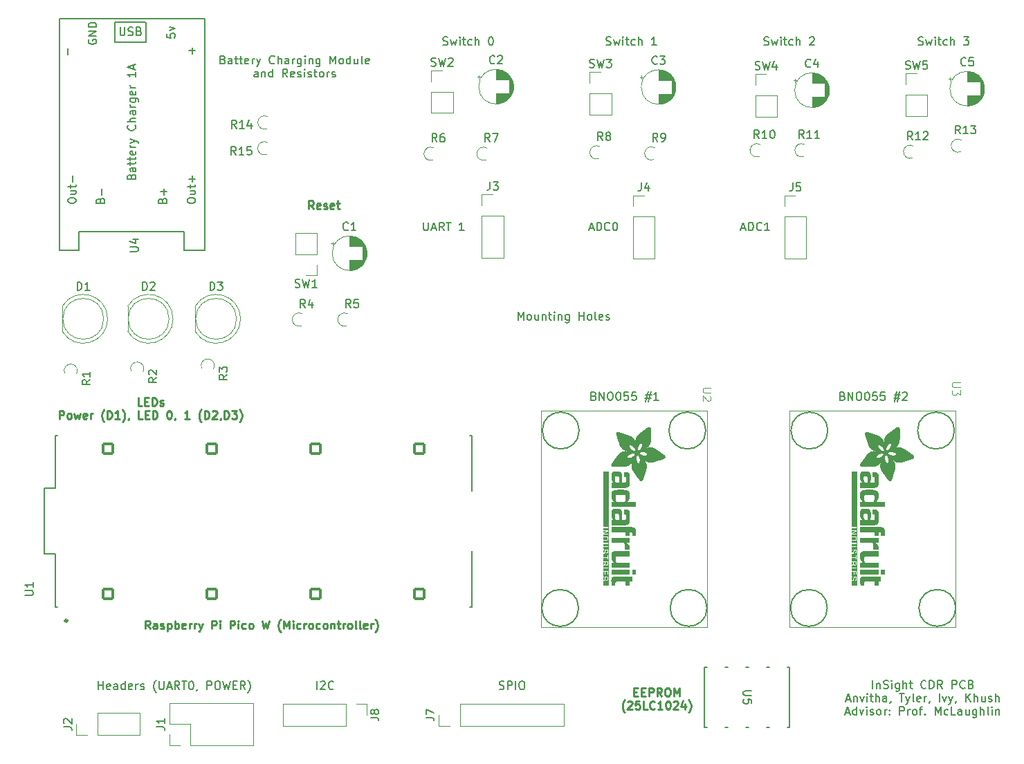
<source format=gto>
G04 #@! TF.GenerationSoftware,KiCad,Pcbnew,7.0.10*
G04 #@! TF.CreationDate,2024-03-04T12:56:58-05:00*
G04 #@! TF.ProjectId,cdrpcb,63647270-6362-42e6-9b69-6361645f7063,rev?*
G04 #@! TF.SameCoordinates,Original*
G04 #@! TF.FileFunction,Legend,Top*
G04 #@! TF.FilePolarity,Positive*
%FSLAX46Y46*%
G04 Gerber Fmt 4.6, Leading zero omitted, Abs format (unit mm)*
G04 Created by KiCad (PCBNEW 7.0.10) date 2024-03-04 12:56:58*
%MOMM*%
%LPD*%
G01*
G04 APERTURE LIST*
G04 Aperture macros list*
%AMRoundRect*
0 Rectangle with rounded corners*
0 $1 Rounding radius*
0 $2 $3 $4 $5 $6 $7 $8 $9 X,Y pos of 4 corners*
0 Add a 4 corners polygon primitive as box body*
4,1,4,$2,$3,$4,$5,$6,$7,$8,$9,$2,$3,0*
0 Add four circle primitives for the rounded corners*
1,1,$1+$1,$2,$3*
1,1,$1+$1,$4,$5*
1,1,$1+$1,$6,$7*
1,1,$1+$1,$8,$9*
0 Add four rect primitives between the rounded corners*
20,1,$1+$1,$2,$3,$4,$5,0*
20,1,$1+$1,$4,$5,$6,$7,0*
20,1,$1+$1,$6,$7,$8,$9,0*
20,1,$1+$1,$8,$9,$2,$3,0*%
G04 Aperture macros list end*
%ADD10C,0.150000*%
%ADD11C,0.250000*%
%ADD12C,0.100000*%
%ADD13C,0.120000*%
%ADD14C,0.152400*%
%ADD15C,0.203200*%
%ADD16C,0.127000*%
%ADD17C,0.300000*%
%ADD18R,1.800000X1.800000*%
%ADD19C,1.800000*%
%ADD20C,1.400000*%
%ADD21O,1.400000X1.400000*%
%ADD22R,1.700000X1.700000*%
%ADD23O,1.700000X1.700000*%
%ADD24R,1.498600X1.498600*%
%ADD25C,1.498600*%
%ADD26R,1.200000X1.200000*%
%ADD27C,1.200000*%
%ADD28C,2.032000*%
%ADD29C,4.101600*%
%ADD30R,2.800000X2.800000*%
%ADD31C,5.000000*%
%ADD32C,1.600000*%
%ADD33RoundRect,0.200000X0.600000X-0.600000X0.600000X0.600000X-0.600000X0.600000X-0.600000X-0.600000X0*%
%ADD34C,4.500000*%
G04 APERTURE END LIST*
D10*
X117008971Y-96823319D02*
X117008971Y-95823319D01*
X117008971Y-95823319D02*
X117342304Y-96537604D01*
X117342304Y-96537604D02*
X117675637Y-95823319D01*
X117675637Y-95823319D02*
X117675637Y-96823319D01*
X118294685Y-96823319D02*
X118199447Y-96775700D01*
X118199447Y-96775700D02*
X118151828Y-96728080D01*
X118151828Y-96728080D02*
X118104209Y-96632842D01*
X118104209Y-96632842D02*
X118104209Y-96347128D01*
X118104209Y-96347128D02*
X118151828Y-96251890D01*
X118151828Y-96251890D02*
X118199447Y-96204271D01*
X118199447Y-96204271D02*
X118294685Y-96156652D01*
X118294685Y-96156652D02*
X118437542Y-96156652D01*
X118437542Y-96156652D02*
X118532780Y-96204271D01*
X118532780Y-96204271D02*
X118580399Y-96251890D01*
X118580399Y-96251890D02*
X118628018Y-96347128D01*
X118628018Y-96347128D02*
X118628018Y-96632842D01*
X118628018Y-96632842D02*
X118580399Y-96728080D01*
X118580399Y-96728080D02*
X118532780Y-96775700D01*
X118532780Y-96775700D02*
X118437542Y-96823319D01*
X118437542Y-96823319D02*
X118294685Y-96823319D01*
X119485161Y-96156652D02*
X119485161Y-96823319D01*
X119056590Y-96156652D02*
X119056590Y-96680461D01*
X119056590Y-96680461D02*
X119104209Y-96775700D01*
X119104209Y-96775700D02*
X119199447Y-96823319D01*
X119199447Y-96823319D02*
X119342304Y-96823319D01*
X119342304Y-96823319D02*
X119437542Y-96775700D01*
X119437542Y-96775700D02*
X119485161Y-96728080D01*
X119961352Y-96156652D02*
X119961352Y-96823319D01*
X119961352Y-96251890D02*
X120008971Y-96204271D01*
X120008971Y-96204271D02*
X120104209Y-96156652D01*
X120104209Y-96156652D02*
X120247066Y-96156652D01*
X120247066Y-96156652D02*
X120342304Y-96204271D01*
X120342304Y-96204271D02*
X120389923Y-96299509D01*
X120389923Y-96299509D02*
X120389923Y-96823319D01*
X120723257Y-96156652D02*
X121104209Y-96156652D01*
X120866114Y-95823319D02*
X120866114Y-96680461D01*
X120866114Y-96680461D02*
X120913733Y-96775700D01*
X120913733Y-96775700D02*
X121008971Y-96823319D01*
X121008971Y-96823319D02*
X121104209Y-96823319D01*
X121437543Y-96823319D02*
X121437543Y-96156652D01*
X121437543Y-95823319D02*
X121389924Y-95870938D01*
X121389924Y-95870938D02*
X121437543Y-95918557D01*
X121437543Y-95918557D02*
X121485162Y-95870938D01*
X121485162Y-95870938D02*
X121437543Y-95823319D01*
X121437543Y-95823319D02*
X121437543Y-95918557D01*
X121913733Y-96156652D02*
X121913733Y-96823319D01*
X121913733Y-96251890D02*
X121961352Y-96204271D01*
X121961352Y-96204271D02*
X122056590Y-96156652D01*
X122056590Y-96156652D02*
X122199447Y-96156652D01*
X122199447Y-96156652D02*
X122294685Y-96204271D01*
X122294685Y-96204271D02*
X122342304Y-96299509D01*
X122342304Y-96299509D02*
X122342304Y-96823319D01*
X123247066Y-96156652D02*
X123247066Y-96966176D01*
X123247066Y-96966176D02*
X123199447Y-97061414D01*
X123199447Y-97061414D02*
X123151828Y-97109033D01*
X123151828Y-97109033D02*
X123056590Y-97156652D01*
X123056590Y-97156652D02*
X122913733Y-97156652D01*
X122913733Y-97156652D02*
X122818495Y-97109033D01*
X123247066Y-96775700D02*
X123151828Y-96823319D01*
X123151828Y-96823319D02*
X122961352Y-96823319D01*
X122961352Y-96823319D02*
X122866114Y-96775700D01*
X122866114Y-96775700D02*
X122818495Y-96728080D01*
X122818495Y-96728080D02*
X122770876Y-96632842D01*
X122770876Y-96632842D02*
X122770876Y-96347128D01*
X122770876Y-96347128D02*
X122818495Y-96251890D01*
X122818495Y-96251890D02*
X122866114Y-96204271D01*
X122866114Y-96204271D02*
X122961352Y-96156652D01*
X122961352Y-96156652D02*
X123151828Y-96156652D01*
X123151828Y-96156652D02*
X123247066Y-96204271D01*
X124485162Y-96823319D02*
X124485162Y-95823319D01*
X124485162Y-96299509D02*
X125056590Y-96299509D01*
X125056590Y-96823319D02*
X125056590Y-95823319D01*
X125675638Y-96823319D02*
X125580400Y-96775700D01*
X125580400Y-96775700D02*
X125532781Y-96728080D01*
X125532781Y-96728080D02*
X125485162Y-96632842D01*
X125485162Y-96632842D02*
X125485162Y-96347128D01*
X125485162Y-96347128D02*
X125532781Y-96251890D01*
X125532781Y-96251890D02*
X125580400Y-96204271D01*
X125580400Y-96204271D02*
X125675638Y-96156652D01*
X125675638Y-96156652D02*
X125818495Y-96156652D01*
X125818495Y-96156652D02*
X125913733Y-96204271D01*
X125913733Y-96204271D02*
X125961352Y-96251890D01*
X125961352Y-96251890D02*
X126008971Y-96347128D01*
X126008971Y-96347128D02*
X126008971Y-96632842D01*
X126008971Y-96632842D02*
X125961352Y-96728080D01*
X125961352Y-96728080D02*
X125913733Y-96775700D01*
X125913733Y-96775700D02*
X125818495Y-96823319D01*
X125818495Y-96823319D02*
X125675638Y-96823319D01*
X126580400Y-96823319D02*
X126485162Y-96775700D01*
X126485162Y-96775700D02*
X126437543Y-96680461D01*
X126437543Y-96680461D02*
X126437543Y-95823319D01*
X127342305Y-96775700D02*
X127247067Y-96823319D01*
X127247067Y-96823319D02*
X127056591Y-96823319D01*
X127056591Y-96823319D02*
X126961353Y-96775700D01*
X126961353Y-96775700D02*
X126913734Y-96680461D01*
X126913734Y-96680461D02*
X126913734Y-96299509D01*
X126913734Y-96299509D02*
X126961353Y-96204271D01*
X126961353Y-96204271D02*
X127056591Y-96156652D01*
X127056591Y-96156652D02*
X127247067Y-96156652D01*
X127247067Y-96156652D02*
X127342305Y-96204271D01*
X127342305Y-96204271D02*
X127389924Y-96299509D01*
X127389924Y-96299509D02*
X127389924Y-96394747D01*
X127389924Y-96394747D02*
X126913734Y-96489985D01*
X127770877Y-96775700D02*
X127866115Y-96823319D01*
X127866115Y-96823319D02*
X128056591Y-96823319D01*
X128056591Y-96823319D02*
X128151829Y-96775700D01*
X128151829Y-96775700D02*
X128199448Y-96680461D01*
X128199448Y-96680461D02*
X128199448Y-96632842D01*
X128199448Y-96632842D02*
X128151829Y-96537604D01*
X128151829Y-96537604D02*
X128056591Y-96489985D01*
X128056591Y-96489985D02*
X127913734Y-96489985D01*
X127913734Y-96489985D02*
X127818496Y-96442366D01*
X127818496Y-96442366D02*
X127770877Y-96347128D01*
X127770877Y-96347128D02*
X127770877Y-96299509D01*
X127770877Y-96299509D02*
X127818496Y-96204271D01*
X127818496Y-96204271D02*
X127913734Y-96156652D01*
X127913734Y-96156652D02*
X128056591Y-96156652D01*
X128056591Y-96156652D02*
X128151829Y-96204271D01*
D11*
X131197695Y-142355309D02*
X131531028Y-142355309D01*
X131673885Y-142879119D02*
X131197695Y-142879119D01*
X131197695Y-142879119D02*
X131197695Y-141879119D01*
X131197695Y-141879119D02*
X131673885Y-141879119D01*
X132102457Y-142355309D02*
X132435790Y-142355309D01*
X132578647Y-142879119D02*
X132102457Y-142879119D01*
X132102457Y-142879119D02*
X132102457Y-141879119D01*
X132102457Y-141879119D02*
X132578647Y-141879119D01*
X133007219Y-142879119D02*
X133007219Y-141879119D01*
X133007219Y-141879119D02*
X133388171Y-141879119D01*
X133388171Y-141879119D02*
X133483409Y-141926738D01*
X133483409Y-141926738D02*
X133531028Y-141974357D01*
X133531028Y-141974357D02*
X133578647Y-142069595D01*
X133578647Y-142069595D02*
X133578647Y-142212452D01*
X133578647Y-142212452D02*
X133531028Y-142307690D01*
X133531028Y-142307690D02*
X133483409Y-142355309D01*
X133483409Y-142355309D02*
X133388171Y-142402928D01*
X133388171Y-142402928D02*
X133007219Y-142402928D01*
X134578647Y-142879119D02*
X134245314Y-142402928D01*
X134007219Y-142879119D02*
X134007219Y-141879119D01*
X134007219Y-141879119D02*
X134388171Y-141879119D01*
X134388171Y-141879119D02*
X134483409Y-141926738D01*
X134483409Y-141926738D02*
X134531028Y-141974357D01*
X134531028Y-141974357D02*
X134578647Y-142069595D01*
X134578647Y-142069595D02*
X134578647Y-142212452D01*
X134578647Y-142212452D02*
X134531028Y-142307690D01*
X134531028Y-142307690D02*
X134483409Y-142355309D01*
X134483409Y-142355309D02*
X134388171Y-142402928D01*
X134388171Y-142402928D02*
X134007219Y-142402928D01*
X135197695Y-141879119D02*
X135388171Y-141879119D01*
X135388171Y-141879119D02*
X135483409Y-141926738D01*
X135483409Y-141926738D02*
X135578647Y-142021976D01*
X135578647Y-142021976D02*
X135626266Y-142212452D01*
X135626266Y-142212452D02*
X135626266Y-142545785D01*
X135626266Y-142545785D02*
X135578647Y-142736261D01*
X135578647Y-142736261D02*
X135483409Y-142831500D01*
X135483409Y-142831500D02*
X135388171Y-142879119D01*
X135388171Y-142879119D02*
X135197695Y-142879119D01*
X135197695Y-142879119D02*
X135102457Y-142831500D01*
X135102457Y-142831500D02*
X135007219Y-142736261D01*
X135007219Y-142736261D02*
X134959600Y-142545785D01*
X134959600Y-142545785D02*
X134959600Y-142212452D01*
X134959600Y-142212452D02*
X135007219Y-142021976D01*
X135007219Y-142021976D02*
X135102457Y-141926738D01*
X135102457Y-141926738D02*
X135197695Y-141879119D01*
X136054838Y-142879119D02*
X136054838Y-141879119D01*
X136054838Y-141879119D02*
X136388171Y-142593404D01*
X136388171Y-142593404D02*
X136721504Y-141879119D01*
X136721504Y-141879119D02*
X136721504Y-142879119D01*
X130054837Y-144870071D02*
X130007218Y-144822452D01*
X130007218Y-144822452D02*
X129911980Y-144679595D01*
X129911980Y-144679595D02*
X129864361Y-144584357D01*
X129864361Y-144584357D02*
X129816742Y-144441500D01*
X129816742Y-144441500D02*
X129769123Y-144203404D01*
X129769123Y-144203404D02*
X129769123Y-144012928D01*
X129769123Y-144012928D02*
X129816742Y-143774833D01*
X129816742Y-143774833D02*
X129864361Y-143631976D01*
X129864361Y-143631976D02*
X129911980Y-143536738D01*
X129911980Y-143536738D02*
X130007218Y-143393880D01*
X130007218Y-143393880D02*
X130054837Y-143346261D01*
X130388171Y-143584357D02*
X130435790Y-143536738D01*
X130435790Y-143536738D02*
X130531028Y-143489119D01*
X130531028Y-143489119D02*
X130769123Y-143489119D01*
X130769123Y-143489119D02*
X130864361Y-143536738D01*
X130864361Y-143536738D02*
X130911980Y-143584357D01*
X130911980Y-143584357D02*
X130959599Y-143679595D01*
X130959599Y-143679595D02*
X130959599Y-143774833D01*
X130959599Y-143774833D02*
X130911980Y-143917690D01*
X130911980Y-143917690D02*
X130340552Y-144489119D01*
X130340552Y-144489119D02*
X130959599Y-144489119D01*
X131864361Y-143489119D02*
X131388171Y-143489119D01*
X131388171Y-143489119D02*
X131340552Y-143965309D01*
X131340552Y-143965309D02*
X131388171Y-143917690D01*
X131388171Y-143917690D02*
X131483409Y-143870071D01*
X131483409Y-143870071D02*
X131721504Y-143870071D01*
X131721504Y-143870071D02*
X131816742Y-143917690D01*
X131816742Y-143917690D02*
X131864361Y-143965309D01*
X131864361Y-143965309D02*
X131911980Y-144060547D01*
X131911980Y-144060547D02*
X131911980Y-144298642D01*
X131911980Y-144298642D02*
X131864361Y-144393880D01*
X131864361Y-144393880D02*
X131816742Y-144441500D01*
X131816742Y-144441500D02*
X131721504Y-144489119D01*
X131721504Y-144489119D02*
X131483409Y-144489119D01*
X131483409Y-144489119D02*
X131388171Y-144441500D01*
X131388171Y-144441500D02*
X131340552Y-144393880D01*
X132816742Y-144489119D02*
X132340552Y-144489119D01*
X132340552Y-144489119D02*
X132340552Y-143489119D01*
X133721504Y-144393880D02*
X133673885Y-144441500D01*
X133673885Y-144441500D02*
X133531028Y-144489119D01*
X133531028Y-144489119D02*
X133435790Y-144489119D01*
X133435790Y-144489119D02*
X133292933Y-144441500D01*
X133292933Y-144441500D02*
X133197695Y-144346261D01*
X133197695Y-144346261D02*
X133150076Y-144251023D01*
X133150076Y-144251023D02*
X133102457Y-144060547D01*
X133102457Y-144060547D02*
X133102457Y-143917690D01*
X133102457Y-143917690D02*
X133150076Y-143727214D01*
X133150076Y-143727214D02*
X133197695Y-143631976D01*
X133197695Y-143631976D02*
X133292933Y-143536738D01*
X133292933Y-143536738D02*
X133435790Y-143489119D01*
X133435790Y-143489119D02*
X133531028Y-143489119D01*
X133531028Y-143489119D02*
X133673885Y-143536738D01*
X133673885Y-143536738D02*
X133721504Y-143584357D01*
X134673885Y-144489119D02*
X134102457Y-144489119D01*
X134388171Y-144489119D02*
X134388171Y-143489119D01*
X134388171Y-143489119D02*
X134292933Y-143631976D01*
X134292933Y-143631976D02*
X134197695Y-143727214D01*
X134197695Y-143727214D02*
X134102457Y-143774833D01*
X135292933Y-143489119D02*
X135388171Y-143489119D01*
X135388171Y-143489119D02*
X135483409Y-143536738D01*
X135483409Y-143536738D02*
X135531028Y-143584357D01*
X135531028Y-143584357D02*
X135578647Y-143679595D01*
X135578647Y-143679595D02*
X135626266Y-143870071D01*
X135626266Y-143870071D02*
X135626266Y-144108166D01*
X135626266Y-144108166D02*
X135578647Y-144298642D01*
X135578647Y-144298642D02*
X135531028Y-144393880D01*
X135531028Y-144393880D02*
X135483409Y-144441500D01*
X135483409Y-144441500D02*
X135388171Y-144489119D01*
X135388171Y-144489119D02*
X135292933Y-144489119D01*
X135292933Y-144489119D02*
X135197695Y-144441500D01*
X135197695Y-144441500D02*
X135150076Y-144393880D01*
X135150076Y-144393880D02*
X135102457Y-144298642D01*
X135102457Y-144298642D02*
X135054838Y-144108166D01*
X135054838Y-144108166D02*
X135054838Y-143870071D01*
X135054838Y-143870071D02*
X135102457Y-143679595D01*
X135102457Y-143679595D02*
X135150076Y-143584357D01*
X135150076Y-143584357D02*
X135197695Y-143536738D01*
X135197695Y-143536738D02*
X135292933Y-143489119D01*
X136007219Y-143584357D02*
X136054838Y-143536738D01*
X136054838Y-143536738D02*
X136150076Y-143489119D01*
X136150076Y-143489119D02*
X136388171Y-143489119D01*
X136388171Y-143489119D02*
X136483409Y-143536738D01*
X136483409Y-143536738D02*
X136531028Y-143584357D01*
X136531028Y-143584357D02*
X136578647Y-143679595D01*
X136578647Y-143679595D02*
X136578647Y-143774833D01*
X136578647Y-143774833D02*
X136531028Y-143917690D01*
X136531028Y-143917690D02*
X135959600Y-144489119D01*
X135959600Y-144489119D02*
X136578647Y-144489119D01*
X137435790Y-143822452D02*
X137435790Y-144489119D01*
X137197695Y-143441500D02*
X136959600Y-144155785D01*
X136959600Y-144155785D02*
X137578647Y-144155785D01*
X137864362Y-144870071D02*
X137911981Y-144822452D01*
X137911981Y-144822452D02*
X138007219Y-144679595D01*
X138007219Y-144679595D02*
X138054838Y-144584357D01*
X138054838Y-144584357D02*
X138102457Y-144441500D01*
X138102457Y-144441500D02*
X138150076Y-144203404D01*
X138150076Y-144203404D02*
X138150076Y-144012928D01*
X138150076Y-144012928D02*
X138102457Y-143774833D01*
X138102457Y-143774833D02*
X138054838Y-143631976D01*
X138054838Y-143631976D02*
X138007219Y-143536738D01*
X138007219Y-143536738D02*
X137911981Y-143393880D01*
X137911981Y-143393880D02*
X137864362Y-143346261D01*
X70986780Y-107322219D02*
X70510590Y-107322219D01*
X70510590Y-107322219D02*
X70510590Y-106322219D01*
X71320114Y-106798409D02*
X71653447Y-106798409D01*
X71796304Y-107322219D02*
X71320114Y-107322219D01*
X71320114Y-107322219D02*
X71320114Y-106322219D01*
X71320114Y-106322219D02*
X71796304Y-106322219D01*
X72224876Y-107322219D02*
X72224876Y-106322219D01*
X72224876Y-106322219D02*
X72462971Y-106322219D01*
X72462971Y-106322219D02*
X72605828Y-106369838D01*
X72605828Y-106369838D02*
X72701066Y-106465076D01*
X72701066Y-106465076D02*
X72748685Y-106560314D01*
X72748685Y-106560314D02*
X72796304Y-106750790D01*
X72796304Y-106750790D02*
X72796304Y-106893647D01*
X72796304Y-106893647D02*
X72748685Y-107084123D01*
X72748685Y-107084123D02*
X72701066Y-107179361D01*
X72701066Y-107179361D02*
X72605828Y-107274600D01*
X72605828Y-107274600D02*
X72462971Y-107322219D01*
X72462971Y-107322219D02*
X72224876Y-107322219D01*
X73177257Y-107274600D02*
X73272495Y-107322219D01*
X73272495Y-107322219D02*
X73462971Y-107322219D01*
X73462971Y-107322219D02*
X73558209Y-107274600D01*
X73558209Y-107274600D02*
X73605828Y-107179361D01*
X73605828Y-107179361D02*
X73605828Y-107131742D01*
X73605828Y-107131742D02*
X73558209Y-107036504D01*
X73558209Y-107036504D02*
X73462971Y-106988885D01*
X73462971Y-106988885D02*
X73320114Y-106988885D01*
X73320114Y-106988885D02*
X73224876Y-106941266D01*
X73224876Y-106941266D02*
X73177257Y-106846028D01*
X73177257Y-106846028D02*
X73177257Y-106798409D01*
X73177257Y-106798409D02*
X73224876Y-106703171D01*
X73224876Y-106703171D02*
X73320114Y-106655552D01*
X73320114Y-106655552D02*
X73462971Y-106655552D01*
X73462971Y-106655552D02*
X73558209Y-106703171D01*
X60867732Y-108932219D02*
X60867732Y-107932219D01*
X60867732Y-107932219D02*
X61248684Y-107932219D01*
X61248684Y-107932219D02*
X61343922Y-107979838D01*
X61343922Y-107979838D02*
X61391541Y-108027457D01*
X61391541Y-108027457D02*
X61439160Y-108122695D01*
X61439160Y-108122695D02*
X61439160Y-108265552D01*
X61439160Y-108265552D02*
X61391541Y-108360790D01*
X61391541Y-108360790D02*
X61343922Y-108408409D01*
X61343922Y-108408409D02*
X61248684Y-108456028D01*
X61248684Y-108456028D02*
X60867732Y-108456028D01*
X62010589Y-108932219D02*
X61915351Y-108884600D01*
X61915351Y-108884600D02*
X61867732Y-108836980D01*
X61867732Y-108836980D02*
X61820113Y-108741742D01*
X61820113Y-108741742D02*
X61820113Y-108456028D01*
X61820113Y-108456028D02*
X61867732Y-108360790D01*
X61867732Y-108360790D02*
X61915351Y-108313171D01*
X61915351Y-108313171D02*
X62010589Y-108265552D01*
X62010589Y-108265552D02*
X62153446Y-108265552D01*
X62153446Y-108265552D02*
X62248684Y-108313171D01*
X62248684Y-108313171D02*
X62296303Y-108360790D01*
X62296303Y-108360790D02*
X62343922Y-108456028D01*
X62343922Y-108456028D02*
X62343922Y-108741742D01*
X62343922Y-108741742D02*
X62296303Y-108836980D01*
X62296303Y-108836980D02*
X62248684Y-108884600D01*
X62248684Y-108884600D02*
X62153446Y-108932219D01*
X62153446Y-108932219D02*
X62010589Y-108932219D01*
X62677256Y-108265552D02*
X62867732Y-108932219D01*
X62867732Y-108932219D02*
X63058208Y-108456028D01*
X63058208Y-108456028D02*
X63248684Y-108932219D01*
X63248684Y-108932219D02*
X63439160Y-108265552D01*
X64201065Y-108884600D02*
X64105827Y-108932219D01*
X64105827Y-108932219D02*
X63915351Y-108932219D01*
X63915351Y-108932219D02*
X63820113Y-108884600D01*
X63820113Y-108884600D02*
X63772494Y-108789361D01*
X63772494Y-108789361D02*
X63772494Y-108408409D01*
X63772494Y-108408409D02*
X63820113Y-108313171D01*
X63820113Y-108313171D02*
X63915351Y-108265552D01*
X63915351Y-108265552D02*
X64105827Y-108265552D01*
X64105827Y-108265552D02*
X64201065Y-108313171D01*
X64201065Y-108313171D02*
X64248684Y-108408409D01*
X64248684Y-108408409D02*
X64248684Y-108503647D01*
X64248684Y-108503647D02*
X63772494Y-108598885D01*
X64677256Y-108932219D02*
X64677256Y-108265552D01*
X64677256Y-108456028D02*
X64724875Y-108360790D01*
X64724875Y-108360790D02*
X64772494Y-108313171D01*
X64772494Y-108313171D02*
X64867732Y-108265552D01*
X64867732Y-108265552D02*
X64962970Y-108265552D01*
X66343923Y-109313171D02*
X66296304Y-109265552D01*
X66296304Y-109265552D02*
X66201066Y-109122695D01*
X66201066Y-109122695D02*
X66153447Y-109027457D01*
X66153447Y-109027457D02*
X66105828Y-108884600D01*
X66105828Y-108884600D02*
X66058209Y-108646504D01*
X66058209Y-108646504D02*
X66058209Y-108456028D01*
X66058209Y-108456028D02*
X66105828Y-108217933D01*
X66105828Y-108217933D02*
X66153447Y-108075076D01*
X66153447Y-108075076D02*
X66201066Y-107979838D01*
X66201066Y-107979838D02*
X66296304Y-107836980D01*
X66296304Y-107836980D02*
X66343923Y-107789361D01*
X66724876Y-108932219D02*
X66724876Y-107932219D01*
X66724876Y-107932219D02*
X66962971Y-107932219D01*
X66962971Y-107932219D02*
X67105828Y-107979838D01*
X67105828Y-107979838D02*
X67201066Y-108075076D01*
X67201066Y-108075076D02*
X67248685Y-108170314D01*
X67248685Y-108170314D02*
X67296304Y-108360790D01*
X67296304Y-108360790D02*
X67296304Y-108503647D01*
X67296304Y-108503647D02*
X67248685Y-108694123D01*
X67248685Y-108694123D02*
X67201066Y-108789361D01*
X67201066Y-108789361D02*
X67105828Y-108884600D01*
X67105828Y-108884600D02*
X66962971Y-108932219D01*
X66962971Y-108932219D02*
X66724876Y-108932219D01*
X68248685Y-108932219D02*
X67677257Y-108932219D01*
X67962971Y-108932219D02*
X67962971Y-107932219D01*
X67962971Y-107932219D02*
X67867733Y-108075076D01*
X67867733Y-108075076D02*
X67772495Y-108170314D01*
X67772495Y-108170314D02*
X67677257Y-108217933D01*
X68582019Y-109313171D02*
X68629638Y-109265552D01*
X68629638Y-109265552D02*
X68724876Y-109122695D01*
X68724876Y-109122695D02*
X68772495Y-109027457D01*
X68772495Y-109027457D02*
X68820114Y-108884600D01*
X68820114Y-108884600D02*
X68867733Y-108646504D01*
X68867733Y-108646504D02*
X68867733Y-108456028D01*
X68867733Y-108456028D02*
X68820114Y-108217933D01*
X68820114Y-108217933D02*
X68772495Y-108075076D01*
X68772495Y-108075076D02*
X68724876Y-107979838D01*
X68724876Y-107979838D02*
X68629638Y-107836980D01*
X68629638Y-107836980D02*
X68582019Y-107789361D01*
X69391543Y-108884600D02*
X69391543Y-108932219D01*
X69391543Y-108932219D02*
X69343924Y-109027457D01*
X69343924Y-109027457D02*
X69296305Y-109075076D01*
X71058209Y-108932219D02*
X70582019Y-108932219D01*
X70582019Y-108932219D02*
X70582019Y-107932219D01*
X71391543Y-108408409D02*
X71724876Y-108408409D01*
X71867733Y-108932219D02*
X71391543Y-108932219D01*
X71391543Y-108932219D02*
X71391543Y-107932219D01*
X71391543Y-107932219D02*
X71867733Y-107932219D01*
X72296305Y-108932219D02*
X72296305Y-107932219D01*
X72296305Y-107932219D02*
X72534400Y-107932219D01*
X72534400Y-107932219D02*
X72677257Y-107979838D01*
X72677257Y-107979838D02*
X72772495Y-108075076D01*
X72772495Y-108075076D02*
X72820114Y-108170314D01*
X72820114Y-108170314D02*
X72867733Y-108360790D01*
X72867733Y-108360790D02*
X72867733Y-108503647D01*
X72867733Y-108503647D02*
X72820114Y-108694123D01*
X72820114Y-108694123D02*
X72772495Y-108789361D01*
X72772495Y-108789361D02*
X72677257Y-108884600D01*
X72677257Y-108884600D02*
X72534400Y-108932219D01*
X72534400Y-108932219D02*
X72296305Y-108932219D01*
X74248686Y-107932219D02*
X74343924Y-107932219D01*
X74343924Y-107932219D02*
X74439162Y-107979838D01*
X74439162Y-107979838D02*
X74486781Y-108027457D01*
X74486781Y-108027457D02*
X74534400Y-108122695D01*
X74534400Y-108122695D02*
X74582019Y-108313171D01*
X74582019Y-108313171D02*
X74582019Y-108551266D01*
X74582019Y-108551266D02*
X74534400Y-108741742D01*
X74534400Y-108741742D02*
X74486781Y-108836980D01*
X74486781Y-108836980D02*
X74439162Y-108884600D01*
X74439162Y-108884600D02*
X74343924Y-108932219D01*
X74343924Y-108932219D02*
X74248686Y-108932219D01*
X74248686Y-108932219D02*
X74153448Y-108884600D01*
X74153448Y-108884600D02*
X74105829Y-108836980D01*
X74105829Y-108836980D02*
X74058210Y-108741742D01*
X74058210Y-108741742D02*
X74010591Y-108551266D01*
X74010591Y-108551266D02*
X74010591Y-108313171D01*
X74010591Y-108313171D02*
X74058210Y-108122695D01*
X74058210Y-108122695D02*
X74105829Y-108027457D01*
X74105829Y-108027457D02*
X74153448Y-107979838D01*
X74153448Y-107979838D02*
X74248686Y-107932219D01*
X75058210Y-108884600D02*
X75058210Y-108932219D01*
X75058210Y-108932219D02*
X75010591Y-109027457D01*
X75010591Y-109027457D02*
X74962972Y-109075076D01*
X76772495Y-108932219D02*
X76201067Y-108932219D01*
X76486781Y-108932219D02*
X76486781Y-107932219D01*
X76486781Y-107932219D02*
X76391543Y-108075076D01*
X76391543Y-108075076D02*
X76296305Y-108170314D01*
X76296305Y-108170314D02*
X76201067Y-108217933D01*
X78248686Y-109313171D02*
X78201067Y-109265552D01*
X78201067Y-109265552D02*
X78105829Y-109122695D01*
X78105829Y-109122695D02*
X78058210Y-109027457D01*
X78058210Y-109027457D02*
X78010591Y-108884600D01*
X78010591Y-108884600D02*
X77962972Y-108646504D01*
X77962972Y-108646504D02*
X77962972Y-108456028D01*
X77962972Y-108456028D02*
X78010591Y-108217933D01*
X78010591Y-108217933D02*
X78058210Y-108075076D01*
X78058210Y-108075076D02*
X78105829Y-107979838D01*
X78105829Y-107979838D02*
X78201067Y-107836980D01*
X78201067Y-107836980D02*
X78248686Y-107789361D01*
X78629639Y-108932219D02*
X78629639Y-107932219D01*
X78629639Y-107932219D02*
X78867734Y-107932219D01*
X78867734Y-107932219D02*
X79010591Y-107979838D01*
X79010591Y-107979838D02*
X79105829Y-108075076D01*
X79105829Y-108075076D02*
X79153448Y-108170314D01*
X79153448Y-108170314D02*
X79201067Y-108360790D01*
X79201067Y-108360790D02*
X79201067Y-108503647D01*
X79201067Y-108503647D02*
X79153448Y-108694123D01*
X79153448Y-108694123D02*
X79105829Y-108789361D01*
X79105829Y-108789361D02*
X79010591Y-108884600D01*
X79010591Y-108884600D02*
X78867734Y-108932219D01*
X78867734Y-108932219D02*
X78629639Y-108932219D01*
X79582020Y-108027457D02*
X79629639Y-107979838D01*
X79629639Y-107979838D02*
X79724877Y-107932219D01*
X79724877Y-107932219D02*
X79962972Y-107932219D01*
X79962972Y-107932219D02*
X80058210Y-107979838D01*
X80058210Y-107979838D02*
X80105829Y-108027457D01*
X80105829Y-108027457D02*
X80153448Y-108122695D01*
X80153448Y-108122695D02*
X80153448Y-108217933D01*
X80153448Y-108217933D02*
X80105829Y-108360790D01*
X80105829Y-108360790D02*
X79534401Y-108932219D01*
X79534401Y-108932219D02*
X80153448Y-108932219D01*
X80629639Y-108884600D02*
X80629639Y-108932219D01*
X80629639Y-108932219D02*
X80582020Y-109027457D01*
X80582020Y-109027457D02*
X80534401Y-109075076D01*
X81058210Y-108932219D02*
X81058210Y-107932219D01*
X81058210Y-107932219D02*
X81296305Y-107932219D01*
X81296305Y-107932219D02*
X81439162Y-107979838D01*
X81439162Y-107979838D02*
X81534400Y-108075076D01*
X81534400Y-108075076D02*
X81582019Y-108170314D01*
X81582019Y-108170314D02*
X81629638Y-108360790D01*
X81629638Y-108360790D02*
X81629638Y-108503647D01*
X81629638Y-108503647D02*
X81582019Y-108694123D01*
X81582019Y-108694123D02*
X81534400Y-108789361D01*
X81534400Y-108789361D02*
X81439162Y-108884600D01*
X81439162Y-108884600D02*
X81296305Y-108932219D01*
X81296305Y-108932219D02*
X81058210Y-108932219D01*
X81962972Y-107932219D02*
X82582019Y-107932219D01*
X82582019Y-107932219D02*
X82248686Y-108313171D01*
X82248686Y-108313171D02*
X82391543Y-108313171D01*
X82391543Y-108313171D02*
X82486781Y-108360790D01*
X82486781Y-108360790D02*
X82534400Y-108408409D01*
X82534400Y-108408409D02*
X82582019Y-108503647D01*
X82582019Y-108503647D02*
X82582019Y-108741742D01*
X82582019Y-108741742D02*
X82534400Y-108836980D01*
X82534400Y-108836980D02*
X82486781Y-108884600D01*
X82486781Y-108884600D02*
X82391543Y-108932219D01*
X82391543Y-108932219D02*
X82105829Y-108932219D01*
X82105829Y-108932219D02*
X82010591Y-108884600D01*
X82010591Y-108884600D02*
X81962972Y-108836980D01*
X82915353Y-109313171D02*
X82962972Y-109265552D01*
X82962972Y-109265552D02*
X83058210Y-109122695D01*
X83058210Y-109122695D02*
X83105829Y-109027457D01*
X83105829Y-109027457D02*
X83153448Y-108884600D01*
X83153448Y-108884600D02*
X83201067Y-108646504D01*
X83201067Y-108646504D02*
X83201067Y-108456028D01*
X83201067Y-108456028D02*
X83153448Y-108217933D01*
X83153448Y-108217933D02*
X83105829Y-108075076D01*
X83105829Y-108075076D02*
X83058210Y-107979838D01*
X83058210Y-107979838D02*
X82962972Y-107836980D01*
X82962972Y-107836980D02*
X82915353Y-107789361D01*
D10*
X147109637Y-63119000D02*
X147252494Y-63166619D01*
X147252494Y-63166619D02*
X147490589Y-63166619D01*
X147490589Y-63166619D02*
X147585827Y-63119000D01*
X147585827Y-63119000D02*
X147633446Y-63071380D01*
X147633446Y-63071380D02*
X147681065Y-62976142D01*
X147681065Y-62976142D02*
X147681065Y-62880904D01*
X147681065Y-62880904D02*
X147633446Y-62785666D01*
X147633446Y-62785666D02*
X147585827Y-62738047D01*
X147585827Y-62738047D02*
X147490589Y-62690428D01*
X147490589Y-62690428D02*
X147300113Y-62642809D01*
X147300113Y-62642809D02*
X147204875Y-62595190D01*
X147204875Y-62595190D02*
X147157256Y-62547571D01*
X147157256Y-62547571D02*
X147109637Y-62452333D01*
X147109637Y-62452333D02*
X147109637Y-62357095D01*
X147109637Y-62357095D02*
X147157256Y-62261857D01*
X147157256Y-62261857D02*
X147204875Y-62214238D01*
X147204875Y-62214238D02*
X147300113Y-62166619D01*
X147300113Y-62166619D02*
X147538208Y-62166619D01*
X147538208Y-62166619D02*
X147681065Y-62214238D01*
X148014399Y-62499952D02*
X148204875Y-63166619D01*
X148204875Y-63166619D02*
X148395351Y-62690428D01*
X148395351Y-62690428D02*
X148585827Y-63166619D01*
X148585827Y-63166619D02*
X148776303Y-62499952D01*
X149157256Y-63166619D02*
X149157256Y-62499952D01*
X149157256Y-62166619D02*
X149109637Y-62214238D01*
X149109637Y-62214238D02*
X149157256Y-62261857D01*
X149157256Y-62261857D02*
X149204875Y-62214238D01*
X149204875Y-62214238D02*
X149157256Y-62166619D01*
X149157256Y-62166619D02*
X149157256Y-62261857D01*
X149490589Y-62499952D02*
X149871541Y-62499952D01*
X149633446Y-62166619D02*
X149633446Y-63023761D01*
X149633446Y-63023761D02*
X149681065Y-63119000D01*
X149681065Y-63119000D02*
X149776303Y-63166619D01*
X149776303Y-63166619D02*
X149871541Y-63166619D01*
X150633446Y-63119000D02*
X150538208Y-63166619D01*
X150538208Y-63166619D02*
X150347732Y-63166619D01*
X150347732Y-63166619D02*
X150252494Y-63119000D01*
X150252494Y-63119000D02*
X150204875Y-63071380D01*
X150204875Y-63071380D02*
X150157256Y-62976142D01*
X150157256Y-62976142D02*
X150157256Y-62690428D01*
X150157256Y-62690428D02*
X150204875Y-62595190D01*
X150204875Y-62595190D02*
X150252494Y-62547571D01*
X150252494Y-62547571D02*
X150347732Y-62499952D01*
X150347732Y-62499952D02*
X150538208Y-62499952D01*
X150538208Y-62499952D02*
X150633446Y-62547571D01*
X151062018Y-63166619D02*
X151062018Y-62166619D01*
X151490589Y-63166619D02*
X151490589Y-62642809D01*
X151490589Y-62642809D02*
X151442970Y-62547571D01*
X151442970Y-62547571D02*
X151347732Y-62499952D01*
X151347732Y-62499952D02*
X151204875Y-62499952D01*
X151204875Y-62499952D02*
X151109637Y-62547571D01*
X151109637Y-62547571D02*
X151062018Y-62595190D01*
X152681066Y-62261857D02*
X152728685Y-62214238D01*
X152728685Y-62214238D02*
X152823923Y-62166619D01*
X152823923Y-62166619D02*
X153062018Y-62166619D01*
X153062018Y-62166619D02*
X153157256Y-62214238D01*
X153157256Y-62214238D02*
X153204875Y-62261857D01*
X153204875Y-62261857D02*
X153252494Y-62357095D01*
X153252494Y-62357095D02*
X153252494Y-62452333D01*
X153252494Y-62452333D02*
X153204875Y-62595190D01*
X153204875Y-62595190D02*
X152633447Y-63166619D01*
X152633447Y-63166619D02*
X153252494Y-63166619D01*
X107824971Y-63119000D02*
X107967828Y-63166619D01*
X107967828Y-63166619D02*
X108205923Y-63166619D01*
X108205923Y-63166619D02*
X108301161Y-63119000D01*
X108301161Y-63119000D02*
X108348780Y-63071380D01*
X108348780Y-63071380D02*
X108396399Y-62976142D01*
X108396399Y-62976142D02*
X108396399Y-62880904D01*
X108396399Y-62880904D02*
X108348780Y-62785666D01*
X108348780Y-62785666D02*
X108301161Y-62738047D01*
X108301161Y-62738047D02*
X108205923Y-62690428D01*
X108205923Y-62690428D02*
X108015447Y-62642809D01*
X108015447Y-62642809D02*
X107920209Y-62595190D01*
X107920209Y-62595190D02*
X107872590Y-62547571D01*
X107872590Y-62547571D02*
X107824971Y-62452333D01*
X107824971Y-62452333D02*
X107824971Y-62357095D01*
X107824971Y-62357095D02*
X107872590Y-62261857D01*
X107872590Y-62261857D02*
X107920209Y-62214238D01*
X107920209Y-62214238D02*
X108015447Y-62166619D01*
X108015447Y-62166619D02*
X108253542Y-62166619D01*
X108253542Y-62166619D02*
X108396399Y-62214238D01*
X108729733Y-62499952D02*
X108920209Y-63166619D01*
X108920209Y-63166619D02*
X109110685Y-62690428D01*
X109110685Y-62690428D02*
X109301161Y-63166619D01*
X109301161Y-63166619D02*
X109491637Y-62499952D01*
X109872590Y-63166619D02*
X109872590Y-62499952D01*
X109872590Y-62166619D02*
X109824971Y-62214238D01*
X109824971Y-62214238D02*
X109872590Y-62261857D01*
X109872590Y-62261857D02*
X109920209Y-62214238D01*
X109920209Y-62214238D02*
X109872590Y-62166619D01*
X109872590Y-62166619D02*
X109872590Y-62261857D01*
X110205923Y-62499952D02*
X110586875Y-62499952D01*
X110348780Y-62166619D02*
X110348780Y-63023761D01*
X110348780Y-63023761D02*
X110396399Y-63119000D01*
X110396399Y-63119000D02*
X110491637Y-63166619D01*
X110491637Y-63166619D02*
X110586875Y-63166619D01*
X111348780Y-63119000D02*
X111253542Y-63166619D01*
X111253542Y-63166619D02*
X111063066Y-63166619D01*
X111063066Y-63166619D02*
X110967828Y-63119000D01*
X110967828Y-63119000D02*
X110920209Y-63071380D01*
X110920209Y-63071380D02*
X110872590Y-62976142D01*
X110872590Y-62976142D02*
X110872590Y-62690428D01*
X110872590Y-62690428D02*
X110920209Y-62595190D01*
X110920209Y-62595190D02*
X110967828Y-62547571D01*
X110967828Y-62547571D02*
X111063066Y-62499952D01*
X111063066Y-62499952D02*
X111253542Y-62499952D01*
X111253542Y-62499952D02*
X111348780Y-62547571D01*
X111777352Y-63166619D02*
X111777352Y-62166619D01*
X112205923Y-63166619D02*
X112205923Y-62642809D01*
X112205923Y-62642809D02*
X112158304Y-62547571D01*
X112158304Y-62547571D02*
X112063066Y-62499952D01*
X112063066Y-62499952D02*
X111920209Y-62499952D01*
X111920209Y-62499952D02*
X111824971Y-62547571D01*
X111824971Y-62547571D02*
X111777352Y-62595190D01*
X113634495Y-62166619D02*
X113729733Y-62166619D01*
X113729733Y-62166619D02*
X113824971Y-62214238D01*
X113824971Y-62214238D02*
X113872590Y-62261857D01*
X113872590Y-62261857D02*
X113920209Y-62357095D01*
X113920209Y-62357095D02*
X113967828Y-62547571D01*
X113967828Y-62547571D02*
X113967828Y-62785666D01*
X113967828Y-62785666D02*
X113920209Y-62976142D01*
X113920209Y-62976142D02*
X113872590Y-63071380D01*
X113872590Y-63071380D02*
X113824971Y-63119000D01*
X113824971Y-63119000D02*
X113729733Y-63166619D01*
X113729733Y-63166619D02*
X113634495Y-63166619D01*
X113634495Y-63166619D02*
X113539257Y-63119000D01*
X113539257Y-63119000D02*
X113491638Y-63071380D01*
X113491638Y-63071380D02*
X113444019Y-62976142D01*
X113444019Y-62976142D02*
X113396400Y-62785666D01*
X113396400Y-62785666D02*
X113396400Y-62547571D01*
X113396400Y-62547571D02*
X113444019Y-62357095D01*
X113444019Y-62357095D02*
X113491638Y-62261857D01*
X113491638Y-62261857D02*
X113539257Y-62214238D01*
X113539257Y-62214238D02*
X113634495Y-62166619D01*
X114712781Y-142011400D02*
X114855638Y-142059019D01*
X114855638Y-142059019D02*
X115093733Y-142059019D01*
X115093733Y-142059019D02*
X115188971Y-142011400D01*
X115188971Y-142011400D02*
X115236590Y-141963780D01*
X115236590Y-141963780D02*
X115284209Y-141868542D01*
X115284209Y-141868542D02*
X115284209Y-141773304D01*
X115284209Y-141773304D02*
X115236590Y-141678066D01*
X115236590Y-141678066D02*
X115188971Y-141630447D01*
X115188971Y-141630447D02*
X115093733Y-141582828D01*
X115093733Y-141582828D02*
X114903257Y-141535209D01*
X114903257Y-141535209D02*
X114808019Y-141487590D01*
X114808019Y-141487590D02*
X114760400Y-141439971D01*
X114760400Y-141439971D02*
X114712781Y-141344733D01*
X114712781Y-141344733D02*
X114712781Y-141249495D01*
X114712781Y-141249495D02*
X114760400Y-141154257D01*
X114760400Y-141154257D02*
X114808019Y-141106638D01*
X114808019Y-141106638D02*
X114903257Y-141059019D01*
X114903257Y-141059019D02*
X115141352Y-141059019D01*
X115141352Y-141059019D02*
X115284209Y-141106638D01*
X115712781Y-142059019D02*
X115712781Y-141059019D01*
X115712781Y-141059019D02*
X116093733Y-141059019D01*
X116093733Y-141059019D02*
X116188971Y-141106638D01*
X116188971Y-141106638D02*
X116236590Y-141154257D01*
X116236590Y-141154257D02*
X116284209Y-141249495D01*
X116284209Y-141249495D02*
X116284209Y-141392352D01*
X116284209Y-141392352D02*
X116236590Y-141487590D01*
X116236590Y-141487590D02*
X116188971Y-141535209D01*
X116188971Y-141535209D02*
X116093733Y-141582828D01*
X116093733Y-141582828D02*
X115712781Y-141582828D01*
X116712781Y-142059019D02*
X116712781Y-141059019D01*
X117379447Y-141059019D02*
X117569923Y-141059019D01*
X117569923Y-141059019D02*
X117665161Y-141106638D01*
X117665161Y-141106638D02*
X117760399Y-141201876D01*
X117760399Y-141201876D02*
X117808018Y-141392352D01*
X117808018Y-141392352D02*
X117808018Y-141725685D01*
X117808018Y-141725685D02*
X117760399Y-141916161D01*
X117760399Y-141916161D02*
X117665161Y-142011400D01*
X117665161Y-142011400D02*
X117569923Y-142059019D01*
X117569923Y-142059019D02*
X117379447Y-142059019D01*
X117379447Y-142059019D02*
X117284209Y-142011400D01*
X117284209Y-142011400D02*
X117188971Y-141916161D01*
X117188971Y-141916161D02*
X117141352Y-141725685D01*
X117141352Y-141725685D02*
X117141352Y-141392352D01*
X117141352Y-141392352D02*
X117188971Y-141201876D01*
X117188971Y-141201876D02*
X117284209Y-141106638D01*
X117284209Y-141106638D02*
X117379447Y-141059019D01*
X125742914Y-85588504D02*
X126219104Y-85588504D01*
X125647676Y-85874219D02*
X125981009Y-84874219D01*
X125981009Y-84874219D02*
X126314342Y-85874219D01*
X126647676Y-85874219D02*
X126647676Y-84874219D01*
X126647676Y-84874219D02*
X126885771Y-84874219D01*
X126885771Y-84874219D02*
X127028628Y-84921838D01*
X127028628Y-84921838D02*
X127123866Y-85017076D01*
X127123866Y-85017076D02*
X127171485Y-85112314D01*
X127171485Y-85112314D02*
X127219104Y-85302790D01*
X127219104Y-85302790D02*
X127219104Y-85445647D01*
X127219104Y-85445647D02*
X127171485Y-85636123D01*
X127171485Y-85636123D02*
X127123866Y-85731361D01*
X127123866Y-85731361D02*
X127028628Y-85826600D01*
X127028628Y-85826600D02*
X126885771Y-85874219D01*
X126885771Y-85874219D02*
X126647676Y-85874219D01*
X128219104Y-85778980D02*
X128171485Y-85826600D01*
X128171485Y-85826600D02*
X128028628Y-85874219D01*
X128028628Y-85874219D02*
X127933390Y-85874219D01*
X127933390Y-85874219D02*
X127790533Y-85826600D01*
X127790533Y-85826600D02*
X127695295Y-85731361D01*
X127695295Y-85731361D02*
X127647676Y-85636123D01*
X127647676Y-85636123D02*
X127600057Y-85445647D01*
X127600057Y-85445647D02*
X127600057Y-85302790D01*
X127600057Y-85302790D02*
X127647676Y-85112314D01*
X127647676Y-85112314D02*
X127695295Y-85017076D01*
X127695295Y-85017076D02*
X127790533Y-84921838D01*
X127790533Y-84921838D02*
X127933390Y-84874219D01*
X127933390Y-84874219D02*
X128028628Y-84874219D01*
X128028628Y-84874219D02*
X128171485Y-84921838D01*
X128171485Y-84921838D02*
X128219104Y-84969457D01*
X128838152Y-84874219D02*
X128933390Y-84874219D01*
X128933390Y-84874219D02*
X129028628Y-84921838D01*
X129028628Y-84921838D02*
X129076247Y-84969457D01*
X129076247Y-84969457D02*
X129123866Y-85064695D01*
X129123866Y-85064695D02*
X129171485Y-85255171D01*
X129171485Y-85255171D02*
X129171485Y-85493266D01*
X129171485Y-85493266D02*
X129123866Y-85683742D01*
X129123866Y-85683742D02*
X129076247Y-85778980D01*
X129076247Y-85778980D02*
X129028628Y-85826600D01*
X129028628Y-85826600D02*
X128933390Y-85874219D01*
X128933390Y-85874219D02*
X128838152Y-85874219D01*
X128838152Y-85874219D02*
X128742914Y-85826600D01*
X128742914Y-85826600D02*
X128695295Y-85778980D01*
X128695295Y-85778980D02*
X128647676Y-85683742D01*
X128647676Y-85683742D02*
X128600057Y-85493266D01*
X128600057Y-85493266D02*
X128600057Y-85255171D01*
X128600057Y-85255171D02*
X128647676Y-85064695D01*
X128647676Y-85064695D02*
X128695295Y-84969457D01*
X128695295Y-84969457D02*
X128742914Y-84921838D01*
X128742914Y-84921838D02*
X128838152Y-84874219D01*
X127794904Y-63119000D02*
X127937761Y-63166619D01*
X127937761Y-63166619D02*
X128175856Y-63166619D01*
X128175856Y-63166619D02*
X128271094Y-63119000D01*
X128271094Y-63119000D02*
X128318713Y-63071380D01*
X128318713Y-63071380D02*
X128366332Y-62976142D01*
X128366332Y-62976142D02*
X128366332Y-62880904D01*
X128366332Y-62880904D02*
X128318713Y-62785666D01*
X128318713Y-62785666D02*
X128271094Y-62738047D01*
X128271094Y-62738047D02*
X128175856Y-62690428D01*
X128175856Y-62690428D02*
X127985380Y-62642809D01*
X127985380Y-62642809D02*
X127890142Y-62595190D01*
X127890142Y-62595190D02*
X127842523Y-62547571D01*
X127842523Y-62547571D02*
X127794904Y-62452333D01*
X127794904Y-62452333D02*
X127794904Y-62357095D01*
X127794904Y-62357095D02*
X127842523Y-62261857D01*
X127842523Y-62261857D02*
X127890142Y-62214238D01*
X127890142Y-62214238D02*
X127985380Y-62166619D01*
X127985380Y-62166619D02*
X128223475Y-62166619D01*
X128223475Y-62166619D02*
X128366332Y-62214238D01*
X128699666Y-62499952D02*
X128890142Y-63166619D01*
X128890142Y-63166619D02*
X129080618Y-62690428D01*
X129080618Y-62690428D02*
X129271094Y-63166619D01*
X129271094Y-63166619D02*
X129461570Y-62499952D01*
X129842523Y-63166619D02*
X129842523Y-62499952D01*
X129842523Y-62166619D02*
X129794904Y-62214238D01*
X129794904Y-62214238D02*
X129842523Y-62261857D01*
X129842523Y-62261857D02*
X129890142Y-62214238D01*
X129890142Y-62214238D02*
X129842523Y-62166619D01*
X129842523Y-62166619D02*
X129842523Y-62261857D01*
X130175856Y-62499952D02*
X130556808Y-62499952D01*
X130318713Y-62166619D02*
X130318713Y-63023761D01*
X130318713Y-63023761D02*
X130366332Y-63119000D01*
X130366332Y-63119000D02*
X130461570Y-63166619D01*
X130461570Y-63166619D02*
X130556808Y-63166619D01*
X131318713Y-63119000D02*
X131223475Y-63166619D01*
X131223475Y-63166619D02*
X131032999Y-63166619D01*
X131032999Y-63166619D02*
X130937761Y-63119000D01*
X130937761Y-63119000D02*
X130890142Y-63071380D01*
X130890142Y-63071380D02*
X130842523Y-62976142D01*
X130842523Y-62976142D02*
X130842523Y-62690428D01*
X130842523Y-62690428D02*
X130890142Y-62595190D01*
X130890142Y-62595190D02*
X130937761Y-62547571D01*
X130937761Y-62547571D02*
X131032999Y-62499952D01*
X131032999Y-62499952D02*
X131223475Y-62499952D01*
X131223475Y-62499952D02*
X131318713Y-62547571D01*
X131747285Y-63166619D02*
X131747285Y-62166619D01*
X132175856Y-63166619D02*
X132175856Y-62642809D01*
X132175856Y-62642809D02*
X132128237Y-62547571D01*
X132128237Y-62547571D02*
X132032999Y-62499952D01*
X132032999Y-62499952D02*
X131890142Y-62499952D01*
X131890142Y-62499952D02*
X131794904Y-62547571D01*
X131794904Y-62547571D02*
X131747285Y-62595190D01*
X133937761Y-63166619D02*
X133366333Y-63166619D01*
X133652047Y-63166619D02*
X133652047Y-62166619D01*
X133652047Y-62166619D02*
X133556809Y-62309476D01*
X133556809Y-62309476D02*
X133461571Y-62404714D01*
X133461571Y-62404714D02*
X133366333Y-62452333D01*
D11*
X71955140Y-134637019D02*
X71621807Y-134160828D01*
X71383712Y-134637019D02*
X71383712Y-133637019D01*
X71383712Y-133637019D02*
X71764664Y-133637019D01*
X71764664Y-133637019D02*
X71859902Y-133684638D01*
X71859902Y-133684638D02*
X71907521Y-133732257D01*
X71907521Y-133732257D02*
X71955140Y-133827495D01*
X71955140Y-133827495D02*
X71955140Y-133970352D01*
X71955140Y-133970352D02*
X71907521Y-134065590D01*
X71907521Y-134065590D02*
X71859902Y-134113209D01*
X71859902Y-134113209D02*
X71764664Y-134160828D01*
X71764664Y-134160828D02*
X71383712Y-134160828D01*
X72812283Y-134637019D02*
X72812283Y-134113209D01*
X72812283Y-134113209D02*
X72764664Y-134017971D01*
X72764664Y-134017971D02*
X72669426Y-133970352D01*
X72669426Y-133970352D02*
X72478950Y-133970352D01*
X72478950Y-133970352D02*
X72383712Y-134017971D01*
X72812283Y-134589400D02*
X72717045Y-134637019D01*
X72717045Y-134637019D02*
X72478950Y-134637019D01*
X72478950Y-134637019D02*
X72383712Y-134589400D01*
X72383712Y-134589400D02*
X72336093Y-134494161D01*
X72336093Y-134494161D02*
X72336093Y-134398923D01*
X72336093Y-134398923D02*
X72383712Y-134303685D01*
X72383712Y-134303685D02*
X72478950Y-134256066D01*
X72478950Y-134256066D02*
X72717045Y-134256066D01*
X72717045Y-134256066D02*
X72812283Y-134208447D01*
X73240855Y-134589400D02*
X73336093Y-134637019D01*
X73336093Y-134637019D02*
X73526569Y-134637019D01*
X73526569Y-134637019D02*
X73621807Y-134589400D01*
X73621807Y-134589400D02*
X73669426Y-134494161D01*
X73669426Y-134494161D02*
X73669426Y-134446542D01*
X73669426Y-134446542D02*
X73621807Y-134351304D01*
X73621807Y-134351304D02*
X73526569Y-134303685D01*
X73526569Y-134303685D02*
X73383712Y-134303685D01*
X73383712Y-134303685D02*
X73288474Y-134256066D01*
X73288474Y-134256066D02*
X73240855Y-134160828D01*
X73240855Y-134160828D02*
X73240855Y-134113209D01*
X73240855Y-134113209D02*
X73288474Y-134017971D01*
X73288474Y-134017971D02*
X73383712Y-133970352D01*
X73383712Y-133970352D02*
X73526569Y-133970352D01*
X73526569Y-133970352D02*
X73621807Y-134017971D01*
X74097998Y-133970352D02*
X74097998Y-134970352D01*
X74097998Y-134017971D02*
X74193236Y-133970352D01*
X74193236Y-133970352D02*
X74383712Y-133970352D01*
X74383712Y-133970352D02*
X74478950Y-134017971D01*
X74478950Y-134017971D02*
X74526569Y-134065590D01*
X74526569Y-134065590D02*
X74574188Y-134160828D01*
X74574188Y-134160828D02*
X74574188Y-134446542D01*
X74574188Y-134446542D02*
X74526569Y-134541780D01*
X74526569Y-134541780D02*
X74478950Y-134589400D01*
X74478950Y-134589400D02*
X74383712Y-134637019D01*
X74383712Y-134637019D02*
X74193236Y-134637019D01*
X74193236Y-134637019D02*
X74097998Y-134589400D01*
X75002760Y-134637019D02*
X75002760Y-133637019D01*
X75002760Y-134017971D02*
X75097998Y-133970352D01*
X75097998Y-133970352D02*
X75288474Y-133970352D01*
X75288474Y-133970352D02*
X75383712Y-134017971D01*
X75383712Y-134017971D02*
X75431331Y-134065590D01*
X75431331Y-134065590D02*
X75478950Y-134160828D01*
X75478950Y-134160828D02*
X75478950Y-134446542D01*
X75478950Y-134446542D02*
X75431331Y-134541780D01*
X75431331Y-134541780D02*
X75383712Y-134589400D01*
X75383712Y-134589400D02*
X75288474Y-134637019D01*
X75288474Y-134637019D02*
X75097998Y-134637019D01*
X75097998Y-134637019D02*
X75002760Y-134589400D01*
X76288474Y-134589400D02*
X76193236Y-134637019D01*
X76193236Y-134637019D02*
X76002760Y-134637019D01*
X76002760Y-134637019D02*
X75907522Y-134589400D01*
X75907522Y-134589400D02*
X75859903Y-134494161D01*
X75859903Y-134494161D02*
X75859903Y-134113209D01*
X75859903Y-134113209D02*
X75907522Y-134017971D01*
X75907522Y-134017971D02*
X76002760Y-133970352D01*
X76002760Y-133970352D02*
X76193236Y-133970352D01*
X76193236Y-133970352D02*
X76288474Y-134017971D01*
X76288474Y-134017971D02*
X76336093Y-134113209D01*
X76336093Y-134113209D02*
X76336093Y-134208447D01*
X76336093Y-134208447D02*
X75859903Y-134303685D01*
X76764665Y-134637019D02*
X76764665Y-133970352D01*
X76764665Y-134160828D02*
X76812284Y-134065590D01*
X76812284Y-134065590D02*
X76859903Y-134017971D01*
X76859903Y-134017971D02*
X76955141Y-133970352D01*
X76955141Y-133970352D02*
X77050379Y-133970352D01*
X77383713Y-134637019D02*
X77383713Y-133970352D01*
X77383713Y-134160828D02*
X77431332Y-134065590D01*
X77431332Y-134065590D02*
X77478951Y-134017971D01*
X77478951Y-134017971D02*
X77574189Y-133970352D01*
X77574189Y-133970352D02*
X77669427Y-133970352D01*
X77907523Y-133970352D02*
X78145618Y-134637019D01*
X78383713Y-133970352D02*
X78145618Y-134637019D01*
X78145618Y-134637019D02*
X78050380Y-134875114D01*
X78050380Y-134875114D02*
X78002761Y-134922733D01*
X78002761Y-134922733D02*
X77907523Y-134970352D01*
X79526571Y-134637019D02*
X79526571Y-133637019D01*
X79526571Y-133637019D02*
X79907523Y-133637019D01*
X79907523Y-133637019D02*
X80002761Y-133684638D01*
X80002761Y-133684638D02*
X80050380Y-133732257D01*
X80050380Y-133732257D02*
X80097999Y-133827495D01*
X80097999Y-133827495D02*
X80097999Y-133970352D01*
X80097999Y-133970352D02*
X80050380Y-134065590D01*
X80050380Y-134065590D02*
X80002761Y-134113209D01*
X80002761Y-134113209D02*
X79907523Y-134160828D01*
X79907523Y-134160828D02*
X79526571Y-134160828D01*
X80526571Y-134637019D02*
X80526571Y-133970352D01*
X80526571Y-133637019D02*
X80478952Y-133684638D01*
X80478952Y-133684638D02*
X80526571Y-133732257D01*
X80526571Y-133732257D02*
X80574190Y-133684638D01*
X80574190Y-133684638D02*
X80526571Y-133637019D01*
X80526571Y-133637019D02*
X80526571Y-133732257D01*
X81764666Y-134637019D02*
X81764666Y-133637019D01*
X81764666Y-133637019D02*
X82145618Y-133637019D01*
X82145618Y-133637019D02*
X82240856Y-133684638D01*
X82240856Y-133684638D02*
X82288475Y-133732257D01*
X82288475Y-133732257D02*
X82336094Y-133827495D01*
X82336094Y-133827495D02*
X82336094Y-133970352D01*
X82336094Y-133970352D02*
X82288475Y-134065590D01*
X82288475Y-134065590D02*
X82240856Y-134113209D01*
X82240856Y-134113209D02*
X82145618Y-134160828D01*
X82145618Y-134160828D02*
X81764666Y-134160828D01*
X82764666Y-134637019D02*
X82764666Y-133970352D01*
X82764666Y-133637019D02*
X82717047Y-133684638D01*
X82717047Y-133684638D02*
X82764666Y-133732257D01*
X82764666Y-133732257D02*
X82812285Y-133684638D01*
X82812285Y-133684638D02*
X82764666Y-133637019D01*
X82764666Y-133637019D02*
X82764666Y-133732257D01*
X83669427Y-134589400D02*
X83574189Y-134637019D01*
X83574189Y-134637019D02*
X83383713Y-134637019D01*
X83383713Y-134637019D02*
X83288475Y-134589400D01*
X83288475Y-134589400D02*
X83240856Y-134541780D01*
X83240856Y-134541780D02*
X83193237Y-134446542D01*
X83193237Y-134446542D02*
X83193237Y-134160828D01*
X83193237Y-134160828D02*
X83240856Y-134065590D01*
X83240856Y-134065590D02*
X83288475Y-134017971D01*
X83288475Y-134017971D02*
X83383713Y-133970352D01*
X83383713Y-133970352D02*
X83574189Y-133970352D01*
X83574189Y-133970352D02*
X83669427Y-134017971D01*
X84240856Y-134637019D02*
X84145618Y-134589400D01*
X84145618Y-134589400D02*
X84097999Y-134541780D01*
X84097999Y-134541780D02*
X84050380Y-134446542D01*
X84050380Y-134446542D02*
X84050380Y-134160828D01*
X84050380Y-134160828D02*
X84097999Y-134065590D01*
X84097999Y-134065590D02*
X84145618Y-134017971D01*
X84145618Y-134017971D02*
X84240856Y-133970352D01*
X84240856Y-133970352D02*
X84383713Y-133970352D01*
X84383713Y-133970352D02*
X84478951Y-134017971D01*
X84478951Y-134017971D02*
X84526570Y-134065590D01*
X84526570Y-134065590D02*
X84574189Y-134160828D01*
X84574189Y-134160828D02*
X84574189Y-134446542D01*
X84574189Y-134446542D02*
X84526570Y-134541780D01*
X84526570Y-134541780D02*
X84478951Y-134589400D01*
X84478951Y-134589400D02*
X84383713Y-134637019D01*
X84383713Y-134637019D02*
X84240856Y-134637019D01*
X85669428Y-133637019D02*
X85907523Y-134637019D01*
X85907523Y-134637019D02*
X86097999Y-133922733D01*
X86097999Y-133922733D02*
X86288475Y-134637019D01*
X86288475Y-134637019D02*
X86526571Y-133637019D01*
X87955142Y-135017971D02*
X87907523Y-134970352D01*
X87907523Y-134970352D02*
X87812285Y-134827495D01*
X87812285Y-134827495D02*
X87764666Y-134732257D01*
X87764666Y-134732257D02*
X87717047Y-134589400D01*
X87717047Y-134589400D02*
X87669428Y-134351304D01*
X87669428Y-134351304D02*
X87669428Y-134160828D01*
X87669428Y-134160828D02*
X87717047Y-133922733D01*
X87717047Y-133922733D02*
X87764666Y-133779876D01*
X87764666Y-133779876D02*
X87812285Y-133684638D01*
X87812285Y-133684638D02*
X87907523Y-133541780D01*
X87907523Y-133541780D02*
X87955142Y-133494161D01*
X88336095Y-134637019D02*
X88336095Y-133637019D01*
X88336095Y-133637019D02*
X88669428Y-134351304D01*
X88669428Y-134351304D02*
X89002761Y-133637019D01*
X89002761Y-133637019D02*
X89002761Y-134637019D01*
X89478952Y-134637019D02*
X89478952Y-133970352D01*
X89478952Y-133637019D02*
X89431333Y-133684638D01*
X89431333Y-133684638D02*
X89478952Y-133732257D01*
X89478952Y-133732257D02*
X89526571Y-133684638D01*
X89526571Y-133684638D02*
X89478952Y-133637019D01*
X89478952Y-133637019D02*
X89478952Y-133732257D01*
X90383713Y-134589400D02*
X90288475Y-134637019D01*
X90288475Y-134637019D02*
X90097999Y-134637019D01*
X90097999Y-134637019D02*
X90002761Y-134589400D01*
X90002761Y-134589400D02*
X89955142Y-134541780D01*
X89955142Y-134541780D02*
X89907523Y-134446542D01*
X89907523Y-134446542D02*
X89907523Y-134160828D01*
X89907523Y-134160828D02*
X89955142Y-134065590D01*
X89955142Y-134065590D02*
X90002761Y-134017971D01*
X90002761Y-134017971D02*
X90097999Y-133970352D01*
X90097999Y-133970352D02*
X90288475Y-133970352D01*
X90288475Y-133970352D02*
X90383713Y-134017971D01*
X90812285Y-134637019D02*
X90812285Y-133970352D01*
X90812285Y-134160828D02*
X90859904Y-134065590D01*
X90859904Y-134065590D02*
X90907523Y-134017971D01*
X90907523Y-134017971D02*
X91002761Y-133970352D01*
X91002761Y-133970352D02*
X91097999Y-133970352D01*
X91574190Y-134637019D02*
X91478952Y-134589400D01*
X91478952Y-134589400D02*
X91431333Y-134541780D01*
X91431333Y-134541780D02*
X91383714Y-134446542D01*
X91383714Y-134446542D02*
X91383714Y-134160828D01*
X91383714Y-134160828D02*
X91431333Y-134065590D01*
X91431333Y-134065590D02*
X91478952Y-134017971D01*
X91478952Y-134017971D02*
X91574190Y-133970352D01*
X91574190Y-133970352D02*
X91717047Y-133970352D01*
X91717047Y-133970352D02*
X91812285Y-134017971D01*
X91812285Y-134017971D02*
X91859904Y-134065590D01*
X91859904Y-134065590D02*
X91907523Y-134160828D01*
X91907523Y-134160828D02*
X91907523Y-134446542D01*
X91907523Y-134446542D02*
X91859904Y-134541780D01*
X91859904Y-134541780D02*
X91812285Y-134589400D01*
X91812285Y-134589400D02*
X91717047Y-134637019D01*
X91717047Y-134637019D02*
X91574190Y-134637019D01*
X92764666Y-134589400D02*
X92669428Y-134637019D01*
X92669428Y-134637019D02*
X92478952Y-134637019D01*
X92478952Y-134637019D02*
X92383714Y-134589400D01*
X92383714Y-134589400D02*
X92336095Y-134541780D01*
X92336095Y-134541780D02*
X92288476Y-134446542D01*
X92288476Y-134446542D02*
X92288476Y-134160828D01*
X92288476Y-134160828D02*
X92336095Y-134065590D01*
X92336095Y-134065590D02*
X92383714Y-134017971D01*
X92383714Y-134017971D02*
X92478952Y-133970352D01*
X92478952Y-133970352D02*
X92669428Y-133970352D01*
X92669428Y-133970352D02*
X92764666Y-134017971D01*
X93336095Y-134637019D02*
X93240857Y-134589400D01*
X93240857Y-134589400D02*
X93193238Y-134541780D01*
X93193238Y-134541780D02*
X93145619Y-134446542D01*
X93145619Y-134446542D02*
X93145619Y-134160828D01*
X93145619Y-134160828D02*
X93193238Y-134065590D01*
X93193238Y-134065590D02*
X93240857Y-134017971D01*
X93240857Y-134017971D02*
X93336095Y-133970352D01*
X93336095Y-133970352D02*
X93478952Y-133970352D01*
X93478952Y-133970352D02*
X93574190Y-134017971D01*
X93574190Y-134017971D02*
X93621809Y-134065590D01*
X93621809Y-134065590D02*
X93669428Y-134160828D01*
X93669428Y-134160828D02*
X93669428Y-134446542D01*
X93669428Y-134446542D02*
X93621809Y-134541780D01*
X93621809Y-134541780D02*
X93574190Y-134589400D01*
X93574190Y-134589400D02*
X93478952Y-134637019D01*
X93478952Y-134637019D02*
X93336095Y-134637019D01*
X94098000Y-133970352D02*
X94098000Y-134637019D01*
X94098000Y-134065590D02*
X94145619Y-134017971D01*
X94145619Y-134017971D02*
X94240857Y-133970352D01*
X94240857Y-133970352D02*
X94383714Y-133970352D01*
X94383714Y-133970352D02*
X94478952Y-134017971D01*
X94478952Y-134017971D02*
X94526571Y-134113209D01*
X94526571Y-134113209D02*
X94526571Y-134637019D01*
X94859905Y-133970352D02*
X95240857Y-133970352D01*
X95002762Y-133637019D02*
X95002762Y-134494161D01*
X95002762Y-134494161D02*
X95050381Y-134589400D01*
X95050381Y-134589400D02*
X95145619Y-134637019D01*
X95145619Y-134637019D02*
X95240857Y-134637019D01*
X95574191Y-134637019D02*
X95574191Y-133970352D01*
X95574191Y-134160828D02*
X95621810Y-134065590D01*
X95621810Y-134065590D02*
X95669429Y-134017971D01*
X95669429Y-134017971D02*
X95764667Y-133970352D01*
X95764667Y-133970352D02*
X95859905Y-133970352D01*
X96336096Y-134637019D02*
X96240858Y-134589400D01*
X96240858Y-134589400D02*
X96193239Y-134541780D01*
X96193239Y-134541780D02*
X96145620Y-134446542D01*
X96145620Y-134446542D02*
X96145620Y-134160828D01*
X96145620Y-134160828D02*
X96193239Y-134065590D01*
X96193239Y-134065590D02*
X96240858Y-134017971D01*
X96240858Y-134017971D02*
X96336096Y-133970352D01*
X96336096Y-133970352D02*
X96478953Y-133970352D01*
X96478953Y-133970352D02*
X96574191Y-134017971D01*
X96574191Y-134017971D02*
X96621810Y-134065590D01*
X96621810Y-134065590D02*
X96669429Y-134160828D01*
X96669429Y-134160828D02*
X96669429Y-134446542D01*
X96669429Y-134446542D02*
X96621810Y-134541780D01*
X96621810Y-134541780D02*
X96574191Y-134589400D01*
X96574191Y-134589400D02*
X96478953Y-134637019D01*
X96478953Y-134637019D02*
X96336096Y-134637019D01*
X97240858Y-134637019D02*
X97145620Y-134589400D01*
X97145620Y-134589400D02*
X97098001Y-134494161D01*
X97098001Y-134494161D02*
X97098001Y-133637019D01*
X97764668Y-134637019D02*
X97669430Y-134589400D01*
X97669430Y-134589400D02*
X97621811Y-134494161D01*
X97621811Y-134494161D02*
X97621811Y-133637019D01*
X98526573Y-134589400D02*
X98431335Y-134637019D01*
X98431335Y-134637019D02*
X98240859Y-134637019D01*
X98240859Y-134637019D02*
X98145621Y-134589400D01*
X98145621Y-134589400D02*
X98098002Y-134494161D01*
X98098002Y-134494161D02*
X98098002Y-134113209D01*
X98098002Y-134113209D02*
X98145621Y-134017971D01*
X98145621Y-134017971D02*
X98240859Y-133970352D01*
X98240859Y-133970352D02*
X98431335Y-133970352D01*
X98431335Y-133970352D02*
X98526573Y-134017971D01*
X98526573Y-134017971D02*
X98574192Y-134113209D01*
X98574192Y-134113209D02*
X98574192Y-134208447D01*
X98574192Y-134208447D02*
X98098002Y-134303685D01*
X99002764Y-134637019D02*
X99002764Y-133970352D01*
X99002764Y-134160828D02*
X99050383Y-134065590D01*
X99050383Y-134065590D02*
X99098002Y-134017971D01*
X99098002Y-134017971D02*
X99193240Y-133970352D01*
X99193240Y-133970352D02*
X99288478Y-133970352D01*
X99526574Y-135017971D02*
X99574193Y-134970352D01*
X99574193Y-134970352D02*
X99669431Y-134827495D01*
X99669431Y-134827495D02*
X99717050Y-134732257D01*
X99717050Y-134732257D02*
X99764669Y-134589400D01*
X99764669Y-134589400D02*
X99812288Y-134351304D01*
X99812288Y-134351304D02*
X99812288Y-134160828D01*
X99812288Y-134160828D02*
X99764669Y-133922733D01*
X99764669Y-133922733D02*
X99717050Y-133779876D01*
X99717050Y-133779876D02*
X99669431Y-133684638D01*
X99669431Y-133684638D02*
X99574193Y-133541780D01*
X99574193Y-133541780D02*
X99526574Y-133494161D01*
D10*
X80900093Y-64944409D02*
X81042950Y-64992028D01*
X81042950Y-64992028D02*
X81090569Y-65039647D01*
X81090569Y-65039647D02*
X81138188Y-65134885D01*
X81138188Y-65134885D02*
X81138188Y-65277742D01*
X81138188Y-65277742D02*
X81090569Y-65372980D01*
X81090569Y-65372980D02*
X81042950Y-65420600D01*
X81042950Y-65420600D02*
X80947712Y-65468219D01*
X80947712Y-65468219D02*
X80566760Y-65468219D01*
X80566760Y-65468219D02*
X80566760Y-64468219D01*
X80566760Y-64468219D02*
X80900093Y-64468219D01*
X80900093Y-64468219D02*
X80995331Y-64515838D01*
X80995331Y-64515838D02*
X81042950Y-64563457D01*
X81042950Y-64563457D02*
X81090569Y-64658695D01*
X81090569Y-64658695D02*
X81090569Y-64753933D01*
X81090569Y-64753933D02*
X81042950Y-64849171D01*
X81042950Y-64849171D02*
X80995331Y-64896790D01*
X80995331Y-64896790D02*
X80900093Y-64944409D01*
X80900093Y-64944409D02*
X80566760Y-64944409D01*
X81995331Y-65468219D02*
X81995331Y-64944409D01*
X81995331Y-64944409D02*
X81947712Y-64849171D01*
X81947712Y-64849171D02*
X81852474Y-64801552D01*
X81852474Y-64801552D02*
X81661998Y-64801552D01*
X81661998Y-64801552D02*
X81566760Y-64849171D01*
X81995331Y-65420600D02*
X81900093Y-65468219D01*
X81900093Y-65468219D02*
X81661998Y-65468219D01*
X81661998Y-65468219D02*
X81566760Y-65420600D01*
X81566760Y-65420600D02*
X81519141Y-65325361D01*
X81519141Y-65325361D02*
X81519141Y-65230123D01*
X81519141Y-65230123D02*
X81566760Y-65134885D01*
X81566760Y-65134885D02*
X81661998Y-65087266D01*
X81661998Y-65087266D02*
X81900093Y-65087266D01*
X81900093Y-65087266D02*
X81995331Y-65039647D01*
X82328665Y-64801552D02*
X82709617Y-64801552D01*
X82471522Y-64468219D02*
X82471522Y-65325361D01*
X82471522Y-65325361D02*
X82519141Y-65420600D01*
X82519141Y-65420600D02*
X82614379Y-65468219D01*
X82614379Y-65468219D02*
X82709617Y-65468219D01*
X82900094Y-64801552D02*
X83281046Y-64801552D01*
X83042951Y-64468219D02*
X83042951Y-65325361D01*
X83042951Y-65325361D02*
X83090570Y-65420600D01*
X83090570Y-65420600D02*
X83185808Y-65468219D01*
X83185808Y-65468219D02*
X83281046Y-65468219D01*
X83995332Y-65420600D02*
X83900094Y-65468219D01*
X83900094Y-65468219D02*
X83709618Y-65468219D01*
X83709618Y-65468219D02*
X83614380Y-65420600D01*
X83614380Y-65420600D02*
X83566761Y-65325361D01*
X83566761Y-65325361D02*
X83566761Y-64944409D01*
X83566761Y-64944409D02*
X83614380Y-64849171D01*
X83614380Y-64849171D02*
X83709618Y-64801552D01*
X83709618Y-64801552D02*
X83900094Y-64801552D01*
X83900094Y-64801552D02*
X83995332Y-64849171D01*
X83995332Y-64849171D02*
X84042951Y-64944409D01*
X84042951Y-64944409D02*
X84042951Y-65039647D01*
X84042951Y-65039647D02*
X83566761Y-65134885D01*
X84471523Y-65468219D02*
X84471523Y-64801552D01*
X84471523Y-64992028D02*
X84519142Y-64896790D01*
X84519142Y-64896790D02*
X84566761Y-64849171D01*
X84566761Y-64849171D02*
X84661999Y-64801552D01*
X84661999Y-64801552D02*
X84757237Y-64801552D01*
X84995333Y-64801552D02*
X85233428Y-65468219D01*
X85471523Y-64801552D02*
X85233428Y-65468219D01*
X85233428Y-65468219D02*
X85138190Y-65706314D01*
X85138190Y-65706314D02*
X85090571Y-65753933D01*
X85090571Y-65753933D02*
X84995333Y-65801552D01*
X87185809Y-65372980D02*
X87138190Y-65420600D01*
X87138190Y-65420600D02*
X86995333Y-65468219D01*
X86995333Y-65468219D02*
X86900095Y-65468219D01*
X86900095Y-65468219D02*
X86757238Y-65420600D01*
X86757238Y-65420600D02*
X86662000Y-65325361D01*
X86662000Y-65325361D02*
X86614381Y-65230123D01*
X86614381Y-65230123D02*
X86566762Y-65039647D01*
X86566762Y-65039647D02*
X86566762Y-64896790D01*
X86566762Y-64896790D02*
X86614381Y-64706314D01*
X86614381Y-64706314D02*
X86662000Y-64611076D01*
X86662000Y-64611076D02*
X86757238Y-64515838D01*
X86757238Y-64515838D02*
X86900095Y-64468219D01*
X86900095Y-64468219D02*
X86995333Y-64468219D01*
X86995333Y-64468219D02*
X87138190Y-64515838D01*
X87138190Y-64515838D02*
X87185809Y-64563457D01*
X87614381Y-65468219D02*
X87614381Y-64468219D01*
X88042952Y-65468219D02*
X88042952Y-64944409D01*
X88042952Y-64944409D02*
X87995333Y-64849171D01*
X87995333Y-64849171D02*
X87900095Y-64801552D01*
X87900095Y-64801552D02*
X87757238Y-64801552D01*
X87757238Y-64801552D02*
X87662000Y-64849171D01*
X87662000Y-64849171D02*
X87614381Y-64896790D01*
X88947714Y-65468219D02*
X88947714Y-64944409D01*
X88947714Y-64944409D02*
X88900095Y-64849171D01*
X88900095Y-64849171D02*
X88804857Y-64801552D01*
X88804857Y-64801552D02*
X88614381Y-64801552D01*
X88614381Y-64801552D02*
X88519143Y-64849171D01*
X88947714Y-65420600D02*
X88852476Y-65468219D01*
X88852476Y-65468219D02*
X88614381Y-65468219D01*
X88614381Y-65468219D02*
X88519143Y-65420600D01*
X88519143Y-65420600D02*
X88471524Y-65325361D01*
X88471524Y-65325361D02*
X88471524Y-65230123D01*
X88471524Y-65230123D02*
X88519143Y-65134885D01*
X88519143Y-65134885D02*
X88614381Y-65087266D01*
X88614381Y-65087266D02*
X88852476Y-65087266D01*
X88852476Y-65087266D02*
X88947714Y-65039647D01*
X89423905Y-65468219D02*
X89423905Y-64801552D01*
X89423905Y-64992028D02*
X89471524Y-64896790D01*
X89471524Y-64896790D02*
X89519143Y-64849171D01*
X89519143Y-64849171D02*
X89614381Y-64801552D01*
X89614381Y-64801552D02*
X89709619Y-64801552D01*
X90471524Y-64801552D02*
X90471524Y-65611076D01*
X90471524Y-65611076D02*
X90423905Y-65706314D01*
X90423905Y-65706314D02*
X90376286Y-65753933D01*
X90376286Y-65753933D02*
X90281048Y-65801552D01*
X90281048Y-65801552D02*
X90138191Y-65801552D01*
X90138191Y-65801552D02*
X90042953Y-65753933D01*
X90471524Y-65420600D02*
X90376286Y-65468219D01*
X90376286Y-65468219D02*
X90185810Y-65468219D01*
X90185810Y-65468219D02*
X90090572Y-65420600D01*
X90090572Y-65420600D02*
X90042953Y-65372980D01*
X90042953Y-65372980D02*
X89995334Y-65277742D01*
X89995334Y-65277742D02*
X89995334Y-64992028D01*
X89995334Y-64992028D02*
X90042953Y-64896790D01*
X90042953Y-64896790D02*
X90090572Y-64849171D01*
X90090572Y-64849171D02*
X90185810Y-64801552D01*
X90185810Y-64801552D02*
X90376286Y-64801552D01*
X90376286Y-64801552D02*
X90471524Y-64849171D01*
X90947715Y-65468219D02*
X90947715Y-64801552D01*
X90947715Y-64468219D02*
X90900096Y-64515838D01*
X90900096Y-64515838D02*
X90947715Y-64563457D01*
X90947715Y-64563457D02*
X90995334Y-64515838D01*
X90995334Y-64515838D02*
X90947715Y-64468219D01*
X90947715Y-64468219D02*
X90947715Y-64563457D01*
X91423905Y-64801552D02*
X91423905Y-65468219D01*
X91423905Y-64896790D02*
X91471524Y-64849171D01*
X91471524Y-64849171D02*
X91566762Y-64801552D01*
X91566762Y-64801552D02*
X91709619Y-64801552D01*
X91709619Y-64801552D02*
X91804857Y-64849171D01*
X91804857Y-64849171D02*
X91852476Y-64944409D01*
X91852476Y-64944409D02*
X91852476Y-65468219D01*
X92757238Y-64801552D02*
X92757238Y-65611076D01*
X92757238Y-65611076D02*
X92709619Y-65706314D01*
X92709619Y-65706314D02*
X92662000Y-65753933D01*
X92662000Y-65753933D02*
X92566762Y-65801552D01*
X92566762Y-65801552D02*
X92423905Y-65801552D01*
X92423905Y-65801552D02*
X92328667Y-65753933D01*
X92757238Y-65420600D02*
X92662000Y-65468219D01*
X92662000Y-65468219D02*
X92471524Y-65468219D01*
X92471524Y-65468219D02*
X92376286Y-65420600D01*
X92376286Y-65420600D02*
X92328667Y-65372980D01*
X92328667Y-65372980D02*
X92281048Y-65277742D01*
X92281048Y-65277742D02*
X92281048Y-64992028D01*
X92281048Y-64992028D02*
X92328667Y-64896790D01*
X92328667Y-64896790D02*
X92376286Y-64849171D01*
X92376286Y-64849171D02*
X92471524Y-64801552D01*
X92471524Y-64801552D02*
X92662000Y-64801552D01*
X92662000Y-64801552D02*
X92757238Y-64849171D01*
X93995334Y-65468219D02*
X93995334Y-64468219D01*
X93995334Y-64468219D02*
X94328667Y-65182504D01*
X94328667Y-65182504D02*
X94662000Y-64468219D01*
X94662000Y-64468219D02*
X94662000Y-65468219D01*
X95281048Y-65468219D02*
X95185810Y-65420600D01*
X95185810Y-65420600D02*
X95138191Y-65372980D01*
X95138191Y-65372980D02*
X95090572Y-65277742D01*
X95090572Y-65277742D02*
X95090572Y-64992028D01*
X95090572Y-64992028D02*
X95138191Y-64896790D01*
X95138191Y-64896790D02*
X95185810Y-64849171D01*
X95185810Y-64849171D02*
X95281048Y-64801552D01*
X95281048Y-64801552D02*
X95423905Y-64801552D01*
X95423905Y-64801552D02*
X95519143Y-64849171D01*
X95519143Y-64849171D02*
X95566762Y-64896790D01*
X95566762Y-64896790D02*
X95614381Y-64992028D01*
X95614381Y-64992028D02*
X95614381Y-65277742D01*
X95614381Y-65277742D02*
X95566762Y-65372980D01*
X95566762Y-65372980D02*
X95519143Y-65420600D01*
X95519143Y-65420600D02*
X95423905Y-65468219D01*
X95423905Y-65468219D02*
X95281048Y-65468219D01*
X96471524Y-65468219D02*
X96471524Y-64468219D01*
X96471524Y-65420600D02*
X96376286Y-65468219D01*
X96376286Y-65468219D02*
X96185810Y-65468219D01*
X96185810Y-65468219D02*
X96090572Y-65420600D01*
X96090572Y-65420600D02*
X96042953Y-65372980D01*
X96042953Y-65372980D02*
X95995334Y-65277742D01*
X95995334Y-65277742D02*
X95995334Y-64992028D01*
X95995334Y-64992028D02*
X96042953Y-64896790D01*
X96042953Y-64896790D02*
X96090572Y-64849171D01*
X96090572Y-64849171D02*
X96185810Y-64801552D01*
X96185810Y-64801552D02*
X96376286Y-64801552D01*
X96376286Y-64801552D02*
X96471524Y-64849171D01*
X97376286Y-64801552D02*
X97376286Y-65468219D01*
X96947715Y-64801552D02*
X96947715Y-65325361D01*
X96947715Y-65325361D02*
X96995334Y-65420600D01*
X96995334Y-65420600D02*
X97090572Y-65468219D01*
X97090572Y-65468219D02*
X97233429Y-65468219D01*
X97233429Y-65468219D02*
X97328667Y-65420600D01*
X97328667Y-65420600D02*
X97376286Y-65372980D01*
X97995334Y-65468219D02*
X97900096Y-65420600D01*
X97900096Y-65420600D02*
X97852477Y-65325361D01*
X97852477Y-65325361D02*
X97852477Y-64468219D01*
X98757239Y-65420600D02*
X98662001Y-65468219D01*
X98662001Y-65468219D02*
X98471525Y-65468219D01*
X98471525Y-65468219D02*
X98376287Y-65420600D01*
X98376287Y-65420600D02*
X98328668Y-65325361D01*
X98328668Y-65325361D02*
X98328668Y-64944409D01*
X98328668Y-64944409D02*
X98376287Y-64849171D01*
X98376287Y-64849171D02*
X98471525Y-64801552D01*
X98471525Y-64801552D02*
X98662001Y-64801552D01*
X98662001Y-64801552D02*
X98757239Y-64849171D01*
X98757239Y-64849171D02*
X98804858Y-64944409D01*
X98804858Y-64944409D02*
X98804858Y-65039647D01*
X98804858Y-65039647D02*
X98328668Y-65134885D01*
X85161999Y-67078219D02*
X85161999Y-66554409D01*
X85161999Y-66554409D02*
X85114380Y-66459171D01*
X85114380Y-66459171D02*
X85019142Y-66411552D01*
X85019142Y-66411552D02*
X84828666Y-66411552D01*
X84828666Y-66411552D02*
X84733428Y-66459171D01*
X85161999Y-67030600D02*
X85066761Y-67078219D01*
X85066761Y-67078219D02*
X84828666Y-67078219D01*
X84828666Y-67078219D02*
X84733428Y-67030600D01*
X84733428Y-67030600D02*
X84685809Y-66935361D01*
X84685809Y-66935361D02*
X84685809Y-66840123D01*
X84685809Y-66840123D02*
X84733428Y-66744885D01*
X84733428Y-66744885D02*
X84828666Y-66697266D01*
X84828666Y-66697266D02*
X85066761Y-66697266D01*
X85066761Y-66697266D02*
X85161999Y-66649647D01*
X85638190Y-66411552D02*
X85638190Y-67078219D01*
X85638190Y-66506790D02*
X85685809Y-66459171D01*
X85685809Y-66459171D02*
X85781047Y-66411552D01*
X85781047Y-66411552D02*
X85923904Y-66411552D01*
X85923904Y-66411552D02*
X86019142Y-66459171D01*
X86019142Y-66459171D02*
X86066761Y-66554409D01*
X86066761Y-66554409D02*
X86066761Y-67078219D01*
X86971523Y-67078219D02*
X86971523Y-66078219D01*
X86971523Y-67030600D02*
X86876285Y-67078219D01*
X86876285Y-67078219D02*
X86685809Y-67078219D01*
X86685809Y-67078219D02*
X86590571Y-67030600D01*
X86590571Y-67030600D02*
X86542952Y-66982980D01*
X86542952Y-66982980D02*
X86495333Y-66887742D01*
X86495333Y-66887742D02*
X86495333Y-66602028D01*
X86495333Y-66602028D02*
X86542952Y-66506790D01*
X86542952Y-66506790D02*
X86590571Y-66459171D01*
X86590571Y-66459171D02*
X86685809Y-66411552D01*
X86685809Y-66411552D02*
X86876285Y-66411552D01*
X86876285Y-66411552D02*
X86971523Y-66459171D01*
X88781047Y-67078219D02*
X88447714Y-66602028D01*
X88209619Y-67078219D02*
X88209619Y-66078219D01*
X88209619Y-66078219D02*
X88590571Y-66078219D01*
X88590571Y-66078219D02*
X88685809Y-66125838D01*
X88685809Y-66125838D02*
X88733428Y-66173457D01*
X88733428Y-66173457D02*
X88781047Y-66268695D01*
X88781047Y-66268695D02*
X88781047Y-66411552D01*
X88781047Y-66411552D02*
X88733428Y-66506790D01*
X88733428Y-66506790D02*
X88685809Y-66554409D01*
X88685809Y-66554409D02*
X88590571Y-66602028D01*
X88590571Y-66602028D02*
X88209619Y-66602028D01*
X89590571Y-67030600D02*
X89495333Y-67078219D01*
X89495333Y-67078219D02*
X89304857Y-67078219D01*
X89304857Y-67078219D02*
X89209619Y-67030600D01*
X89209619Y-67030600D02*
X89162000Y-66935361D01*
X89162000Y-66935361D02*
X89162000Y-66554409D01*
X89162000Y-66554409D02*
X89209619Y-66459171D01*
X89209619Y-66459171D02*
X89304857Y-66411552D01*
X89304857Y-66411552D02*
X89495333Y-66411552D01*
X89495333Y-66411552D02*
X89590571Y-66459171D01*
X89590571Y-66459171D02*
X89638190Y-66554409D01*
X89638190Y-66554409D02*
X89638190Y-66649647D01*
X89638190Y-66649647D02*
X89162000Y-66744885D01*
X90019143Y-67030600D02*
X90114381Y-67078219D01*
X90114381Y-67078219D02*
X90304857Y-67078219D01*
X90304857Y-67078219D02*
X90400095Y-67030600D01*
X90400095Y-67030600D02*
X90447714Y-66935361D01*
X90447714Y-66935361D02*
X90447714Y-66887742D01*
X90447714Y-66887742D02*
X90400095Y-66792504D01*
X90400095Y-66792504D02*
X90304857Y-66744885D01*
X90304857Y-66744885D02*
X90162000Y-66744885D01*
X90162000Y-66744885D02*
X90066762Y-66697266D01*
X90066762Y-66697266D02*
X90019143Y-66602028D01*
X90019143Y-66602028D02*
X90019143Y-66554409D01*
X90019143Y-66554409D02*
X90066762Y-66459171D01*
X90066762Y-66459171D02*
X90162000Y-66411552D01*
X90162000Y-66411552D02*
X90304857Y-66411552D01*
X90304857Y-66411552D02*
X90400095Y-66459171D01*
X90876286Y-67078219D02*
X90876286Y-66411552D01*
X90876286Y-66078219D02*
X90828667Y-66125838D01*
X90828667Y-66125838D02*
X90876286Y-66173457D01*
X90876286Y-66173457D02*
X90923905Y-66125838D01*
X90923905Y-66125838D02*
X90876286Y-66078219D01*
X90876286Y-66078219D02*
X90876286Y-66173457D01*
X91304857Y-67030600D02*
X91400095Y-67078219D01*
X91400095Y-67078219D02*
X91590571Y-67078219D01*
X91590571Y-67078219D02*
X91685809Y-67030600D01*
X91685809Y-67030600D02*
X91733428Y-66935361D01*
X91733428Y-66935361D02*
X91733428Y-66887742D01*
X91733428Y-66887742D02*
X91685809Y-66792504D01*
X91685809Y-66792504D02*
X91590571Y-66744885D01*
X91590571Y-66744885D02*
X91447714Y-66744885D01*
X91447714Y-66744885D02*
X91352476Y-66697266D01*
X91352476Y-66697266D02*
X91304857Y-66602028D01*
X91304857Y-66602028D02*
X91304857Y-66554409D01*
X91304857Y-66554409D02*
X91352476Y-66459171D01*
X91352476Y-66459171D02*
X91447714Y-66411552D01*
X91447714Y-66411552D02*
X91590571Y-66411552D01*
X91590571Y-66411552D02*
X91685809Y-66459171D01*
X92019143Y-66411552D02*
X92400095Y-66411552D01*
X92162000Y-66078219D02*
X92162000Y-66935361D01*
X92162000Y-66935361D02*
X92209619Y-67030600D01*
X92209619Y-67030600D02*
X92304857Y-67078219D01*
X92304857Y-67078219D02*
X92400095Y-67078219D01*
X92876286Y-67078219D02*
X92781048Y-67030600D01*
X92781048Y-67030600D02*
X92733429Y-66982980D01*
X92733429Y-66982980D02*
X92685810Y-66887742D01*
X92685810Y-66887742D02*
X92685810Y-66602028D01*
X92685810Y-66602028D02*
X92733429Y-66506790D01*
X92733429Y-66506790D02*
X92781048Y-66459171D01*
X92781048Y-66459171D02*
X92876286Y-66411552D01*
X92876286Y-66411552D02*
X93019143Y-66411552D01*
X93019143Y-66411552D02*
X93114381Y-66459171D01*
X93114381Y-66459171D02*
X93162000Y-66506790D01*
X93162000Y-66506790D02*
X93209619Y-66602028D01*
X93209619Y-66602028D02*
X93209619Y-66887742D01*
X93209619Y-66887742D02*
X93162000Y-66982980D01*
X93162000Y-66982980D02*
X93114381Y-67030600D01*
X93114381Y-67030600D02*
X93019143Y-67078219D01*
X93019143Y-67078219D02*
X92876286Y-67078219D01*
X93638191Y-67078219D02*
X93638191Y-66411552D01*
X93638191Y-66602028D02*
X93685810Y-66506790D01*
X93685810Y-66506790D02*
X93733429Y-66459171D01*
X93733429Y-66459171D02*
X93828667Y-66411552D01*
X93828667Y-66411552D02*
X93923905Y-66411552D01*
X94209620Y-67030600D02*
X94304858Y-67078219D01*
X94304858Y-67078219D02*
X94495334Y-67078219D01*
X94495334Y-67078219D02*
X94590572Y-67030600D01*
X94590572Y-67030600D02*
X94638191Y-66935361D01*
X94638191Y-66935361D02*
X94638191Y-66887742D01*
X94638191Y-66887742D02*
X94590572Y-66792504D01*
X94590572Y-66792504D02*
X94495334Y-66744885D01*
X94495334Y-66744885D02*
X94352477Y-66744885D01*
X94352477Y-66744885D02*
X94257239Y-66697266D01*
X94257239Y-66697266D02*
X94209620Y-66602028D01*
X94209620Y-66602028D02*
X94209620Y-66554409D01*
X94209620Y-66554409D02*
X94257239Y-66459171D01*
X94257239Y-66459171D02*
X94352477Y-66411552D01*
X94352477Y-66411552D02*
X94495334Y-66411552D01*
X94495334Y-66411552D02*
X94590572Y-66459171D01*
X156719195Y-106127609D02*
X156862052Y-106175228D01*
X156862052Y-106175228D02*
X156909671Y-106222847D01*
X156909671Y-106222847D02*
X156957290Y-106318085D01*
X156957290Y-106318085D02*
X156957290Y-106460942D01*
X156957290Y-106460942D02*
X156909671Y-106556180D01*
X156909671Y-106556180D02*
X156862052Y-106603800D01*
X156862052Y-106603800D02*
X156766814Y-106651419D01*
X156766814Y-106651419D02*
X156385862Y-106651419D01*
X156385862Y-106651419D02*
X156385862Y-105651419D01*
X156385862Y-105651419D02*
X156719195Y-105651419D01*
X156719195Y-105651419D02*
X156814433Y-105699038D01*
X156814433Y-105699038D02*
X156862052Y-105746657D01*
X156862052Y-105746657D02*
X156909671Y-105841895D01*
X156909671Y-105841895D02*
X156909671Y-105937133D01*
X156909671Y-105937133D02*
X156862052Y-106032371D01*
X156862052Y-106032371D02*
X156814433Y-106079990D01*
X156814433Y-106079990D02*
X156719195Y-106127609D01*
X156719195Y-106127609D02*
X156385862Y-106127609D01*
X157385862Y-106651419D02*
X157385862Y-105651419D01*
X157385862Y-105651419D02*
X157957290Y-106651419D01*
X157957290Y-106651419D02*
X157957290Y-105651419D01*
X158623957Y-105651419D02*
X158814433Y-105651419D01*
X158814433Y-105651419D02*
X158909671Y-105699038D01*
X158909671Y-105699038D02*
X159004909Y-105794276D01*
X159004909Y-105794276D02*
X159052528Y-105984752D01*
X159052528Y-105984752D02*
X159052528Y-106318085D01*
X159052528Y-106318085D02*
X159004909Y-106508561D01*
X159004909Y-106508561D02*
X158909671Y-106603800D01*
X158909671Y-106603800D02*
X158814433Y-106651419D01*
X158814433Y-106651419D02*
X158623957Y-106651419D01*
X158623957Y-106651419D02*
X158528719Y-106603800D01*
X158528719Y-106603800D02*
X158433481Y-106508561D01*
X158433481Y-106508561D02*
X158385862Y-106318085D01*
X158385862Y-106318085D02*
X158385862Y-105984752D01*
X158385862Y-105984752D02*
X158433481Y-105794276D01*
X158433481Y-105794276D02*
X158528719Y-105699038D01*
X158528719Y-105699038D02*
X158623957Y-105651419D01*
X159671576Y-105651419D02*
X159766814Y-105651419D01*
X159766814Y-105651419D02*
X159862052Y-105699038D01*
X159862052Y-105699038D02*
X159909671Y-105746657D01*
X159909671Y-105746657D02*
X159957290Y-105841895D01*
X159957290Y-105841895D02*
X160004909Y-106032371D01*
X160004909Y-106032371D02*
X160004909Y-106270466D01*
X160004909Y-106270466D02*
X159957290Y-106460942D01*
X159957290Y-106460942D02*
X159909671Y-106556180D01*
X159909671Y-106556180D02*
X159862052Y-106603800D01*
X159862052Y-106603800D02*
X159766814Y-106651419D01*
X159766814Y-106651419D02*
X159671576Y-106651419D01*
X159671576Y-106651419D02*
X159576338Y-106603800D01*
X159576338Y-106603800D02*
X159528719Y-106556180D01*
X159528719Y-106556180D02*
X159481100Y-106460942D01*
X159481100Y-106460942D02*
X159433481Y-106270466D01*
X159433481Y-106270466D02*
X159433481Y-106032371D01*
X159433481Y-106032371D02*
X159481100Y-105841895D01*
X159481100Y-105841895D02*
X159528719Y-105746657D01*
X159528719Y-105746657D02*
X159576338Y-105699038D01*
X159576338Y-105699038D02*
X159671576Y-105651419D01*
X160909671Y-105651419D02*
X160433481Y-105651419D01*
X160433481Y-105651419D02*
X160385862Y-106127609D01*
X160385862Y-106127609D02*
X160433481Y-106079990D01*
X160433481Y-106079990D02*
X160528719Y-106032371D01*
X160528719Y-106032371D02*
X160766814Y-106032371D01*
X160766814Y-106032371D02*
X160862052Y-106079990D01*
X160862052Y-106079990D02*
X160909671Y-106127609D01*
X160909671Y-106127609D02*
X160957290Y-106222847D01*
X160957290Y-106222847D02*
X160957290Y-106460942D01*
X160957290Y-106460942D02*
X160909671Y-106556180D01*
X160909671Y-106556180D02*
X160862052Y-106603800D01*
X160862052Y-106603800D02*
X160766814Y-106651419D01*
X160766814Y-106651419D02*
X160528719Y-106651419D01*
X160528719Y-106651419D02*
X160433481Y-106603800D01*
X160433481Y-106603800D02*
X160385862Y-106556180D01*
X161862052Y-105651419D02*
X161385862Y-105651419D01*
X161385862Y-105651419D02*
X161338243Y-106127609D01*
X161338243Y-106127609D02*
X161385862Y-106079990D01*
X161385862Y-106079990D02*
X161481100Y-106032371D01*
X161481100Y-106032371D02*
X161719195Y-106032371D01*
X161719195Y-106032371D02*
X161814433Y-106079990D01*
X161814433Y-106079990D02*
X161862052Y-106127609D01*
X161862052Y-106127609D02*
X161909671Y-106222847D01*
X161909671Y-106222847D02*
X161909671Y-106460942D01*
X161909671Y-106460942D02*
X161862052Y-106556180D01*
X161862052Y-106556180D02*
X161814433Y-106603800D01*
X161814433Y-106603800D02*
X161719195Y-106651419D01*
X161719195Y-106651419D02*
X161481100Y-106651419D01*
X161481100Y-106651419D02*
X161385862Y-106603800D01*
X161385862Y-106603800D02*
X161338243Y-106556180D01*
X163052529Y-105984752D02*
X163766814Y-105984752D01*
X163338243Y-105556180D02*
X163052529Y-106841895D01*
X163671576Y-106413323D02*
X162957291Y-106413323D01*
X163385862Y-106841895D02*
X163671576Y-105556180D01*
X164052529Y-105746657D02*
X164100148Y-105699038D01*
X164100148Y-105699038D02*
X164195386Y-105651419D01*
X164195386Y-105651419D02*
X164433481Y-105651419D01*
X164433481Y-105651419D02*
X164528719Y-105699038D01*
X164528719Y-105699038D02*
X164576338Y-105746657D01*
X164576338Y-105746657D02*
X164623957Y-105841895D01*
X164623957Y-105841895D02*
X164623957Y-105937133D01*
X164623957Y-105937133D02*
X164576338Y-106079990D01*
X164576338Y-106079990D02*
X164004910Y-106651419D01*
X164004910Y-106651419D02*
X164623957Y-106651419D01*
X92401179Y-142059019D02*
X92401179Y-141059019D01*
X92829750Y-141154257D02*
X92877369Y-141106638D01*
X92877369Y-141106638D02*
X92972607Y-141059019D01*
X92972607Y-141059019D02*
X93210702Y-141059019D01*
X93210702Y-141059019D02*
X93305940Y-141106638D01*
X93305940Y-141106638D02*
X93353559Y-141154257D01*
X93353559Y-141154257D02*
X93401178Y-141249495D01*
X93401178Y-141249495D02*
X93401178Y-141344733D01*
X93401178Y-141344733D02*
X93353559Y-141487590D01*
X93353559Y-141487590D02*
X92782131Y-142059019D01*
X92782131Y-142059019D02*
X93401178Y-142059019D01*
X94401178Y-141963780D02*
X94353559Y-142011400D01*
X94353559Y-142011400D02*
X94210702Y-142059019D01*
X94210702Y-142059019D02*
X94115464Y-142059019D01*
X94115464Y-142059019D02*
X93972607Y-142011400D01*
X93972607Y-142011400D02*
X93877369Y-141916161D01*
X93877369Y-141916161D02*
X93829750Y-141820923D01*
X93829750Y-141820923D02*
X93782131Y-141630447D01*
X93782131Y-141630447D02*
X93782131Y-141487590D01*
X93782131Y-141487590D02*
X93829750Y-141297114D01*
X93829750Y-141297114D02*
X93877369Y-141201876D01*
X93877369Y-141201876D02*
X93972607Y-141106638D01*
X93972607Y-141106638D02*
X94115464Y-141059019D01*
X94115464Y-141059019D02*
X94210702Y-141059019D01*
X94210702Y-141059019D02*
X94353559Y-141106638D01*
X94353559Y-141106638D02*
X94401178Y-141154257D01*
X105446819Y-84874219D02*
X105446819Y-85683742D01*
X105446819Y-85683742D02*
X105494438Y-85778980D01*
X105494438Y-85778980D02*
X105542057Y-85826600D01*
X105542057Y-85826600D02*
X105637295Y-85874219D01*
X105637295Y-85874219D02*
X105827771Y-85874219D01*
X105827771Y-85874219D02*
X105923009Y-85826600D01*
X105923009Y-85826600D02*
X105970628Y-85778980D01*
X105970628Y-85778980D02*
X106018247Y-85683742D01*
X106018247Y-85683742D02*
X106018247Y-84874219D01*
X106446819Y-85588504D02*
X106923009Y-85588504D01*
X106351581Y-85874219D02*
X106684914Y-84874219D01*
X106684914Y-84874219D02*
X107018247Y-85874219D01*
X107923009Y-85874219D02*
X107589676Y-85398028D01*
X107351581Y-85874219D02*
X107351581Y-84874219D01*
X107351581Y-84874219D02*
X107732533Y-84874219D01*
X107732533Y-84874219D02*
X107827771Y-84921838D01*
X107827771Y-84921838D02*
X107875390Y-84969457D01*
X107875390Y-84969457D02*
X107923009Y-85064695D01*
X107923009Y-85064695D02*
X107923009Y-85207552D01*
X107923009Y-85207552D02*
X107875390Y-85302790D01*
X107875390Y-85302790D02*
X107827771Y-85350409D01*
X107827771Y-85350409D02*
X107732533Y-85398028D01*
X107732533Y-85398028D02*
X107351581Y-85398028D01*
X108208724Y-84874219D02*
X108780152Y-84874219D01*
X108494438Y-85874219D02*
X108494438Y-84874219D01*
X110399200Y-85874219D02*
X109827772Y-85874219D01*
X110113486Y-85874219D02*
X110113486Y-84874219D01*
X110113486Y-84874219D02*
X110018248Y-85017076D01*
X110018248Y-85017076D02*
X109923010Y-85112314D01*
X109923010Y-85112314D02*
X109827772Y-85159933D01*
X144335714Y-85588504D02*
X144811904Y-85588504D01*
X144240476Y-85874219D02*
X144573809Y-84874219D01*
X144573809Y-84874219D02*
X144907142Y-85874219D01*
X145240476Y-85874219D02*
X145240476Y-84874219D01*
X145240476Y-84874219D02*
X145478571Y-84874219D01*
X145478571Y-84874219D02*
X145621428Y-84921838D01*
X145621428Y-84921838D02*
X145716666Y-85017076D01*
X145716666Y-85017076D02*
X145764285Y-85112314D01*
X145764285Y-85112314D02*
X145811904Y-85302790D01*
X145811904Y-85302790D02*
X145811904Y-85445647D01*
X145811904Y-85445647D02*
X145764285Y-85636123D01*
X145764285Y-85636123D02*
X145716666Y-85731361D01*
X145716666Y-85731361D02*
X145621428Y-85826600D01*
X145621428Y-85826600D02*
X145478571Y-85874219D01*
X145478571Y-85874219D02*
X145240476Y-85874219D01*
X146811904Y-85778980D02*
X146764285Y-85826600D01*
X146764285Y-85826600D02*
X146621428Y-85874219D01*
X146621428Y-85874219D02*
X146526190Y-85874219D01*
X146526190Y-85874219D02*
X146383333Y-85826600D01*
X146383333Y-85826600D02*
X146288095Y-85731361D01*
X146288095Y-85731361D02*
X146240476Y-85636123D01*
X146240476Y-85636123D02*
X146192857Y-85445647D01*
X146192857Y-85445647D02*
X146192857Y-85302790D01*
X146192857Y-85302790D02*
X146240476Y-85112314D01*
X146240476Y-85112314D02*
X146288095Y-85017076D01*
X146288095Y-85017076D02*
X146383333Y-84921838D01*
X146383333Y-84921838D02*
X146526190Y-84874219D01*
X146526190Y-84874219D02*
X146621428Y-84874219D01*
X146621428Y-84874219D02*
X146764285Y-84921838D01*
X146764285Y-84921838D02*
X146811904Y-84969457D01*
X147764285Y-85874219D02*
X147192857Y-85874219D01*
X147478571Y-85874219D02*
X147478571Y-84874219D01*
X147478571Y-84874219D02*
X147383333Y-85017076D01*
X147383333Y-85017076D02*
X147288095Y-85112314D01*
X147288095Y-85112314D02*
X147192857Y-85159933D01*
X126286095Y-106127609D02*
X126428952Y-106175228D01*
X126428952Y-106175228D02*
X126476571Y-106222847D01*
X126476571Y-106222847D02*
X126524190Y-106318085D01*
X126524190Y-106318085D02*
X126524190Y-106460942D01*
X126524190Y-106460942D02*
X126476571Y-106556180D01*
X126476571Y-106556180D02*
X126428952Y-106603800D01*
X126428952Y-106603800D02*
X126333714Y-106651419D01*
X126333714Y-106651419D02*
X125952762Y-106651419D01*
X125952762Y-106651419D02*
X125952762Y-105651419D01*
X125952762Y-105651419D02*
X126286095Y-105651419D01*
X126286095Y-105651419D02*
X126381333Y-105699038D01*
X126381333Y-105699038D02*
X126428952Y-105746657D01*
X126428952Y-105746657D02*
X126476571Y-105841895D01*
X126476571Y-105841895D02*
X126476571Y-105937133D01*
X126476571Y-105937133D02*
X126428952Y-106032371D01*
X126428952Y-106032371D02*
X126381333Y-106079990D01*
X126381333Y-106079990D02*
X126286095Y-106127609D01*
X126286095Y-106127609D02*
X125952762Y-106127609D01*
X126952762Y-106651419D02*
X126952762Y-105651419D01*
X126952762Y-105651419D02*
X127524190Y-106651419D01*
X127524190Y-106651419D02*
X127524190Y-105651419D01*
X128190857Y-105651419D02*
X128381333Y-105651419D01*
X128381333Y-105651419D02*
X128476571Y-105699038D01*
X128476571Y-105699038D02*
X128571809Y-105794276D01*
X128571809Y-105794276D02*
X128619428Y-105984752D01*
X128619428Y-105984752D02*
X128619428Y-106318085D01*
X128619428Y-106318085D02*
X128571809Y-106508561D01*
X128571809Y-106508561D02*
X128476571Y-106603800D01*
X128476571Y-106603800D02*
X128381333Y-106651419D01*
X128381333Y-106651419D02*
X128190857Y-106651419D01*
X128190857Y-106651419D02*
X128095619Y-106603800D01*
X128095619Y-106603800D02*
X128000381Y-106508561D01*
X128000381Y-106508561D02*
X127952762Y-106318085D01*
X127952762Y-106318085D02*
X127952762Y-105984752D01*
X127952762Y-105984752D02*
X128000381Y-105794276D01*
X128000381Y-105794276D02*
X128095619Y-105699038D01*
X128095619Y-105699038D02*
X128190857Y-105651419D01*
X129238476Y-105651419D02*
X129333714Y-105651419D01*
X129333714Y-105651419D02*
X129428952Y-105699038D01*
X129428952Y-105699038D02*
X129476571Y-105746657D01*
X129476571Y-105746657D02*
X129524190Y-105841895D01*
X129524190Y-105841895D02*
X129571809Y-106032371D01*
X129571809Y-106032371D02*
X129571809Y-106270466D01*
X129571809Y-106270466D02*
X129524190Y-106460942D01*
X129524190Y-106460942D02*
X129476571Y-106556180D01*
X129476571Y-106556180D02*
X129428952Y-106603800D01*
X129428952Y-106603800D02*
X129333714Y-106651419D01*
X129333714Y-106651419D02*
X129238476Y-106651419D01*
X129238476Y-106651419D02*
X129143238Y-106603800D01*
X129143238Y-106603800D02*
X129095619Y-106556180D01*
X129095619Y-106556180D02*
X129048000Y-106460942D01*
X129048000Y-106460942D02*
X129000381Y-106270466D01*
X129000381Y-106270466D02*
X129000381Y-106032371D01*
X129000381Y-106032371D02*
X129048000Y-105841895D01*
X129048000Y-105841895D02*
X129095619Y-105746657D01*
X129095619Y-105746657D02*
X129143238Y-105699038D01*
X129143238Y-105699038D02*
X129238476Y-105651419D01*
X130476571Y-105651419D02*
X130000381Y-105651419D01*
X130000381Y-105651419D02*
X129952762Y-106127609D01*
X129952762Y-106127609D02*
X130000381Y-106079990D01*
X130000381Y-106079990D02*
X130095619Y-106032371D01*
X130095619Y-106032371D02*
X130333714Y-106032371D01*
X130333714Y-106032371D02*
X130428952Y-106079990D01*
X130428952Y-106079990D02*
X130476571Y-106127609D01*
X130476571Y-106127609D02*
X130524190Y-106222847D01*
X130524190Y-106222847D02*
X130524190Y-106460942D01*
X130524190Y-106460942D02*
X130476571Y-106556180D01*
X130476571Y-106556180D02*
X130428952Y-106603800D01*
X130428952Y-106603800D02*
X130333714Y-106651419D01*
X130333714Y-106651419D02*
X130095619Y-106651419D01*
X130095619Y-106651419D02*
X130000381Y-106603800D01*
X130000381Y-106603800D02*
X129952762Y-106556180D01*
X131428952Y-105651419D02*
X130952762Y-105651419D01*
X130952762Y-105651419D02*
X130905143Y-106127609D01*
X130905143Y-106127609D02*
X130952762Y-106079990D01*
X130952762Y-106079990D02*
X131048000Y-106032371D01*
X131048000Y-106032371D02*
X131286095Y-106032371D01*
X131286095Y-106032371D02*
X131381333Y-106079990D01*
X131381333Y-106079990D02*
X131428952Y-106127609D01*
X131428952Y-106127609D02*
X131476571Y-106222847D01*
X131476571Y-106222847D02*
X131476571Y-106460942D01*
X131476571Y-106460942D02*
X131428952Y-106556180D01*
X131428952Y-106556180D02*
X131381333Y-106603800D01*
X131381333Y-106603800D02*
X131286095Y-106651419D01*
X131286095Y-106651419D02*
X131048000Y-106651419D01*
X131048000Y-106651419D02*
X130952762Y-106603800D01*
X130952762Y-106603800D02*
X130905143Y-106556180D01*
X132619429Y-105984752D02*
X133333714Y-105984752D01*
X132905143Y-105556180D02*
X132619429Y-106841895D01*
X133238476Y-106413323D02*
X132524191Y-106413323D01*
X132952762Y-106841895D02*
X133238476Y-105556180D01*
X134190857Y-106651419D02*
X133619429Y-106651419D01*
X133905143Y-106651419D02*
X133905143Y-105651419D01*
X133905143Y-105651419D02*
X133809905Y-105794276D01*
X133809905Y-105794276D02*
X133714667Y-105889514D01*
X133714667Y-105889514D02*
X133619429Y-105937133D01*
X65665579Y-142059019D02*
X65665579Y-141059019D01*
X65665579Y-141535209D02*
X66237007Y-141535209D01*
X66237007Y-142059019D02*
X66237007Y-141059019D01*
X67094150Y-142011400D02*
X66998912Y-142059019D01*
X66998912Y-142059019D02*
X66808436Y-142059019D01*
X66808436Y-142059019D02*
X66713198Y-142011400D01*
X66713198Y-142011400D02*
X66665579Y-141916161D01*
X66665579Y-141916161D02*
X66665579Y-141535209D01*
X66665579Y-141535209D02*
X66713198Y-141439971D01*
X66713198Y-141439971D02*
X66808436Y-141392352D01*
X66808436Y-141392352D02*
X66998912Y-141392352D01*
X66998912Y-141392352D02*
X67094150Y-141439971D01*
X67094150Y-141439971D02*
X67141769Y-141535209D01*
X67141769Y-141535209D02*
X67141769Y-141630447D01*
X67141769Y-141630447D02*
X66665579Y-141725685D01*
X67998912Y-142059019D02*
X67998912Y-141535209D01*
X67998912Y-141535209D02*
X67951293Y-141439971D01*
X67951293Y-141439971D02*
X67856055Y-141392352D01*
X67856055Y-141392352D02*
X67665579Y-141392352D01*
X67665579Y-141392352D02*
X67570341Y-141439971D01*
X67998912Y-142011400D02*
X67903674Y-142059019D01*
X67903674Y-142059019D02*
X67665579Y-142059019D01*
X67665579Y-142059019D02*
X67570341Y-142011400D01*
X67570341Y-142011400D02*
X67522722Y-141916161D01*
X67522722Y-141916161D02*
X67522722Y-141820923D01*
X67522722Y-141820923D02*
X67570341Y-141725685D01*
X67570341Y-141725685D02*
X67665579Y-141678066D01*
X67665579Y-141678066D02*
X67903674Y-141678066D01*
X67903674Y-141678066D02*
X67998912Y-141630447D01*
X68903674Y-142059019D02*
X68903674Y-141059019D01*
X68903674Y-142011400D02*
X68808436Y-142059019D01*
X68808436Y-142059019D02*
X68617960Y-142059019D01*
X68617960Y-142059019D02*
X68522722Y-142011400D01*
X68522722Y-142011400D02*
X68475103Y-141963780D01*
X68475103Y-141963780D02*
X68427484Y-141868542D01*
X68427484Y-141868542D02*
X68427484Y-141582828D01*
X68427484Y-141582828D02*
X68475103Y-141487590D01*
X68475103Y-141487590D02*
X68522722Y-141439971D01*
X68522722Y-141439971D02*
X68617960Y-141392352D01*
X68617960Y-141392352D02*
X68808436Y-141392352D01*
X68808436Y-141392352D02*
X68903674Y-141439971D01*
X69760817Y-142011400D02*
X69665579Y-142059019D01*
X69665579Y-142059019D02*
X69475103Y-142059019D01*
X69475103Y-142059019D02*
X69379865Y-142011400D01*
X69379865Y-142011400D02*
X69332246Y-141916161D01*
X69332246Y-141916161D02*
X69332246Y-141535209D01*
X69332246Y-141535209D02*
X69379865Y-141439971D01*
X69379865Y-141439971D02*
X69475103Y-141392352D01*
X69475103Y-141392352D02*
X69665579Y-141392352D01*
X69665579Y-141392352D02*
X69760817Y-141439971D01*
X69760817Y-141439971D02*
X69808436Y-141535209D01*
X69808436Y-141535209D02*
X69808436Y-141630447D01*
X69808436Y-141630447D02*
X69332246Y-141725685D01*
X70237008Y-142059019D02*
X70237008Y-141392352D01*
X70237008Y-141582828D02*
X70284627Y-141487590D01*
X70284627Y-141487590D02*
X70332246Y-141439971D01*
X70332246Y-141439971D02*
X70427484Y-141392352D01*
X70427484Y-141392352D02*
X70522722Y-141392352D01*
X70808437Y-142011400D02*
X70903675Y-142059019D01*
X70903675Y-142059019D02*
X71094151Y-142059019D01*
X71094151Y-142059019D02*
X71189389Y-142011400D01*
X71189389Y-142011400D02*
X71237008Y-141916161D01*
X71237008Y-141916161D02*
X71237008Y-141868542D01*
X71237008Y-141868542D02*
X71189389Y-141773304D01*
X71189389Y-141773304D02*
X71094151Y-141725685D01*
X71094151Y-141725685D02*
X70951294Y-141725685D01*
X70951294Y-141725685D02*
X70856056Y-141678066D01*
X70856056Y-141678066D02*
X70808437Y-141582828D01*
X70808437Y-141582828D02*
X70808437Y-141535209D01*
X70808437Y-141535209D02*
X70856056Y-141439971D01*
X70856056Y-141439971D02*
X70951294Y-141392352D01*
X70951294Y-141392352D02*
X71094151Y-141392352D01*
X71094151Y-141392352D02*
X71189389Y-141439971D01*
X72713199Y-142439971D02*
X72665580Y-142392352D01*
X72665580Y-142392352D02*
X72570342Y-142249495D01*
X72570342Y-142249495D02*
X72522723Y-142154257D01*
X72522723Y-142154257D02*
X72475104Y-142011400D01*
X72475104Y-142011400D02*
X72427485Y-141773304D01*
X72427485Y-141773304D02*
X72427485Y-141582828D01*
X72427485Y-141582828D02*
X72475104Y-141344733D01*
X72475104Y-141344733D02*
X72522723Y-141201876D01*
X72522723Y-141201876D02*
X72570342Y-141106638D01*
X72570342Y-141106638D02*
X72665580Y-140963780D01*
X72665580Y-140963780D02*
X72713199Y-140916161D01*
X73094152Y-141059019D02*
X73094152Y-141868542D01*
X73094152Y-141868542D02*
X73141771Y-141963780D01*
X73141771Y-141963780D02*
X73189390Y-142011400D01*
X73189390Y-142011400D02*
X73284628Y-142059019D01*
X73284628Y-142059019D02*
X73475104Y-142059019D01*
X73475104Y-142059019D02*
X73570342Y-142011400D01*
X73570342Y-142011400D02*
X73617961Y-141963780D01*
X73617961Y-141963780D02*
X73665580Y-141868542D01*
X73665580Y-141868542D02*
X73665580Y-141059019D01*
X74094152Y-141773304D02*
X74570342Y-141773304D01*
X73998914Y-142059019D02*
X74332247Y-141059019D01*
X74332247Y-141059019D02*
X74665580Y-142059019D01*
X75570342Y-142059019D02*
X75237009Y-141582828D01*
X74998914Y-142059019D02*
X74998914Y-141059019D01*
X74998914Y-141059019D02*
X75379866Y-141059019D01*
X75379866Y-141059019D02*
X75475104Y-141106638D01*
X75475104Y-141106638D02*
X75522723Y-141154257D01*
X75522723Y-141154257D02*
X75570342Y-141249495D01*
X75570342Y-141249495D02*
X75570342Y-141392352D01*
X75570342Y-141392352D02*
X75522723Y-141487590D01*
X75522723Y-141487590D02*
X75475104Y-141535209D01*
X75475104Y-141535209D02*
X75379866Y-141582828D01*
X75379866Y-141582828D02*
X74998914Y-141582828D01*
X75856057Y-141059019D02*
X76427485Y-141059019D01*
X76141771Y-142059019D02*
X76141771Y-141059019D01*
X76951295Y-141059019D02*
X77046533Y-141059019D01*
X77046533Y-141059019D02*
X77141771Y-141106638D01*
X77141771Y-141106638D02*
X77189390Y-141154257D01*
X77189390Y-141154257D02*
X77237009Y-141249495D01*
X77237009Y-141249495D02*
X77284628Y-141439971D01*
X77284628Y-141439971D02*
X77284628Y-141678066D01*
X77284628Y-141678066D02*
X77237009Y-141868542D01*
X77237009Y-141868542D02*
X77189390Y-141963780D01*
X77189390Y-141963780D02*
X77141771Y-142011400D01*
X77141771Y-142011400D02*
X77046533Y-142059019D01*
X77046533Y-142059019D02*
X76951295Y-142059019D01*
X76951295Y-142059019D02*
X76856057Y-142011400D01*
X76856057Y-142011400D02*
X76808438Y-141963780D01*
X76808438Y-141963780D02*
X76760819Y-141868542D01*
X76760819Y-141868542D02*
X76713200Y-141678066D01*
X76713200Y-141678066D02*
X76713200Y-141439971D01*
X76713200Y-141439971D02*
X76760819Y-141249495D01*
X76760819Y-141249495D02*
X76808438Y-141154257D01*
X76808438Y-141154257D02*
X76856057Y-141106638D01*
X76856057Y-141106638D02*
X76951295Y-141059019D01*
X77760819Y-142011400D02*
X77760819Y-142059019D01*
X77760819Y-142059019D02*
X77713200Y-142154257D01*
X77713200Y-142154257D02*
X77665581Y-142201876D01*
X78951295Y-142059019D02*
X78951295Y-141059019D01*
X78951295Y-141059019D02*
X79332247Y-141059019D01*
X79332247Y-141059019D02*
X79427485Y-141106638D01*
X79427485Y-141106638D02*
X79475104Y-141154257D01*
X79475104Y-141154257D02*
X79522723Y-141249495D01*
X79522723Y-141249495D02*
X79522723Y-141392352D01*
X79522723Y-141392352D02*
X79475104Y-141487590D01*
X79475104Y-141487590D02*
X79427485Y-141535209D01*
X79427485Y-141535209D02*
X79332247Y-141582828D01*
X79332247Y-141582828D02*
X78951295Y-141582828D01*
X80141771Y-141059019D02*
X80332247Y-141059019D01*
X80332247Y-141059019D02*
X80427485Y-141106638D01*
X80427485Y-141106638D02*
X80522723Y-141201876D01*
X80522723Y-141201876D02*
X80570342Y-141392352D01*
X80570342Y-141392352D02*
X80570342Y-141725685D01*
X80570342Y-141725685D02*
X80522723Y-141916161D01*
X80522723Y-141916161D02*
X80427485Y-142011400D01*
X80427485Y-142011400D02*
X80332247Y-142059019D01*
X80332247Y-142059019D02*
X80141771Y-142059019D01*
X80141771Y-142059019D02*
X80046533Y-142011400D01*
X80046533Y-142011400D02*
X79951295Y-141916161D01*
X79951295Y-141916161D02*
X79903676Y-141725685D01*
X79903676Y-141725685D02*
X79903676Y-141392352D01*
X79903676Y-141392352D02*
X79951295Y-141201876D01*
X79951295Y-141201876D02*
X80046533Y-141106638D01*
X80046533Y-141106638D02*
X80141771Y-141059019D01*
X80903676Y-141059019D02*
X81141771Y-142059019D01*
X81141771Y-142059019D02*
X81332247Y-141344733D01*
X81332247Y-141344733D02*
X81522723Y-142059019D01*
X81522723Y-142059019D02*
X81760819Y-141059019D01*
X82141771Y-141535209D02*
X82475104Y-141535209D01*
X82617961Y-142059019D02*
X82141771Y-142059019D01*
X82141771Y-142059019D02*
X82141771Y-141059019D01*
X82141771Y-141059019D02*
X82617961Y-141059019D01*
X83617961Y-142059019D02*
X83284628Y-141582828D01*
X83046533Y-142059019D02*
X83046533Y-141059019D01*
X83046533Y-141059019D02*
X83427485Y-141059019D01*
X83427485Y-141059019D02*
X83522723Y-141106638D01*
X83522723Y-141106638D02*
X83570342Y-141154257D01*
X83570342Y-141154257D02*
X83617961Y-141249495D01*
X83617961Y-141249495D02*
X83617961Y-141392352D01*
X83617961Y-141392352D02*
X83570342Y-141487590D01*
X83570342Y-141487590D02*
X83522723Y-141535209D01*
X83522723Y-141535209D02*
X83427485Y-141582828D01*
X83427485Y-141582828D02*
X83046533Y-141582828D01*
X83951295Y-142439971D02*
X83998914Y-142392352D01*
X83998914Y-142392352D02*
X84094152Y-142249495D01*
X84094152Y-142249495D02*
X84141771Y-142154257D01*
X84141771Y-142154257D02*
X84189390Y-142011400D01*
X84189390Y-142011400D02*
X84237009Y-141773304D01*
X84237009Y-141773304D02*
X84237009Y-141582828D01*
X84237009Y-141582828D02*
X84189390Y-141344733D01*
X84189390Y-141344733D02*
X84141771Y-141201876D01*
X84141771Y-141201876D02*
X84094152Y-141106638D01*
X84094152Y-141106638D02*
X83998914Y-140963780D01*
X83998914Y-140963780D02*
X83951295Y-140916161D01*
X160403352Y-141959319D02*
X160403352Y-140959319D01*
X160879542Y-141292652D02*
X160879542Y-141959319D01*
X160879542Y-141387890D02*
X160927161Y-141340271D01*
X160927161Y-141340271D02*
X161022399Y-141292652D01*
X161022399Y-141292652D02*
X161165256Y-141292652D01*
X161165256Y-141292652D02*
X161260494Y-141340271D01*
X161260494Y-141340271D02*
X161308113Y-141435509D01*
X161308113Y-141435509D02*
X161308113Y-141959319D01*
X161736685Y-141911700D02*
X161879542Y-141959319D01*
X161879542Y-141959319D02*
X162117637Y-141959319D01*
X162117637Y-141959319D02*
X162212875Y-141911700D01*
X162212875Y-141911700D02*
X162260494Y-141864080D01*
X162260494Y-141864080D02*
X162308113Y-141768842D01*
X162308113Y-141768842D02*
X162308113Y-141673604D01*
X162308113Y-141673604D02*
X162260494Y-141578366D01*
X162260494Y-141578366D02*
X162212875Y-141530747D01*
X162212875Y-141530747D02*
X162117637Y-141483128D01*
X162117637Y-141483128D02*
X161927161Y-141435509D01*
X161927161Y-141435509D02*
X161831923Y-141387890D01*
X161831923Y-141387890D02*
X161784304Y-141340271D01*
X161784304Y-141340271D02*
X161736685Y-141245033D01*
X161736685Y-141245033D02*
X161736685Y-141149795D01*
X161736685Y-141149795D02*
X161784304Y-141054557D01*
X161784304Y-141054557D02*
X161831923Y-141006938D01*
X161831923Y-141006938D02*
X161927161Y-140959319D01*
X161927161Y-140959319D02*
X162165256Y-140959319D01*
X162165256Y-140959319D02*
X162308113Y-141006938D01*
X162736685Y-141959319D02*
X162736685Y-141292652D01*
X162736685Y-140959319D02*
X162689066Y-141006938D01*
X162689066Y-141006938D02*
X162736685Y-141054557D01*
X162736685Y-141054557D02*
X162784304Y-141006938D01*
X162784304Y-141006938D02*
X162736685Y-140959319D01*
X162736685Y-140959319D02*
X162736685Y-141054557D01*
X163641446Y-141292652D02*
X163641446Y-142102176D01*
X163641446Y-142102176D02*
X163593827Y-142197414D01*
X163593827Y-142197414D02*
X163546208Y-142245033D01*
X163546208Y-142245033D02*
X163450970Y-142292652D01*
X163450970Y-142292652D02*
X163308113Y-142292652D01*
X163308113Y-142292652D02*
X163212875Y-142245033D01*
X163641446Y-141911700D02*
X163546208Y-141959319D01*
X163546208Y-141959319D02*
X163355732Y-141959319D01*
X163355732Y-141959319D02*
X163260494Y-141911700D01*
X163260494Y-141911700D02*
X163212875Y-141864080D01*
X163212875Y-141864080D02*
X163165256Y-141768842D01*
X163165256Y-141768842D02*
X163165256Y-141483128D01*
X163165256Y-141483128D02*
X163212875Y-141387890D01*
X163212875Y-141387890D02*
X163260494Y-141340271D01*
X163260494Y-141340271D02*
X163355732Y-141292652D01*
X163355732Y-141292652D02*
X163546208Y-141292652D01*
X163546208Y-141292652D02*
X163641446Y-141340271D01*
X164117637Y-141959319D02*
X164117637Y-140959319D01*
X164546208Y-141959319D02*
X164546208Y-141435509D01*
X164546208Y-141435509D02*
X164498589Y-141340271D01*
X164498589Y-141340271D02*
X164403351Y-141292652D01*
X164403351Y-141292652D02*
X164260494Y-141292652D01*
X164260494Y-141292652D02*
X164165256Y-141340271D01*
X164165256Y-141340271D02*
X164117637Y-141387890D01*
X164879542Y-141292652D02*
X165260494Y-141292652D01*
X165022399Y-140959319D02*
X165022399Y-141816461D01*
X165022399Y-141816461D02*
X165070018Y-141911700D01*
X165070018Y-141911700D02*
X165165256Y-141959319D01*
X165165256Y-141959319D02*
X165260494Y-141959319D01*
X166927161Y-141864080D02*
X166879542Y-141911700D01*
X166879542Y-141911700D02*
X166736685Y-141959319D01*
X166736685Y-141959319D02*
X166641447Y-141959319D01*
X166641447Y-141959319D02*
X166498590Y-141911700D01*
X166498590Y-141911700D02*
X166403352Y-141816461D01*
X166403352Y-141816461D02*
X166355733Y-141721223D01*
X166355733Y-141721223D02*
X166308114Y-141530747D01*
X166308114Y-141530747D02*
X166308114Y-141387890D01*
X166308114Y-141387890D02*
X166355733Y-141197414D01*
X166355733Y-141197414D02*
X166403352Y-141102176D01*
X166403352Y-141102176D02*
X166498590Y-141006938D01*
X166498590Y-141006938D02*
X166641447Y-140959319D01*
X166641447Y-140959319D02*
X166736685Y-140959319D01*
X166736685Y-140959319D02*
X166879542Y-141006938D01*
X166879542Y-141006938D02*
X166927161Y-141054557D01*
X167355733Y-141959319D02*
X167355733Y-140959319D01*
X167355733Y-140959319D02*
X167593828Y-140959319D01*
X167593828Y-140959319D02*
X167736685Y-141006938D01*
X167736685Y-141006938D02*
X167831923Y-141102176D01*
X167831923Y-141102176D02*
X167879542Y-141197414D01*
X167879542Y-141197414D02*
X167927161Y-141387890D01*
X167927161Y-141387890D02*
X167927161Y-141530747D01*
X167927161Y-141530747D02*
X167879542Y-141721223D01*
X167879542Y-141721223D02*
X167831923Y-141816461D01*
X167831923Y-141816461D02*
X167736685Y-141911700D01*
X167736685Y-141911700D02*
X167593828Y-141959319D01*
X167593828Y-141959319D02*
X167355733Y-141959319D01*
X168927161Y-141959319D02*
X168593828Y-141483128D01*
X168355733Y-141959319D02*
X168355733Y-140959319D01*
X168355733Y-140959319D02*
X168736685Y-140959319D01*
X168736685Y-140959319D02*
X168831923Y-141006938D01*
X168831923Y-141006938D02*
X168879542Y-141054557D01*
X168879542Y-141054557D02*
X168927161Y-141149795D01*
X168927161Y-141149795D02*
X168927161Y-141292652D01*
X168927161Y-141292652D02*
X168879542Y-141387890D01*
X168879542Y-141387890D02*
X168831923Y-141435509D01*
X168831923Y-141435509D02*
X168736685Y-141483128D01*
X168736685Y-141483128D02*
X168355733Y-141483128D01*
X170117638Y-141959319D02*
X170117638Y-140959319D01*
X170117638Y-140959319D02*
X170498590Y-140959319D01*
X170498590Y-140959319D02*
X170593828Y-141006938D01*
X170593828Y-141006938D02*
X170641447Y-141054557D01*
X170641447Y-141054557D02*
X170689066Y-141149795D01*
X170689066Y-141149795D02*
X170689066Y-141292652D01*
X170689066Y-141292652D02*
X170641447Y-141387890D01*
X170641447Y-141387890D02*
X170593828Y-141435509D01*
X170593828Y-141435509D02*
X170498590Y-141483128D01*
X170498590Y-141483128D02*
X170117638Y-141483128D01*
X171689066Y-141864080D02*
X171641447Y-141911700D01*
X171641447Y-141911700D02*
X171498590Y-141959319D01*
X171498590Y-141959319D02*
X171403352Y-141959319D01*
X171403352Y-141959319D02*
X171260495Y-141911700D01*
X171260495Y-141911700D02*
X171165257Y-141816461D01*
X171165257Y-141816461D02*
X171117638Y-141721223D01*
X171117638Y-141721223D02*
X171070019Y-141530747D01*
X171070019Y-141530747D02*
X171070019Y-141387890D01*
X171070019Y-141387890D02*
X171117638Y-141197414D01*
X171117638Y-141197414D02*
X171165257Y-141102176D01*
X171165257Y-141102176D02*
X171260495Y-141006938D01*
X171260495Y-141006938D02*
X171403352Y-140959319D01*
X171403352Y-140959319D02*
X171498590Y-140959319D01*
X171498590Y-140959319D02*
X171641447Y-141006938D01*
X171641447Y-141006938D02*
X171689066Y-141054557D01*
X172450971Y-141435509D02*
X172593828Y-141483128D01*
X172593828Y-141483128D02*
X172641447Y-141530747D01*
X172641447Y-141530747D02*
X172689066Y-141625985D01*
X172689066Y-141625985D02*
X172689066Y-141768842D01*
X172689066Y-141768842D02*
X172641447Y-141864080D01*
X172641447Y-141864080D02*
X172593828Y-141911700D01*
X172593828Y-141911700D02*
X172498590Y-141959319D01*
X172498590Y-141959319D02*
X172117638Y-141959319D01*
X172117638Y-141959319D02*
X172117638Y-140959319D01*
X172117638Y-140959319D02*
X172450971Y-140959319D01*
X172450971Y-140959319D02*
X172546209Y-141006938D01*
X172546209Y-141006938D02*
X172593828Y-141054557D01*
X172593828Y-141054557D02*
X172641447Y-141149795D01*
X172641447Y-141149795D02*
X172641447Y-141245033D01*
X172641447Y-141245033D02*
X172593828Y-141340271D01*
X172593828Y-141340271D02*
X172546209Y-141387890D01*
X172546209Y-141387890D02*
X172450971Y-141435509D01*
X172450971Y-141435509D02*
X172117638Y-141435509D01*
X157141447Y-143283604D02*
X157617637Y-143283604D01*
X157046209Y-143569319D02*
X157379542Y-142569319D01*
X157379542Y-142569319D02*
X157712875Y-143569319D01*
X158046209Y-142902652D02*
X158046209Y-143569319D01*
X158046209Y-142997890D02*
X158093828Y-142950271D01*
X158093828Y-142950271D02*
X158189066Y-142902652D01*
X158189066Y-142902652D02*
X158331923Y-142902652D01*
X158331923Y-142902652D02*
X158427161Y-142950271D01*
X158427161Y-142950271D02*
X158474780Y-143045509D01*
X158474780Y-143045509D02*
X158474780Y-143569319D01*
X158855733Y-142902652D02*
X159093828Y-143569319D01*
X159093828Y-143569319D02*
X159331923Y-142902652D01*
X159712876Y-143569319D02*
X159712876Y-142902652D01*
X159712876Y-142569319D02*
X159665257Y-142616938D01*
X159665257Y-142616938D02*
X159712876Y-142664557D01*
X159712876Y-142664557D02*
X159760495Y-142616938D01*
X159760495Y-142616938D02*
X159712876Y-142569319D01*
X159712876Y-142569319D02*
X159712876Y-142664557D01*
X160046209Y-142902652D02*
X160427161Y-142902652D01*
X160189066Y-142569319D02*
X160189066Y-143426461D01*
X160189066Y-143426461D02*
X160236685Y-143521700D01*
X160236685Y-143521700D02*
X160331923Y-143569319D01*
X160331923Y-143569319D02*
X160427161Y-143569319D01*
X160760495Y-143569319D02*
X160760495Y-142569319D01*
X161189066Y-143569319D02*
X161189066Y-143045509D01*
X161189066Y-143045509D02*
X161141447Y-142950271D01*
X161141447Y-142950271D02*
X161046209Y-142902652D01*
X161046209Y-142902652D02*
X160903352Y-142902652D01*
X160903352Y-142902652D02*
X160808114Y-142950271D01*
X160808114Y-142950271D02*
X160760495Y-142997890D01*
X162093828Y-143569319D02*
X162093828Y-143045509D01*
X162093828Y-143045509D02*
X162046209Y-142950271D01*
X162046209Y-142950271D02*
X161950971Y-142902652D01*
X161950971Y-142902652D02*
X161760495Y-142902652D01*
X161760495Y-142902652D02*
X161665257Y-142950271D01*
X162093828Y-143521700D02*
X161998590Y-143569319D01*
X161998590Y-143569319D02*
X161760495Y-143569319D01*
X161760495Y-143569319D02*
X161665257Y-143521700D01*
X161665257Y-143521700D02*
X161617638Y-143426461D01*
X161617638Y-143426461D02*
X161617638Y-143331223D01*
X161617638Y-143331223D02*
X161665257Y-143235985D01*
X161665257Y-143235985D02*
X161760495Y-143188366D01*
X161760495Y-143188366D02*
X161998590Y-143188366D01*
X161998590Y-143188366D02*
X162093828Y-143140747D01*
X162617638Y-143521700D02*
X162617638Y-143569319D01*
X162617638Y-143569319D02*
X162570019Y-143664557D01*
X162570019Y-143664557D02*
X162522400Y-143712176D01*
X163665257Y-142569319D02*
X164236685Y-142569319D01*
X163950971Y-143569319D02*
X163950971Y-142569319D01*
X164474781Y-142902652D02*
X164712876Y-143569319D01*
X164950971Y-142902652D02*
X164712876Y-143569319D01*
X164712876Y-143569319D02*
X164617638Y-143807414D01*
X164617638Y-143807414D02*
X164570019Y-143855033D01*
X164570019Y-143855033D02*
X164474781Y-143902652D01*
X165474781Y-143569319D02*
X165379543Y-143521700D01*
X165379543Y-143521700D02*
X165331924Y-143426461D01*
X165331924Y-143426461D02*
X165331924Y-142569319D01*
X166236686Y-143521700D02*
X166141448Y-143569319D01*
X166141448Y-143569319D02*
X165950972Y-143569319D01*
X165950972Y-143569319D02*
X165855734Y-143521700D01*
X165855734Y-143521700D02*
X165808115Y-143426461D01*
X165808115Y-143426461D02*
X165808115Y-143045509D01*
X165808115Y-143045509D02*
X165855734Y-142950271D01*
X165855734Y-142950271D02*
X165950972Y-142902652D01*
X165950972Y-142902652D02*
X166141448Y-142902652D01*
X166141448Y-142902652D02*
X166236686Y-142950271D01*
X166236686Y-142950271D02*
X166284305Y-143045509D01*
X166284305Y-143045509D02*
X166284305Y-143140747D01*
X166284305Y-143140747D02*
X165808115Y-143235985D01*
X166712877Y-143569319D02*
X166712877Y-142902652D01*
X166712877Y-143093128D02*
X166760496Y-142997890D01*
X166760496Y-142997890D02*
X166808115Y-142950271D01*
X166808115Y-142950271D02*
X166903353Y-142902652D01*
X166903353Y-142902652D02*
X166998591Y-142902652D01*
X167379544Y-143521700D02*
X167379544Y-143569319D01*
X167379544Y-143569319D02*
X167331925Y-143664557D01*
X167331925Y-143664557D02*
X167284306Y-143712176D01*
X168570020Y-143569319D02*
X168570020Y-142569319D01*
X168950972Y-142902652D02*
X169189067Y-143569319D01*
X169189067Y-143569319D02*
X169427162Y-142902652D01*
X169712877Y-142902652D02*
X169950972Y-143569319D01*
X170189067Y-142902652D02*
X169950972Y-143569319D01*
X169950972Y-143569319D02*
X169855734Y-143807414D01*
X169855734Y-143807414D02*
X169808115Y-143855033D01*
X169808115Y-143855033D02*
X169712877Y-143902652D01*
X170617639Y-143521700D02*
X170617639Y-143569319D01*
X170617639Y-143569319D02*
X170570020Y-143664557D01*
X170570020Y-143664557D02*
X170522401Y-143712176D01*
X171808115Y-143569319D02*
X171808115Y-142569319D01*
X172379543Y-143569319D02*
X171950972Y-142997890D01*
X172379543Y-142569319D02*
X171808115Y-143140747D01*
X172808115Y-143569319D02*
X172808115Y-142569319D01*
X173236686Y-143569319D02*
X173236686Y-143045509D01*
X173236686Y-143045509D02*
X173189067Y-142950271D01*
X173189067Y-142950271D02*
X173093829Y-142902652D01*
X173093829Y-142902652D02*
X172950972Y-142902652D01*
X172950972Y-142902652D02*
X172855734Y-142950271D01*
X172855734Y-142950271D02*
X172808115Y-142997890D01*
X174141448Y-142902652D02*
X174141448Y-143569319D01*
X173712877Y-142902652D02*
X173712877Y-143426461D01*
X173712877Y-143426461D02*
X173760496Y-143521700D01*
X173760496Y-143521700D02*
X173855734Y-143569319D01*
X173855734Y-143569319D02*
X173998591Y-143569319D01*
X173998591Y-143569319D02*
X174093829Y-143521700D01*
X174093829Y-143521700D02*
X174141448Y-143474080D01*
X174570020Y-143521700D02*
X174665258Y-143569319D01*
X174665258Y-143569319D02*
X174855734Y-143569319D01*
X174855734Y-143569319D02*
X174950972Y-143521700D01*
X174950972Y-143521700D02*
X174998591Y-143426461D01*
X174998591Y-143426461D02*
X174998591Y-143378842D01*
X174998591Y-143378842D02*
X174950972Y-143283604D01*
X174950972Y-143283604D02*
X174855734Y-143235985D01*
X174855734Y-143235985D02*
X174712877Y-143235985D01*
X174712877Y-143235985D02*
X174617639Y-143188366D01*
X174617639Y-143188366D02*
X174570020Y-143093128D01*
X174570020Y-143093128D02*
X174570020Y-143045509D01*
X174570020Y-143045509D02*
X174617639Y-142950271D01*
X174617639Y-142950271D02*
X174712877Y-142902652D01*
X174712877Y-142902652D02*
X174855734Y-142902652D01*
X174855734Y-142902652D02*
X174950972Y-142950271D01*
X175427163Y-143569319D02*
X175427163Y-142569319D01*
X175855734Y-143569319D02*
X175855734Y-143045509D01*
X175855734Y-143045509D02*
X175808115Y-142950271D01*
X175808115Y-142950271D02*
X175712877Y-142902652D01*
X175712877Y-142902652D02*
X175570020Y-142902652D01*
X175570020Y-142902652D02*
X175474782Y-142950271D01*
X175474782Y-142950271D02*
X175427163Y-142997890D01*
X157093828Y-144893604D02*
X157570018Y-144893604D01*
X156998590Y-145179319D02*
X157331923Y-144179319D01*
X157331923Y-144179319D02*
X157665256Y-145179319D01*
X158427161Y-145179319D02*
X158427161Y-144179319D01*
X158427161Y-145131700D02*
X158331923Y-145179319D01*
X158331923Y-145179319D02*
X158141447Y-145179319D01*
X158141447Y-145179319D02*
X158046209Y-145131700D01*
X158046209Y-145131700D02*
X157998590Y-145084080D01*
X157998590Y-145084080D02*
X157950971Y-144988842D01*
X157950971Y-144988842D02*
X157950971Y-144703128D01*
X157950971Y-144703128D02*
X157998590Y-144607890D01*
X157998590Y-144607890D02*
X158046209Y-144560271D01*
X158046209Y-144560271D02*
X158141447Y-144512652D01*
X158141447Y-144512652D02*
X158331923Y-144512652D01*
X158331923Y-144512652D02*
X158427161Y-144560271D01*
X158808114Y-144512652D02*
X159046209Y-145179319D01*
X159046209Y-145179319D02*
X159284304Y-144512652D01*
X159665257Y-145179319D02*
X159665257Y-144512652D01*
X159665257Y-144179319D02*
X159617638Y-144226938D01*
X159617638Y-144226938D02*
X159665257Y-144274557D01*
X159665257Y-144274557D02*
X159712876Y-144226938D01*
X159712876Y-144226938D02*
X159665257Y-144179319D01*
X159665257Y-144179319D02*
X159665257Y-144274557D01*
X160093828Y-145131700D02*
X160189066Y-145179319D01*
X160189066Y-145179319D02*
X160379542Y-145179319D01*
X160379542Y-145179319D02*
X160474780Y-145131700D01*
X160474780Y-145131700D02*
X160522399Y-145036461D01*
X160522399Y-145036461D02*
X160522399Y-144988842D01*
X160522399Y-144988842D02*
X160474780Y-144893604D01*
X160474780Y-144893604D02*
X160379542Y-144845985D01*
X160379542Y-144845985D02*
X160236685Y-144845985D01*
X160236685Y-144845985D02*
X160141447Y-144798366D01*
X160141447Y-144798366D02*
X160093828Y-144703128D01*
X160093828Y-144703128D02*
X160093828Y-144655509D01*
X160093828Y-144655509D02*
X160141447Y-144560271D01*
X160141447Y-144560271D02*
X160236685Y-144512652D01*
X160236685Y-144512652D02*
X160379542Y-144512652D01*
X160379542Y-144512652D02*
X160474780Y-144560271D01*
X161093828Y-145179319D02*
X160998590Y-145131700D01*
X160998590Y-145131700D02*
X160950971Y-145084080D01*
X160950971Y-145084080D02*
X160903352Y-144988842D01*
X160903352Y-144988842D02*
X160903352Y-144703128D01*
X160903352Y-144703128D02*
X160950971Y-144607890D01*
X160950971Y-144607890D02*
X160998590Y-144560271D01*
X160998590Y-144560271D02*
X161093828Y-144512652D01*
X161093828Y-144512652D02*
X161236685Y-144512652D01*
X161236685Y-144512652D02*
X161331923Y-144560271D01*
X161331923Y-144560271D02*
X161379542Y-144607890D01*
X161379542Y-144607890D02*
X161427161Y-144703128D01*
X161427161Y-144703128D02*
X161427161Y-144988842D01*
X161427161Y-144988842D02*
X161379542Y-145084080D01*
X161379542Y-145084080D02*
X161331923Y-145131700D01*
X161331923Y-145131700D02*
X161236685Y-145179319D01*
X161236685Y-145179319D02*
X161093828Y-145179319D01*
X161855733Y-145179319D02*
X161855733Y-144512652D01*
X161855733Y-144703128D02*
X161903352Y-144607890D01*
X161903352Y-144607890D02*
X161950971Y-144560271D01*
X161950971Y-144560271D02*
X162046209Y-144512652D01*
X162046209Y-144512652D02*
X162141447Y-144512652D01*
X162474781Y-145084080D02*
X162522400Y-145131700D01*
X162522400Y-145131700D02*
X162474781Y-145179319D01*
X162474781Y-145179319D02*
X162427162Y-145131700D01*
X162427162Y-145131700D02*
X162474781Y-145084080D01*
X162474781Y-145084080D02*
X162474781Y-145179319D01*
X162474781Y-144560271D02*
X162522400Y-144607890D01*
X162522400Y-144607890D02*
X162474781Y-144655509D01*
X162474781Y-144655509D02*
X162427162Y-144607890D01*
X162427162Y-144607890D02*
X162474781Y-144560271D01*
X162474781Y-144560271D02*
X162474781Y-144655509D01*
X163712876Y-145179319D02*
X163712876Y-144179319D01*
X163712876Y-144179319D02*
X164093828Y-144179319D01*
X164093828Y-144179319D02*
X164189066Y-144226938D01*
X164189066Y-144226938D02*
X164236685Y-144274557D01*
X164236685Y-144274557D02*
X164284304Y-144369795D01*
X164284304Y-144369795D02*
X164284304Y-144512652D01*
X164284304Y-144512652D02*
X164236685Y-144607890D01*
X164236685Y-144607890D02*
X164189066Y-144655509D01*
X164189066Y-144655509D02*
X164093828Y-144703128D01*
X164093828Y-144703128D02*
X163712876Y-144703128D01*
X164712876Y-145179319D02*
X164712876Y-144512652D01*
X164712876Y-144703128D02*
X164760495Y-144607890D01*
X164760495Y-144607890D02*
X164808114Y-144560271D01*
X164808114Y-144560271D02*
X164903352Y-144512652D01*
X164903352Y-144512652D02*
X164998590Y-144512652D01*
X165474781Y-145179319D02*
X165379543Y-145131700D01*
X165379543Y-145131700D02*
X165331924Y-145084080D01*
X165331924Y-145084080D02*
X165284305Y-144988842D01*
X165284305Y-144988842D02*
X165284305Y-144703128D01*
X165284305Y-144703128D02*
X165331924Y-144607890D01*
X165331924Y-144607890D02*
X165379543Y-144560271D01*
X165379543Y-144560271D02*
X165474781Y-144512652D01*
X165474781Y-144512652D02*
X165617638Y-144512652D01*
X165617638Y-144512652D02*
X165712876Y-144560271D01*
X165712876Y-144560271D02*
X165760495Y-144607890D01*
X165760495Y-144607890D02*
X165808114Y-144703128D01*
X165808114Y-144703128D02*
X165808114Y-144988842D01*
X165808114Y-144988842D02*
X165760495Y-145084080D01*
X165760495Y-145084080D02*
X165712876Y-145131700D01*
X165712876Y-145131700D02*
X165617638Y-145179319D01*
X165617638Y-145179319D02*
X165474781Y-145179319D01*
X166093829Y-144512652D02*
X166474781Y-144512652D01*
X166236686Y-145179319D02*
X166236686Y-144322176D01*
X166236686Y-144322176D02*
X166284305Y-144226938D01*
X166284305Y-144226938D02*
X166379543Y-144179319D01*
X166379543Y-144179319D02*
X166474781Y-144179319D01*
X166808115Y-145084080D02*
X166855734Y-145131700D01*
X166855734Y-145131700D02*
X166808115Y-145179319D01*
X166808115Y-145179319D02*
X166760496Y-145131700D01*
X166760496Y-145131700D02*
X166808115Y-145084080D01*
X166808115Y-145084080D02*
X166808115Y-145179319D01*
X168046210Y-145179319D02*
X168046210Y-144179319D01*
X168046210Y-144179319D02*
X168379543Y-144893604D01*
X168379543Y-144893604D02*
X168712876Y-144179319D01*
X168712876Y-144179319D02*
X168712876Y-145179319D01*
X169617638Y-145131700D02*
X169522400Y-145179319D01*
X169522400Y-145179319D02*
X169331924Y-145179319D01*
X169331924Y-145179319D02*
X169236686Y-145131700D01*
X169236686Y-145131700D02*
X169189067Y-145084080D01*
X169189067Y-145084080D02*
X169141448Y-144988842D01*
X169141448Y-144988842D02*
X169141448Y-144703128D01*
X169141448Y-144703128D02*
X169189067Y-144607890D01*
X169189067Y-144607890D02*
X169236686Y-144560271D01*
X169236686Y-144560271D02*
X169331924Y-144512652D01*
X169331924Y-144512652D02*
X169522400Y-144512652D01*
X169522400Y-144512652D02*
X169617638Y-144560271D01*
X170522400Y-145179319D02*
X170046210Y-145179319D01*
X170046210Y-145179319D02*
X170046210Y-144179319D01*
X171284305Y-145179319D02*
X171284305Y-144655509D01*
X171284305Y-144655509D02*
X171236686Y-144560271D01*
X171236686Y-144560271D02*
X171141448Y-144512652D01*
X171141448Y-144512652D02*
X170950972Y-144512652D01*
X170950972Y-144512652D02*
X170855734Y-144560271D01*
X171284305Y-145131700D02*
X171189067Y-145179319D01*
X171189067Y-145179319D02*
X170950972Y-145179319D01*
X170950972Y-145179319D02*
X170855734Y-145131700D01*
X170855734Y-145131700D02*
X170808115Y-145036461D01*
X170808115Y-145036461D02*
X170808115Y-144941223D01*
X170808115Y-144941223D02*
X170855734Y-144845985D01*
X170855734Y-144845985D02*
X170950972Y-144798366D01*
X170950972Y-144798366D02*
X171189067Y-144798366D01*
X171189067Y-144798366D02*
X171284305Y-144750747D01*
X172189067Y-144512652D02*
X172189067Y-145179319D01*
X171760496Y-144512652D02*
X171760496Y-145036461D01*
X171760496Y-145036461D02*
X171808115Y-145131700D01*
X171808115Y-145131700D02*
X171903353Y-145179319D01*
X171903353Y-145179319D02*
X172046210Y-145179319D01*
X172046210Y-145179319D02*
X172141448Y-145131700D01*
X172141448Y-145131700D02*
X172189067Y-145084080D01*
X173093829Y-144512652D02*
X173093829Y-145322176D01*
X173093829Y-145322176D02*
X173046210Y-145417414D01*
X173046210Y-145417414D02*
X172998591Y-145465033D01*
X172998591Y-145465033D02*
X172903353Y-145512652D01*
X172903353Y-145512652D02*
X172760496Y-145512652D01*
X172760496Y-145512652D02*
X172665258Y-145465033D01*
X173093829Y-145131700D02*
X172998591Y-145179319D01*
X172998591Y-145179319D02*
X172808115Y-145179319D01*
X172808115Y-145179319D02*
X172712877Y-145131700D01*
X172712877Y-145131700D02*
X172665258Y-145084080D01*
X172665258Y-145084080D02*
X172617639Y-144988842D01*
X172617639Y-144988842D02*
X172617639Y-144703128D01*
X172617639Y-144703128D02*
X172665258Y-144607890D01*
X172665258Y-144607890D02*
X172712877Y-144560271D01*
X172712877Y-144560271D02*
X172808115Y-144512652D01*
X172808115Y-144512652D02*
X172998591Y-144512652D01*
X172998591Y-144512652D02*
X173093829Y-144560271D01*
X173570020Y-145179319D02*
X173570020Y-144179319D01*
X173998591Y-145179319D02*
X173998591Y-144655509D01*
X173998591Y-144655509D02*
X173950972Y-144560271D01*
X173950972Y-144560271D02*
X173855734Y-144512652D01*
X173855734Y-144512652D02*
X173712877Y-144512652D01*
X173712877Y-144512652D02*
X173617639Y-144560271D01*
X173617639Y-144560271D02*
X173570020Y-144607890D01*
X174617639Y-145179319D02*
X174522401Y-145131700D01*
X174522401Y-145131700D02*
X174474782Y-145036461D01*
X174474782Y-145036461D02*
X174474782Y-144179319D01*
X174998592Y-145179319D02*
X174998592Y-144512652D01*
X174998592Y-144179319D02*
X174950973Y-144226938D01*
X174950973Y-144226938D02*
X174998592Y-144274557D01*
X174998592Y-144274557D02*
X175046211Y-144226938D01*
X175046211Y-144226938D02*
X174998592Y-144179319D01*
X174998592Y-144179319D02*
X174998592Y-144274557D01*
X175474782Y-144512652D02*
X175474782Y-145179319D01*
X175474782Y-144607890D02*
X175522401Y-144560271D01*
X175522401Y-144560271D02*
X175617639Y-144512652D01*
X175617639Y-144512652D02*
X175760496Y-144512652D01*
X175760496Y-144512652D02*
X175855734Y-144560271D01*
X175855734Y-144560271D02*
X175903353Y-144655509D01*
X175903353Y-144655509D02*
X175903353Y-145179319D01*
X165993871Y-63119000D02*
X166136728Y-63166619D01*
X166136728Y-63166619D02*
X166374823Y-63166619D01*
X166374823Y-63166619D02*
X166470061Y-63119000D01*
X166470061Y-63119000D02*
X166517680Y-63071380D01*
X166517680Y-63071380D02*
X166565299Y-62976142D01*
X166565299Y-62976142D02*
X166565299Y-62880904D01*
X166565299Y-62880904D02*
X166517680Y-62785666D01*
X166517680Y-62785666D02*
X166470061Y-62738047D01*
X166470061Y-62738047D02*
X166374823Y-62690428D01*
X166374823Y-62690428D02*
X166184347Y-62642809D01*
X166184347Y-62642809D02*
X166089109Y-62595190D01*
X166089109Y-62595190D02*
X166041490Y-62547571D01*
X166041490Y-62547571D02*
X165993871Y-62452333D01*
X165993871Y-62452333D02*
X165993871Y-62357095D01*
X165993871Y-62357095D02*
X166041490Y-62261857D01*
X166041490Y-62261857D02*
X166089109Y-62214238D01*
X166089109Y-62214238D02*
X166184347Y-62166619D01*
X166184347Y-62166619D02*
X166422442Y-62166619D01*
X166422442Y-62166619D02*
X166565299Y-62214238D01*
X166898633Y-62499952D02*
X167089109Y-63166619D01*
X167089109Y-63166619D02*
X167279585Y-62690428D01*
X167279585Y-62690428D02*
X167470061Y-63166619D01*
X167470061Y-63166619D02*
X167660537Y-62499952D01*
X168041490Y-63166619D02*
X168041490Y-62499952D01*
X168041490Y-62166619D02*
X167993871Y-62214238D01*
X167993871Y-62214238D02*
X168041490Y-62261857D01*
X168041490Y-62261857D02*
X168089109Y-62214238D01*
X168089109Y-62214238D02*
X168041490Y-62166619D01*
X168041490Y-62166619D02*
X168041490Y-62261857D01*
X168374823Y-62499952D02*
X168755775Y-62499952D01*
X168517680Y-62166619D02*
X168517680Y-63023761D01*
X168517680Y-63023761D02*
X168565299Y-63119000D01*
X168565299Y-63119000D02*
X168660537Y-63166619D01*
X168660537Y-63166619D02*
X168755775Y-63166619D01*
X169517680Y-63119000D02*
X169422442Y-63166619D01*
X169422442Y-63166619D02*
X169231966Y-63166619D01*
X169231966Y-63166619D02*
X169136728Y-63119000D01*
X169136728Y-63119000D02*
X169089109Y-63071380D01*
X169089109Y-63071380D02*
X169041490Y-62976142D01*
X169041490Y-62976142D02*
X169041490Y-62690428D01*
X169041490Y-62690428D02*
X169089109Y-62595190D01*
X169089109Y-62595190D02*
X169136728Y-62547571D01*
X169136728Y-62547571D02*
X169231966Y-62499952D01*
X169231966Y-62499952D02*
X169422442Y-62499952D01*
X169422442Y-62499952D02*
X169517680Y-62547571D01*
X169946252Y-63166619D02*
X169946252Y-62166619D01*
X170374823Y-63166619D02*
X170374823Y-62642809D01*
X170374823Y-62642809D02*
X170327204Y-62547571D01*
X170327204Y-62547571D02*
X170231966Y-62499952D01*
X170231966Y-62499952D02*
X170089109Y-62499952D01*
X170089109Y-62499952D02*
X169993871Y-62547571D01*
X169993871Y-62547571D02*
X169946252Y-62595190D01*
X171517681Y-62166619D02*
X172136728Y-62166619D01*
X172136728Y-62166619D02*
X171803395Y-62547571D01*
X171803395Y-62547571D02*
X171946252Y-62547571D01*
X171946252Y-62547571D02*
X172041490Y-62595190D01*
X172041490Y-62595190D02*
X172089109Y-62642809D01*
X172089109Y-62642809D02*
X172136728Y-62738047D01*
X172136728Y-62738047D02*
X172136728Y-62976142D01*
X172136728Y-62976142D02*
X172089109Y-63071380D01*
X172089109Y-63071380D02*
X172041490Y-63119000D01*
X172041490Y-63119000D02*
X171946252Y-63166619D01*
X171946252Y-63166619D02*
X171660538Y-63166619D01*
X171660538Y-63166619D02*
X171565300Y-63119000D01*
X171565300Y-63119000D02*
X171517681Y-63071380D01*
D11*
X91979904Y-83227419D02*
X91646571Y-82751228D01*
X91408476Y-83227419D02*
X91408476Y-82227419D01*
X91408476Y-82227419D02*
X91789428Y-82227419D01*
X91789428Y-82227419D02*
X91884666Y-82275038D01*
X91884666Y-82275038D02*
X91932285Y-82322657D01*
X91932285Y-82322657D02*
X91979904Y-82417895D01*
X91979904Y-82417895D02*
X91979904Y-82560752D01*
X91979904Y-82560752D02*
X91932285Y-82655990D01*
X91932285Y-82655990D02*
X91884666Y-82703609D01*
X91884666Y-82703609D02*
X91789428Y-82751228D01*
X91789428Y-82751228D02*
X91408476Y-82751228D01*
X92789428Y-83179800D02*
X92694190Y-83227419D01*
X92694190Y-83227419D02*
X92503714Y-83227419D01*
X92503714Y-83227419D02*
X92408476Y-83179800D01*
X92408476Y-83179800D02*
X92360857Y-83084561D01*
X92360857Y-83084561D02*
X92360857Y-82703609D01*
X92360857Y-82703609D02*
X92408476Y-82608371D01*
X92408476Y-82608371D02*
X92503714Y-82560752D01*
X92503714Y-82560752D02*
X92694190Y-82560752D01*
X92694190Y-82560752D02*
X92789428Y-82608371D01*
X92789428Y-82608371D02*
X92837047Y-82703609D01*
X92837047Y-82703609D02*
X92837047Y-82798847D01*
X92837047Y-82798847D02*
X92360857Y-82894085D01*
X93218000Y-83179800D02*
X93313238Y-83227419D01*
X93313238Y-83227419D02*
X93503714Y-83227419D01*
X93503714Y-83227419D02*
X93598952Y-83179800D01*
X93598952Y-83179800D02*
X93646571Y-83084561D01*
X93646571Y-83084561D02*
X93646571Y-83036942D01*
X93646571Y-83036942D02*
X93598952Y-82941704D01*
X93598952Y-82941704D02*
X93503714Y-82894085D01*
X93503714Y-82894085D02*
X93360857Y-82894085D01*
X93360857Y-82894085D02*
X93265619Y-82846466D01*
X93265619Y-82846466D02*
X93218000Y-82751228D01*
X93218000Y-82751228D02*
X93218000Y-82703609D01*
X93218000Y-82703609D02*
X93265619Y-82608371D01*
X93265619Y-82608371D02*
X93360857Y-82560752D01*
X93360857Y-82560752D02*
X93503714Y-82560752D01*
X93503714Y-82560752D02*
X93598952Y-82608371D01*
X94456095Y-83179800D02*
X94360857Y-83227419D01*
X94360857Y-83227419D02*
X94170381Y-83227419D01*
X94170381Y-83227419D02*
X94075143Y-83179800D01*
X94075143Y-83179800D02*
X94027524Y-83084561D01*
X94027524Y-83084561D02*
X94027524Y-82703609D01*
X94027524Y-82703609D02*
X94075143Y-82608371D01*
X94075143Y-82608371D02*
X94170381Y-82560752D01*
X94170381Y-82560752D02*
X94360857Y-82560752D01*
X94360857Y-82560752D02*
X94456095Y-82608371D01*
X94456095Y-82608371D02*
X94503714Y-82703609D01*
X94503714Y-82703609D02*
X94503714Y-82798847D01*
X94503714Y-82798847D02*
X94027524Y-82894085D01*
X94789429Y-82560752D02*
X95170381Y-82560752D01*
X94932286Y-82227419D02*
X94932286Y-83084561D01*
X94932286Y-83084561D02*
X94979905Y-83179800D01*
X94979905Y-83179800D02*
X95075143Y-83227419D01*
X95075143Y-83227419D02*
X95170381Y-83227419D01*
D10*
X63052905Y-93176219D02*
X63052905Y-92176219D01*
X63052905Y-92176219D02*
X63291000Y-92176219D01*
X63291000Y-92176219D02*
X63433857Y-92223838D01*
X63433857Y-92223838D02*
X63529095Y-92319076D01*
X63529095Y-92319076D02*
X63576714Y-92414314D01*
X63576714Y-92414314D02*
X63624333Y-92604790D01*
X63624333Y-92604790D02*
X63624333Y-92747647D01*
X63624333Y-92747647D02*
X63576714Y-92938123D01*
X63576714Y-92938123D02*
X63529095Y-93033361D01*
X63529095Y-93033361D02*
X63433857Y-93128600D01*
X63433857Y-93128600D02*
X63291000Y-93176219D01*
X63291000Y-93176219D02*
X63052905Y-93176219D01*
X64576714Y-93176219D02*
X64005286Y-93176219D01*
X64291000Y-93176219D02*
X64291000Y-92176219D01*
X64291000Y-92176219D02*
X64195762Y-92319076D01*
X64195762Y-92319076D02*
X64100524Y-92414314D01*
X64100524Y-92414314D02*
X64005286Y-92461933D01*
X127366633Y-74830619D02*
X127033300Y-74354428D01*
X126795205Y-74830619D02*
X126795205Y-73830619D01*
X126795205Y-73830619D02*
X127176157Y-73830619D01*
X127176157Y-73830619D02*
X127271395Y-73878238D01*
X127271395Y-73878238D02*
X127319014Y-73925857D01*
X127319014Y-73925857D02*
X127366633Y-74021095D01*
X127366633Y-74021095D02*
X127366633Y-74163952D01*
X127366633Y-74163952D02*
X127319014Y-74259190D01*
X127319014Y-74259190D02*
X127271395Y-74306809D01*
X127271395Y-74306809D02*
X127176157Y-74354428D01*
X127176157Y-74354428D02*
X126795205Y-74354428D01*
X127938062Y-74259190D02*
X127842824Y-74211571D01*
X127842824Y-74211571D02*
X127795205Y-74163952D01*
X127795205Y-74163952D02*
X127747586Y-74068714D01*
X127747586Y-74068714D02*
X127747586Y-74021095D01*
X127747586Y-74021095D02*
X127795205Y-73925857D01*
X127795205Y-73925857D02*
X127842824Y-73878238D01*
X127842824Y-73878238D02*
X127938062Y-73830619D01*
X127938062Y-73830619D02*
X128128538Y-73830619D01*
X128128538Y-73830619D02*
X128223776Y-73878238D01*
X128223776Y-73878238D02*
X128271395Y-73925857D01*
X128271395Y-73925857D02*
X128319014Y-74021095D01*
X128319014Y-74021095D02*
X128319014Y-74068714D01*
X128319014Y-74068714D02*
X128271395Y-74163952D01*
X128271395Y-74163952D02*
X128223776Y-74211571D01*
X128223776Y-74211571D02*
X128128538Y-74259190D01*
X128128538Y-74259190D02*
X127938062Y-74259190D01*
X127938062Y-74259190D02*
X127842824Y-74306809D01*
X127842824Y-74306809D02*
X127795205Y-74354428D01*
X127795205Y-74354428D02*
X127747586Y-74449666D01*
X127747586Y-74449666D02*
X127747586Y-74640142D01*
X127747586Y-74640142D02*
X127795205Y-74735380D01*
X127795205Y-74735380D02*
X127842824Y-74783000D01*
X127842824Y-74783000D02*
X127938062Y-74830619D01*
X127938062Y-74830619D02*
X128128538Y-74830619D01*
X128128538Y-74830619D02*
X128223776Y-74783000D01*
X128223776Y-74783000D02*
X128271395Y-74735380D01*
X128271395Y-74735380D02*
X128319014Y-74640142D01*
X128319014Y-74640142D02*
X128319014Y-74449666D01*
X128319014Y-74449666D02*
X128271395Y-74354428D01*
X128271395Y-74354428D02*
X128223776Y-74306809D01*
X128223776Y-74306809D02*
X128128538Y-74259190D01*
X134081633Y-74957619D02*
X133748300Y-74481428D01*
X133510205Y-74957619D02*
X133510205Y-73957619D01*
X133510205Y-73957619D02*
X133891157Y-73957619D01*
X133891157Y-73957619D02*
X133986395Y-74005238D01*
X133986395Y-74005238D02*
X134034014Y-74052857D01*
X134034014Y-74052857D02*
X134081633Y-74148095D01*
X134081633Y-74148095D02*
X134081633Y-74290952D01*
X134081633Y-74290952D02*
X134034014Y-74386190D01*
X134034014Y-74386190D02*
X133986395Y-74433809D01*
X133986395Y-74433809D02*
X133891157Y-74481428D01*
X133891157Y-74481428D02*
X133510205Y-74481428D01*
X134557824Y-74957619D02*
X134748300Y-74957619D01*
X134748300Y-74957619D02*
X134843538Y-74910000D01*
X134843538Y-74910000D02*
X134891157Y-74862380D01*
X134891157Y-74862380D02*
X134986395Y-74719523D01*
X134986395Y-74719523D02*
X135034014Y-74529047D01*
X135034014Y-74529047D02*
X135034014Y-74148095D01*
X135034014Y-74148095D02*
X134986395Y-74052857D01*
X134986395Y-74052857D02*
X134938776Y-74005238D01*
X134938776Y-74005238D02*
X134843538Y-73957619D01*
X134843538Y-73957619D02*
X134653062Y-73957619D01*
X134653062Y-73957619D02*
X134557824Y-74005238D01*
X134557824Y-74005238D02*
X134510205Y-74052857D01*
X134510205Y-74052857D02*
X134462586Y-74148095D01*
X134462586Y-74148095D02*
X134462586Y-74386190D01*
X134462586Y-74386190D02*
X134510205Y-74481428D01*
X134510205Y-74481428D02*
X134557824Y-74529047D01*
X134557824Y-74529047D02*
X134653062Y-74576666D01*
X134653062Y-74576666D02*
X134843538Y-74576666D01*
X134843538Y-74576666D02*
X134938776Y-74529047D01*
X134938776Y-74529047D02*
X134986395Y-74481428D01*
X134986395Y-74481428D02*
X135034014Y-74386190D01*
X113560266Y-79916719D02*
X113560266Y-80631004D01*
X113560266Y-80631004D02*
X113512647Y-80773861D01*
X113512647Y-80773861D02*
X113417409Y-80869100D01*
X113417409Y-80869100D02*
X113274552Y-80916719D01*
X113274552Y-80916719D02*
X113179314Y-80916719D01*
X113941219Y-79916719D02*
X114560266Y-79916719D01*
X114560266Y-79916719D02*
X114226933Y-80297671D01*
X114226933Y-80297671D02*
X114369790Y-80297671D01*
X114369790Y-80297671D02*
X114465028Y-80345290D01*
X114465028Y-80345290D02*
X114512647Y-80392909D01*
X114512647Y-80392909D02*
X114560266Y-80488147D01*
X114560266Y-80488147D02*
X114560266Y-80726242D01*
X114560266Y-80726242D02*
X114512647Y-80821480D01*
X114512647Y-80821480D02*
X114465028Y-80869100D01*
X114465028Y-80869100D02*
X114369790Y-80916719D01*
X114369790Y-80916719D02*
X114084076Y-80916719D01*
X114084076Y-80916719D02*
X113988838Y-80869100D01*
X113988838Y-80869100D02*
X113941219Y-80821480D01*
X171119942Y-74011819D02*
X170786609Y-73535628D01*
X170548514Y-74011819D02*
X170548514Y-73011819D01*
X170548514Y-73011819D02*
X170929466Y-73011819D01*
X170929466Y-73011819D02*
X171024704Y-73059438D01*
X171024704Y-73059438D02*
X171072323Y-73107057D01*
X171072323Y-73107057D02*
X171119942Y-73202295D01*
X171119942Y-73202295D02*
X171119942Y-73345152D01*
X171119942Y-73345152D02*
X171072323Y-73440390D01*
X171072323Y-73440390D02*
X171024704Y-73488009D01*
X171024704Y-73488009D02*
X170929466Y-73535628D01*
X170929466Y-73535628D02*
X170548514Y-73535628D01*
X172072323Y-74011819D02*
X171500895Y-74011819D01*
X171786609Y-74011819D02*
X171786609Y-73011819D01*
X171786609Y-73011819D02*
X171691371Y-73154676D01*
X171691371Y-73154676D02*
X171596133Y-73249914D01*
X171596133Y-73249914D02*
X171500895Y-73297533D01*
X172405657Y-73011819D02*
X173024704Y-73011819D01*
X173024704Y-73011819D02*
X172691371Y-73392771D01*
X172691371Y-73392771D02*
X172834228Y-73392771D01*
X172834228Y-73392771D02*
X172929466Y-73440390D01*
X172929466Y-73440390D02*
X172977085Y-73488009D01*
X172977085Y-73488009D02*
X173024704Y-73583247D01*
X173024704Y-73583247D02*
X173024704Y-73821342D01*
X173024704Y-73821342D02*
X172977085Y-73916580D01*
X172977085Y-73916580D02*
X172929466Y-73964200D01*
X172929466Y-73964200D02*
X172834228Y-74011819D01*
X172834228Y-74011819D02*
X172548514Y-74011819D01*
X172548514Y-74011819D02*
X172453276Y-73964200D01*
X172453276Y-73964200D02*
X172405657Y-73916580D01*
X145579180Y-142240095D02*
X144769657Y-142240095D01*
X144769657Y-142240095D02*
X144674419Y-142287714D01*
X144674419Y-142287714D02*
X144626800Y-142335333D01*
X144626800Y-142335333D02*
X144579180Y-142430571D01*
X144579180Y-142430571D02*
X144579180Y-142621047D01*
X144579180Y-142621047D02*
X144626800Y-142716285D01*
X144626800Y-142716285D02*
X144674419Y-142763904D01*
X144674419Y-142763904D02*
X144769657Y-142811523D01*
X144769657Y-142811523D02*
X145579180Y-142811523D01*
X145579180Y-143763904D02*
X145579180Y-143287714D01*
X145579180Y-143287714D02*
X145102990Y-143240095D01*
X145102990Y-143240095D02*
X145150609Y-143287714D01*
X145150609Y-143287714D02*
X145198228Y-143382952D01*
X145198228Y-143382952D02*
X145198228Y-143621047D01*
X145198228Y-143621047D02*
X145150609Y-143716285D01*
X145150609Y-143716285D02*
X145102990Y-143763904D01*
X145102990Y-143763904D02*
X145007752Y-143811523D01*
X145007752Y-143811523D02*
X144769657Y-143811523D01*
X144769657Y-143811523D02*
X144674419Y-143763904D01*
X144674419Y-143763904D02*
X144626800Y-143716285D01*
X144626800Y-143716285D02*
X144579180Y-143621047D01*
X144579180Y-143621047D02*
X144579180Y-143382952D01*
X144579180Y-143382952D02*
X144626800Y-143287714D01*
X144626800Y-143287714D02*
X144674419Y-143240095D01*
X72774819Y-103894066D02*
X72298628Y-104227399D01*
X72774819Y-104465494D02*
X71774819Y-104465494D01*
X71774819Y-104465494D02*
X71774819Y-104084542D01*
X71774819Y-104084542D02*
X71822438Y-103989304D01*
X71822438Y-103989304D02*
X71870057Y-103941685D01*
X71870057Y-103941685D02*
X71965295Y-103894066D01*
X71965295Y-103894066D02*
X72108152Y-103894066D01*
X72108152Y-103894066D02*
X72203390Y-103941685D01*
X72203390Y-103941685D02*
X72251009Y-103989304D01*
X72251009Y-103989304D02*
X72298628Y-104084542D01*
X72298628Y-104084542D02*
X72298628Y-104465494D01*
X71870057Y-103513113D02*
X71822438Y-103465494D01*
X71822438Y-103465494D02*
X71774819Y-103370256D01*
X71774819Y-103370256D02*
X71774819Y-103132161D01*
X71774819Y-103132161D02*
X71822438Y-103036923D01*
X71822438Y-103036923D02*
X71870057Y-102989304D01*
X71870057Y-102989304D02*
X71965295Y-102941685D01*
X71965295Y-102941685D02*
X72060533Y-102941685D01*
X72060533Y-102941685D02*
X72203390Y-102989304D01*
X72203390Y-102989304D02*
X72774819Y-103560732D01*
X72774819Y-103560732D02*
X72774819Y-102941685D01*
X105735219Y-145519733D02*
X106449504Y-145519733D01*
X106449504Y-145519733D02*
X106592361Y-145567352D01*
X106592361Y-145567352D02*
X106687600Y-145662590D01*
X106687600Y-145662590D02*
X106735219Y-145805447D01*
X106735219Y-145805447D02*
X106735219Y-145900685D01*
X105735219Y-145138780D02*
X105735219Y-144472114D01*
X105735219Y-144472114D02*
X106735219Y-144900685D01*
X164415467Y-66047700D02*
X164558324Y-66095319D01*
X164558324Y-66095319D02*
X164796419Y-66095319D01*
X164796419Y-66095319D02*
X164891657Y-66047700D01*
X164891657Y-66047700D02*
X164939276Y-66000080D01*
X164939276Y-66000080D02*
X164986895Y-65904842D01*
X164986895Y-65904842D02*
X164986895Y-65809604D01*
X164986895Y-65809604D02*
X164939276Y-65714366D01*
X164939276Y-65714366D02*
X164891657Y-65666747D01*
X164891657Y-65666747D02*
X164796419Y-65619128D01*
X164796419Y-65619128D02*
X164605943Y-65571509D01*
X164605943Y-65571509D02*
X164510705Y-65523890D01*
X164510705Y-65523890D02*
X164463086Y-65476271D01*
X164463086Y-65476271D02*
X164415467Y-65381033D01*
X164415467Y-65381033D02*
X164415467Y-65285795D01*
X164415467Y-65285795D02*
X164463086Y-65190557D01*
X164463086Y-65190557D02*
X164510705Y-65142938D01*
X164510705Y-65142938D02*
X164605943Y-65095319D01*
X164605943Y-65095319D02*
X164844038Y-65095319D01*
X164844038Y-65095319D02*
X164986895Y-65142938D01*
X165320229Y-65095319D02*
X165558324Y-66095319D01*
X165558324Y-66095319D02*
X165748800Y-65381033D01*
X165748800Y-65381033D02*
X165939276Y-66095319D01*
X165939276Y-66095319D02*
X166177372Y-65095319D01*
X167034514Y-65095319D02*
X166558324Y-65095319D01*
X166558324Y-65095319D02*
X166510705Y-65571509D01*
X166510705Y-65571509D02*
X166558324Y-65523890D01*
X166558324Y-65523890D02*
X166653562Y-65476271D01*
X166653562Y-65476271D02*
X166891657Y-65476271D01*
X166891657Y-65476271D02*
X166986895Y-65523890D01*
X166986895Y-65523890D02*
X167034514Y-65571509D01*
X167034514Y-65571509D02*
X167082133Y-65666747D01*
X167082133Y-65666747D02*
X167082133Y-65904842D01*
X167082133Y-65904842D02*
X167034514Y-66000080D01*
X167034514Y-66000080D02*
X166986895Y-66047700D01*
X166986895Y-66047700D02*
X166891657Y-66095319D01*
X166891657Y-66095319D02*
X166653562Y-66095319D01*
X166653562Y-66095319D02*
X166558324Y-66047700D01*
X166558324Y-66047700D02*
X166510705Y-66000080D01*
X96214333Y-85755580D02*
X96166714Y-85803200D01*
X96166714Y-85803200D02*
X96023857Y-85850819D01*
X96023857Y-85850819D02*
X95928619Y-85850819D01*
X95928619Y-85850819D02*
X95785762Y-85803200D01*
X95785762Y-85803200D02*
X95690524Y-85707961D01*
X95690524Y-85707961D02*
X95642905Y-85612723D01*
X95642905Y-85612723D02*
X95595286Y-85422247D01*
X95595286Y-85422247D02*
X95595286Y-85279390D01*
X95595286Y-85279390D02*
X95642905Y-85088914D01*
X95642905Y-85088914D02*
X95690524Y-84993676D01*
X95690524Y-84993676D02*
X95785762Y-84898438D01*
X95785762Y-84898438D02*
X95928619Y-84850819D01*
X95928619Y-84850819D02*
X96023857Y-84850819D01*
X96023857Y-84850819D02*
X96166714Y-84898438D01*
X96166714Y-84898438D02*
X96214333Y-84946057D01*
X97166714Y-85850819D02*
X96595286Y-85850819D01*
X96881000Y-85850819D02*
X96881000Y-84850819D01*
X96881000Y-84850819D02*
X96785762Y-84993676D01*
X96785762Y-84993676D02*
X96690524Y-85088914D01*
X96690524Y-85088914D02*
X96595286Y-85136533D01*
X64641819Y-104148066D02*
X64165628Y-104481399D01*
X64641819Y-104719494D02*
X63641819Y-104719494D01*
X63641819Y-104719494D02*
X63641819Y-104338542D01*
X63641819Y-104338542D02*
X63689438Y-104243304D01*
X63689438Y-104243304D02*
X63737057Y-104195685D01*
X63737057Y-104195685D02*
X63832295Y-104148066D01*
X63832295Y-104148066D02*
X63975152Y-104148066D01*
X63975152Y-104148066D02*
X64070390Y-104195685D01*
X64070390Y-104195685D02*
X64118009Y-104243304D01*
X64118009Y-104243304D02*
X64165628Y-104338542D01*
X64165628Y-104338542D02*
X64165628Y-104719494D01*
X64641819Y-103195685D02*
X64641819Y-103767113D01*
X64641819Y-103481399D02*
X63641819Y-103481399D01*
X63641819Y-103481399D02*
X63784676Y-103576637D01*
X63784676Y-103576637D02*
X63879914Y-103671875D01*
X63879914Y-103671875D02*
X63927533Y-103767113D01*
X146040567Y-66118000D02*
X146183424Y-66165619D01*
X146183424Y-66165619D02*
X146421519Y-66165619D01*
X146421519Y-66165619D02*
X146516757Y-66118000D01*
X146516757Y-66118000D02*
X146564376Y-66070380D01*
X146564376Y-66070380D02*
X146611995Y-65975142D01*
X146611995Y-65975142D02*
X146611995Y-65879904D01*
X146611995Y-65879904D02*
X146564376Y-65784666D01*
X146564376Y-65784666D02*
X146516757Y-65737047D01*
X146516757Y-65737047D02*
X146421519Y-65689428D01*
X146421519Y-65689428D02*
X146231043Y-65641809D01*
X146231043Y-65641809D02*
X146135805Y-65594190D01*
X146135805Y-65594190D02*
X146088186Y-65546571D01*
X146088186Y-65546571D02*
X146040567Y-65451333D01*
X146040567Y-65451333D02*
X146040567Y-65356095D01*
X146040567Y-65356095D02*
X146088186Y-65260857D01*
X146088186Y-65260857D02*
X146135805Y-65213238D01*
X146135805Y-65213238D02*
X146231043Y-65165619D01*
X146231043Y-65165619D02*
X146469138Y-65165619D01*
X146469138Y-65165619D02*
X146611995Y-65213238D01*
X146945329Y-65165619D02*
X147183424Y-66165619D01*
X147183424Y-66165619D02*
X147373900Y-65451333D01*
X147373900Y-65451333D02*
X147564376Y-66165619D01*
X147564376Y-66165619D02*
X147802472Y-65165619D01*
X148611995Y-65498952D02*
X148611995Y-66165619D01*
X148373900Y-65118000D02*
X148135805Y-65832285D01*
X148135805Y-65832285D02*
X148754852Y-65832285D01*
D12*
X171083680Y-104454795D02*
X170274157Y-104454795D01*
X170274157Y-104454795D02*
X170178919Y-104502414D01*
X170178919Y-104502414D02*
X170131300Y-104550033D01*
X170131300Y-104550033D02*
X170083680Y-104645271D01*
X170083680Y-104645271D02*
X170083680Y-104835747D01*
X170083680Y-104835747D02*
X170131300Y-104930985D01*
X170131300Y-104930985D02*
X170178919Y-104978604D01*
X170178919Y-104978604D02*
X170274157Y-105026223D01*
X170274157Y-105026223D02*
X171083680Y-105026223D01*
X171083680Y-105407176D02*
X171083680Y-106026223D01*
X171083680Y-106026223D02*
X170702728Y-105692890D01*
X170702728Y-105692890D02*
X170702728Y-105835747D01*
X170702728Y-105835747D02*
X170655109Y-105930985D01*
X170655109Y-105930985D02*
X170607490Y-105978604D01*
X170607490Y-105978604D02*
X170512252Y-106026223D01*
X170512252Y-106026223D02*
X170274157Y-106026223D01*
X170274157Y-106026223D02*
X170178919Y-105978604D01*
X170178919Y-105978604D02*
X170131300Y-105930985D01*
X170131300Y-105930985D02*
X170083680Y-105835747D01*
X170083680Y-105835747D02*
X170083680Y-105550033D01*
X170083680Y-105550033D02*
X170131300Y-105454795D01*
X170131300Y-105454795D02*
X170178919Y-105407176D01*
D10*
X152801633Y-65785380D02*
X152754014Y-65833000D01*
X152754014Y-65833000D02*
X152611157Y-65880619D01*
X152611157Y-65880619D02*
X152515919Y-65880619D01*
X152515919Y-65880619D02*
X152373062Y-65833000D01*
X152373062Y-65833000D02*
X152277824Y-65737761D01*
X152277824Y-65737761D02*
X152230205Y-65642523D01*
X152230205Y-65642523D02*
X152182586Y-65452047D01*
X152182586Y-65452047D02*
X152182586Y-65309190D01*
X152182586Y-65309190D02*
X152230205Y-65118714D01*
X152230205Y-65118714D02*
X152277824Y-65023476D01*
X152277824Y-65023476D02*
X152373062Y-64928238D01*
X152373062Y-64928238D02*
X152515919Y-64880619D01*
X152515919Y-64880619D02*
X152611157Y-64880619D01*
X152611157Y-64880619D02*
X152754014Y-64928238D01*
X152754014Y-64928238D02*
X152801633Y-64975857D01*
X153658776Y-65213952D02*
X153658776Y-65880619D01*
X153420681Y-64833000D02*
X153182586Y-65547285D01*
X153182586Y-65547285D02*
X153801633Y-65547285D01*
X61386819Y-146637333D02*
X62101104Y-146637333D01*
X62101104Y-146637333D02*
X62243961Y-146684952D01*
X62243961Y-146684952D02*
X62339200Y-146780190D01*
X62339200Y-146780190D02*
X62386819Y-146923047D01*
X62386819Y-146923047D02*
X62386819Y-147018285D01*
X61482057Y-146208761D02*
X61434438Y-146161142D01*
X61434438Y-146161142D02*
X61386819Y-146065904D01*
X61386819Y-146065904D02*
X61386819Y-145827809D01*
X61386819Y-145827809D02*
X61434438Y-145732571D01*
X61434438Y-145732571D02*
X61482057Y-145684952D01*
X61482057Y-145684952D02*
X61577295Y-145637333D01*
X61577295Y-145637333D02*
X61672533Y-145637333D01*
X61672533Y-145637333D02*
X61815390Y-145684952D01*
X61815390Y-145684952D02*
X62386819Y-146256380D01*
X62386819Y-146256380D02*
X62386819Y-145637333D01*
X165277942Y-74760319D02*
X164944609Y-74284128D01*
X164706514Y-74760319D02*
X164706514Y-73760319D01*
X164706514Y-73760319D02*
X165087466Y-73760319D01*
X165087466Y-73760319D02*
X165182704Y-73807938D01*
X165182704Y-73807938D02*
X165230323Y-73855557D01*
X165230323Y-73855557D02*
X165277942Y-73950795D01*
X165277942Y-73950795D02*
X165277942Y-74093652D01*
X165277942Y-74093652D02*
X165230323Y-74188890D01*
X165230323Y-74188890D02*
X165182704Y-74236509D01*
X165182704Y-74236509D02*
X165087466Y-74284128D01*
X165087466Y-74284128D02*
X164706514Y-74284128D01*
X166230323Y-74760319D02*
X165658895Y-74760319D01*
X165944609Y-74760319D02*
X165944609Y-73760319D01*
X165944609Y-73760319D02*
X165849371Y-73903176D01*
X165849371Y-73903176D02*
X165754133Y-73998414D01*
X165754133Y-73998414D02*
X165658895Y-74046033D01*
X166611276Y-73855557D02*
X166658895Y-73807938D01*
X166658895Y-73807938D02*
X166754133Y-73760319D01*
X166754133Y-73760319D02*
X166992228Y-73760319D01*
X166992228Y-73760319D02*
X167087466Y-73807938D01*
X167087466Y-73807938D02*
X167135085Y-73855557D01*
X167135085Y-73855557D02*
X167182704Y-73950795D01*
X167182704Y-73950795D02*
X167182704Y-74046033D01*
X167182704Y-74046033D02*
X167135085Y-74188890D01*
X167135085Y-74188890D02*
X166563657Y-74760319D01*
X166563657Y-74760319D02*
X167182704Y-74760319D01*
X69508019Y-88442704D02*
X70317542Y-88442704D01*
X70317542Y-88442704D02*
X70412780Y-88395085D01*
X70412780Y-88395085D02*
X70460400Y-88347466D01*
X70460400Y-88347466D02*
X70508019Y-88252228D01*
X70508019Y-88252228D02*
X70508019Y-88061752D01*
X70508019Y-88061752D02*
X70460400Y-87966514D01*
X70460400Y-87966514D02*
X70412780Y-87918895D01*
X70412780Y-87918895D02*
X70317542Y-87871276D01*
X70317542Y-87871276D02*
X69508019Y-87871276D01*
X69841352Y-86966514D02*
X70508019Y-86966514D01*
X69460400Y-87204609D02*
X70174685Y-87442704D01*
X70174685Y-87442704D02*
X70174685Y-86823657D01*
X73493509Y-82176118D02*
X73541128Y-82033261D01*
X73541128Y-82033261D02*
X73588747Y-81985642D01*
X73588747Y-81985642D02*
X73683985Y-81938023D01*
X73683985Y-81938023D02*
X73826842Y-81938023D01*
X73826842Y-81938023D02*
X73922080Y-81985642D01*
X73922080Y-81985642D02*
X73969700Y-82033261D01*
X73969700Y-82033261D02*
X74017319Y-82128499D01*
X74017319Y-82128499D02*
X74017319Y-82509451D01*
X74017319Y-82509451D02*
X73017319Y-82509451D01*
X73017319Y-82509451D02*
X73017319Y-82176118D01*
X73017319Y-82176118D02*
X73064938Y-82080880D01*
X73064938Y-82080880D02*
X73112557Y-82033261D01*
X73112557Y-82033261D02*
X73207795Y-81985642D01*
X73207795Y-81985642D02*
X73303033Y-81985642D01*
X73303033Y-81985642D02*
X73398271Y-82033261D01*
X73398271Y-82033261D02*
X73445890Y-82080880D01*
X73445890Y-82080880D02*
X73493509Y-82176118D01*
X73493509Y-82176118D02*
X73493509Y-82509451D01*
X73636366Y-81509451D02*
X73636366Y-80747547D01*
X74017319Y-81128499D02*
X73255414Y-81128499D01*
X69693509Y-79271358D02*
X69741128Y-79128501D01*
X69741128Y-79128501D02*
X69788747Y-79080882D01*
X69788747Y-79080882D02*
X69883985Y-79033263D01*
X69883985Y-79033263D02*
X70026842Y-79033263D01*
X70026842Y-79033263D02*
X70122080Y-79080882D01*
X70122080Y-79080882D02*
X70169700Y-79128501D01*
X70169700Y-79128501D02*
X70217319Y-79223739D01*
X70217319Y-79223739D02*
X70217319Y-79604691D01*
X70217319Y-79604691D02*
X69217319Y-79604691D01*
X69217319Y-79604691D02*
X69217319Y-79271358D01*
X69217319Y-79271358D02*
X69264938Y-79176120D01*
X69264938Y-79176120D02*
X69312557Y-79128501D01*
X69312557Y-79128501D02*
X69407795Y-79080882D01*
X69407795Y-79080882D02*
X69503033Y-79080882D01*
X69503033Y-79080882D02*
X69598271Y-79128501D01*
X69598271Y-79128501D02*
X69645890Y-79176120D01*
X69645890Y-79176120D02*
X69693509Y-79271358D01*
X69693509Y-79271358D02*
X69693509Y-79604691D01*
X70217319Y-78176120D02*
X69693509Y-78176120D01*
X69693509Y-78176120D02*
X69598271Y-78223739D01*
X69598271Y-78223739D02*
X69550652Y-78318977D01*
X69550652Y-78318977D02*
X69550652Y-78509453D01*
X69550652Y-78509453D02*
X69598271Y-78604691D01*
X70169700Y-78176120D02*
X70217319Y-78271358D01*
X70217319Y-78271358D02*
X70217319Y-78509453D01*
X70217319Y-78509453D02*
X70169700Y-78604691D01*
X70169700Y-78604691D02*
X70074461Y-78652310D01*
X70074461Y-78652310D02*
X69979223Y-78652310D01*
X69979223Y-78652310D02*
X69883985Y-78604691D01*
X69883985Y-78604691D02*
X69836366Y-78509453D01*
X69836366Y-78509453D02*
X69836366Y-78271358D01*
X69836366Y-78271358D02*
X69788747Y-78176120D01*
X69550652Y-77842786D02*
X69550652Y-77461834D01*
X69217319Y-77699929D02*
X70074461Y-77699929D01*
X70074461Y-77699929D02*
X70169700Y-77652310D01*
X70169700Y-77652310D02*
X70217319Y-77557072D01*
X70217319Y-77557072D02*
X70217319Y-77461834D01*
X69550652Y-77271357D02*
X69550652Y-76890405D01*
X69217319Y-77128500D02*
X70074461Y-77128500D01*
X70074461Y-77128500D02*
X70169700Y-77080881D01*
X70169700Y-77080881D02*
X70217319Y-76985643D01*
X70217319Y-76985643D02*
X70217319Y-76890405D01*
X70169700Y-76176119D02*
X70217319Y-76271357D01*
X70217319Y-76271357D02*
X70217319Y-76461833D01*
X70217319Y-76461833D02*
X70169700Y-76557071D01*
X70169700Y-76557071D02*
X70074461Y-76604690D01*
X70074461Y-76604690D02*
X69693509Y-76604690D01*
X69693509Y-76604690D02*
X69598271Y-76557071D01*
X69598271Y-76557071D02*
X69550652Y-76461833D01*
X69550652Y-76461833D02*
X69550652Y-76271357D01*
X69550652Y-76271357D02*
X69598271Y-76176119D01*
X69598271Y-76176119D02*
X69693509Y-76128500D01*
X69693509Y-76128500D02*
X69788747Y-76128500D01*
X69788747Y-76128500D02*
X69883985Y-76604690D01*
X70217319Y-75699928D02*
X69550652Y-75699928D01*
X69741128Y-75699928D02*
X69645890Y-75652309D01*
X69645890Y-75652309D02*
X69598271Y-75604690D01*
X69598271Y-75604690D02*
X69550652Y-75509452D01*
X69550652Y-75509452D02*
X69550652Y-75414214D01*
X69550652Y-75176118D02*
X70217319Y-74938023D01*
X69550652Y-74699928D02*
X70217319Y-74938023D01*
X70217319Y-74938023D02*
X70455414Y-75033261D01*
X70455414Y-75033261D02*
X70503033Y-75080880D01*
X70503033Y-75080880D02*
X70550652Y-75176118D01*
X70122080Y-72985642D02*
X70169700Y-73033261D01*
X70169700Y-73033261D02*
X70217319Y-73176118D01*
X70217319Y-73176118D02*
X70217319Y-73271356D01*
X70217319Y-73271356D02*
X70169700Y-73414213D01*
X70169700Y-73414213D02*
X70074461Y-73509451D01*
X70074461Y-73509451D02*
X69979223Y-73557070D01*
X69979223Y-73557070D02*
X69788747Y-73604689D01*
X69788747Y-73604689D02*
X69645890Y-73604689D01*
X69645890Y-73604689D02*
X69455414Y-73557070D01*
X69455414Y-73557070D02*
X69360176Y-73509451D01*
X69360176Y-73509451D02*
X69264938Y-73414213D01*
X69264938Y-73414213D02*
X69217319Y-73271356D01*
X69217319Y-73271356D02*
X69217319Y-73176118D01*
X69217319Y-73176118D02*
X69264938Y-73033261D01*
X69264938Y-73033261D02*
X69312557Y-72985642D01*
X70217319Y-72557070D02*
X69217319Y-72557070D01*
X70217319Y-72128499D02*
X69693509Y-72128499D01*
X69693509Y-72128499D02*
X69598271Y-72176118D01*
X69598271Y-72176118D02*
X69550652Y-72271356D01*
X69550652Y-72271356D02*
X69550652Y-72414213D01*
X69550652Y-72414213D02*
X69598271Y-72509451D01*
X69598271Y-72509451D02*
X69645890Y-72557070D01*
X70217319Y-71223737D02*
X69693509Y-71223737D01*
X69693509Y-71223737D02*
X69598271Y-71271356D01*
X69598271Y-71271356D02*
X69550652Y-71366594D01*
X69550652Y-71366594D02*
X69550652Y-71557070D01*
X69550652Y-71557070D02*
X69598271Y-71652308D01*
X70169700Y-71223737D02*
X70217319Y-71318975D01*
X70217319Y-71318975D02*
X70217319Y-71557070D01*
X70217319Y-71557070D02*
X70169700Y-71652308D01*
X70169700Y-71652308D02*
X70074461Y-71699927D01*
X70074461Y-71699927D02*
X69979223Y-71699927D01*
X69979223Y-71699927D02*
X69883985Y-71652308D01*
X69883985Y-71652308D02*
X69836366Y-71557070D01*
X69836366Y-71557070D02*
X69836366Y-71318975D01*
X69836366Y-71318975D02*
X69788747Y-71223737D01*
X70217319Y-70747546D02*
X69550652Y-70747546D01*
X69741128Y-70747546D02*
X69645890Y-70699927D01*
X69645890Y-70699927D02*
X69598271Y-70652308D01*
X69598271Y-70652308D02*
X69550652Y-70557070D01*
X69550652Y-70557070D02*
X69550652Y-70461832D01*
X69550652Y-69699927D02*
X70360176Y-69699927D01*
X70360176Y-69699927D02*
X70455414Y-69747546D01*
X70455414Y-69747546D02*
X70503033Y-69795165D01*
X70503033Y-69795165D02*
X70550652Y-69890403D01*
X70550652Y-69890403D02*
X70550652Y-70033260D01*
X70550652Y-70033260D02*
X70503033Y-70128498D01*
X70169700Y-69699927D02*
X70217319Y-69795165D01*
X70217319Y-69795165D02*
X70217319Y-69985641D01*
X70217319Y-69985641D02*
X70169700Y-70080879D01*
X70169700Y-70080879D02*
X70122080Y-70128498D01*
X70122080Y-70128498D02*
X70026842Y-70176117D01*
X70026842Y-70176117D02*
X69741128Y-70176117D01*
X69741128Y-70176117D02*
X69645890Y-70128498D01*
X69645890Y-70128498D02*
X69598271Y-70080879D01*
X69598271Y-70080879D02*
X69550652Y-69985641D01*
X69550652Y-69985641D02*
X69550652Y-69795165D01*
X69550652Y-69795165D02*
X69598271Y-69699927D01*
X70169700Y-68842784D02*
X70217319Y-68938022D01*
X70217319Y-68938022D02*
X70217319Y-69128498D01*
X70217319Y-69128498D02*
X70169700Y-69223736D01*
X70169700Y-69223736D02*
X70074461Y-69271355D01*
X70074461Y-69271355D02*
X69693509Y-69271355D01*
X69693509Y-69271355D02*
X69598271Y-69223736D01*
X69598271Y-69223736D02*
X69550652Y-69128498D01*
X69550652Y-69128498D02*
X69550652Y-68938022D01*
X69550652Y-68938022D02*
X69598271Y-68842784D01*
X69598271Y-68842784D02*
X69693509Y-68795165D01*
X69693509Y-68795165D02*
X69788747Y-68795165D01*
X69788747Y-68795165D02*
X69883985Y-69271355D01*
X70217319Y-68366593D02*
X69550652Y-68366593D01*
X69741128Y-68366593D02*
X69645890Y-68318974D01*
X69645890Y-68318974D02*
X69598271Y-68271355D01*
X69598271Y-68271355D02*
X69550652Y-68176117D01*
X69550652Y-68176117D02*
X69550652Y-68080879D01*
X70217319Y-66461831D02*
X70217319Y-67033259D01*
X70217319Y-66747545D02*
X69217319Y-66747545D01*
X69217319Y-66747545D02*
X69360176Y-66842783D01*
X69360176Y-66842783D02*
X69455414Y-66938021D01*
X69455414Y-66938021D02*
X69503033Y-67033259D01*
X69931604Y-66080878D02*
X69931604Y-65604688D01*
X70217319Y-66176116D02*
X69217319Y-65842783D01*
X69217319Y-65842783D02*
X70217319Y-65509450D01*
X77136366Y-64209451D02*
X77136366Y-63447547D01*
X77517319Y-63828499D02*
X76755414Y-63828499D01*
X68300595Y-60983319D02*
X68300595Y-61792842D01*
X68300595Y-61792842D02*
X68348214Y-61888080D01*
X68348214Y-61888080D02*
X68395833Y-61935700D01*
X68395833Y-61935700D02*
X68491071Y-61983319D01*
X68491071Y-61983319D02*
X68681547Y-61983319D01*
X68681547Y-61983319D02*
X68776785Y-61935700D01*
X68776785Y-61935700D02*
X68824404Y-61888080D01*
X68824404Y-61888080D02*
X68872023Y-61792842D01*
X68872023Y-61792842D02*
X68872023Y-60983319D01*
X69300595Y-61935700D02*
X69443452Y-61983319D01*
X69443452Y-61983319D02*
X69681547Y-61983319D01*
X69681547Y-61983319D02*
X69776785Y-61935700D01*
X69776785Y-61935700D02*
X69824404Y-61888080D01*
X69824404Y-61888080D02*
X69872023Y-61792842D01*
X69872023Y-61792842D02*
X69872023Y-61697604D01*
X69872023Y-61697604D02*
X69824404Y-61602366D01*
X69824404Y-61602366D02*
X69776785Y-61554747D01*
X69776785Y-61554747D02*
X69681547Y-61507128D01*
X69681547Y-61507128D02*
X69491071Y-61459509D01*
X69491071Y-61459509D02*
X69395833Y-61411890D01*
X69395833Y-61411890D02*
X69348214Y-61364271D01*
X69348214Y-61364271D02*
X69300595Y-61269033D01*
X69300595Y-61269033D02*
X69300595Y-61173795D01*
X69300595Y-61173795D02*
X69348214Y-61078557D01*
X69348214Y-61078557D02*
X69395833Y-61030938D01*
X69395833Y-61030938D02*
X69491071Y-60983319D01*
X69491071Y-60983319D02*
X69729166Y-60983319D01*
X69729166Y-60983319D02*
X69872023Y-61030938D01*
X70633928Y-61459509D02*
X70776785Y-61507128D01*
X70776785Y-61507128D02*
X70824404Y-61554747D01*
X70824404Y-61554747D02*
X70872023Y-61649985D01*
X70872023Y-61649985D02*
X70872023Y-61792842D01*
X70872023Y-61792842D02*
X70824404Y-61888080D01*
X70824404Y-61888080D02*
X70776785Y-61935700D01*
X70776785Y-61935700D02*
X70681547Y-61983319D01*
X70681547Y-61983319D02*
X70300595Y-61983319D01*
X70300595Y-61983319D02*
X70300595Y-60983319D01*
X70300595Y-60983319D02*
X70633928Y-60983319D01*
X70633928Y-60983319D02*
X70729166Y-61030938D01*
X70729166Y-61030938D02*
X70776785Y-61078557D01*
X70776785Y-61078557D02*
X70824404Y-61173795D01*
X70824404Y-61173795D02*
X70824404Y-61269033D01*
X70824404Y-61269033D02*
X70776785Y-61364271D01*
X70776785Y-61364271D02*
X70729166Y-61411890D01*
X70729166Y-61411890D02*
X70633928Y-61459509D01*
X70633928Y-61459509D02*
X70300595Y-61459509D01*
X64464938Y-62490404D02*
X64417319Y-62585642D01*
X64417319Y-62585642D02*
X64417319Y-62728499D01*
X64417319Y-62728499D02*
X64464938Y-62871356D01*
X64464938Y-62871356D02*
X64560176Y-62966594D01*
X64560176Y-62966594D02*
X64655414Y-63014213D01*
X64655414Y-63014213D02*
X64845890Y-63061832D01*
X64845890Y-63061832D02*
X64988747Y-63061832D01*
X64988747Y-63061832D02*
X65179223Y-63014213D01*
X65179223Y-63014213D02*
X65274461Y-62966594D01*
X65274461Y-62966594D02*
X65369700Y-62871356D01*
X65369700Y-62871356D02*
X65417319Y-62728499D01*
X65417319Y-62728499D02*
X65417319Y-62633261D01*
X65417319Y-62633261D02*
X65369700Y-62490404D01*
X65369700Y-62490404D02*
X65322080Y-62442785D01*
X65322080Y-62442785D02*
X64988747Y-62442785D01*
X64988747Y-62442785D02*
X64988747Y-62633261D01*
X65417319Y-62014213D02*
X64417319Y-62014213D01*
X64417319Y-62014213D02*
X65417319Y-61442785D01*
X65417319Y-61442785D02*
X64417319Y-61442785D01*
X65417319Y-60966594D02*
X64417319Y-60966594D01*
X64417319Y-60966594D02*
X64417319Y-60728499D01*
X64417319Y-60728499D02*
X64464938Y-60585642D01*
X64464938Y-60585642D02*
X64560176Y-60490404D01*
X64560176Y-60490404D02*
X64655414Y-60442785D01*
X64655414Y-60442785D02*
X64845890Y-60395166D01*
X64845890Y-60395166D02*
X64988747Y-60395166D01*
X64988747Y-60395166D02*
X65179223Y-60442785D01*
X65179223Y-60442785D02*
X65274461Y-60490404D01*
X65274461Y-60490404D02*
X65369700Y-60585642D01*
X65369700Y-60585642D02*
X65417319Y-60728499D01*
X65417319Y-60728499D02*
X65417319Y-60966594D01*
X74017319Y-61771357D02*
X74017319Y-62247547D01*
X74017319Y-62247547D02*
X74493509Y-62295166D01*
X74493509Y-62295166D02*
X74445890Y-62247547D01*
X74445890Y-62247547D02*
X74398271Y-62152309D01*
X74398271Y-62152309D02*
X74398271Y-61914214D01*
X74398271Y-61914214D02*
X74445890Y-61818976D01*
X74445890Y-61818976D02*
X74493509Y-61771357D01*
X74493509Y-61771357D02*
X74588747Y-61723738D01*
X74588747Y-61723738D02*
X74826842Y-61723738D01*
X74826842Y-61723738D02*
X74922080Y-61771357D01*
X74922080Y-61771357D02*
X74969700Y-61818976D01*
X74969700Y-61818976D02*
X75017319Y-61914214D01*
X75017319Y-61914214D02*
X75017319Y-62152309D01*
X75017319Y-62152309D02*
X74969700Y-62247547D01*
X74969700Y-62247547D02*
X74922080Y-62295166D01*
X74350652Y-61390404D02*
X75017319Y-61152309D01*
X75017319Y-61152309D02*
X74350652Y-60914214D01*
X65893509Y-82176118D02*
X65941128Y-82033261D01*
X65941128Y-82033261D02*
X65988747Y-81985642D01*
X65988747Y-81985642D02*
X66083985Y-81938023D01*
X66083985Y-81938023D02*
X66226842Y-81938023D01*
X66226842Y-81938023D02*
X66322080Y-81985642D01*
X66322080Y-81985642D02*
X66369700Y-82033261D01*
X66369700Y-82033261D02*
X66417319Y-82128499D01*
X66417319Y-82128499D02*
X66417319Y-82509451D01*
X66417319Y-82509451D02*
X65417319Y-82509451D01*
X65417319Y-82509451D02*
X65417319Y-82176118D01*
X65417319Y-82176118D02*
X65464938Y-82080880D01*
X65464938Y-82080880D02*
X65512557Y-82033261D01*
X65512557Y-82033261D02*
X65607795Y-81985642D01*
X65607795Y-81985642D02*
X65703033Y-81985642D01*
X65703033Y-81985642D02*
X65798271Y-82033261D01*
X65798271Y-82033261D02*
X65845890Y-82080880D01*
X65845890Y-82080880D02*
X65893509Y-82176118D01*
X65893509Y-82176118D02*
X65893509Y-82509451D01*
X66036366Y-81509451D02*
X66036366Y-80747547D01*
X61936366Y-64309451D02*
X61936366Y-63547547D01*
X61917319Y-82280880D02*
X61917319Y-82090404D01*
X61917319Y-82090404D02*
X61964938Y-81995166D01*
X61964938Y-81995166D02*
X62060176Y-81899928D01*
X62060176Y-81899928D02*
X62250652Y-81852309D01*
X62250652Y-81852309D02*
X62583985Y-81852309D01*
X62583985Y-81852309D02*
X62774461Y-81899928D01*
X62774461Y-81899928D02*
X62869700Y-81995166D01*
X62869700Y-81995166D02*
X62917319Y-82090404D01*
X62917319Y-82090404D02*
X62917319Y-82280880D01*
X62917319Y-82280880D02*
X62869700Y-82376118D01*
X62869700Y-82376118D02*
X62774461Y-82471356D01*
X62774461Y-82471356D02*
X62583985Y-82518975D01*
X62583985Y-82518975D02*
X62250652Y-82518975D01*
X62250652Y-82518975D02*
X62060176Y-82471356D01*
X62060176Y-82471356D02*
X61964938Y-82376118D01*
X61964938Y-82376118D02*
X61917319Y-82280880D01*
X62250652Y-80995166D02*
X62917319Y-80995166D01*
X62250652Y-81423737D02*
X62774461Y-81423737D01*
X62774461Y-81423737D02*
X62869700Y-81376118D01*
X62869700Y-81376118D02*
X62917319Y-81280880D01*
X62917319Y-81280880D02*
X62917319Y-81138023D01*
X62917319Y-81138023D02*
X62869700Y-81042785D01*
X62869700Y-81042785D02*
X62822080Y-80995166D01*
X62250652Y-80661832D02*
X62250652Y-80280880D01*
X61917319Y-80518975D02*
X62774461Y-80518975D01*
X62774461Y-80518975D02*
X62869700Y-80471356D01*
X62869700Y-80471356D02*
X62917319Y-80376118D01*
X62917319Y-80376118D02*
X62917319Y-80280880D01*
X62536366Y-79947546D02*
X62536366Y-79185642D01*
X76517319Y-82280880D02*
X76517319Y-82090404D01*
X76517319Y-82090404D02*
X76564938Y-81995166D01*
X76564938Y-81995166D02*
X76660176Y-81899928D01*
X76660176Y-81899928D02*
X76850652Y-81852309D01*
X76850652Y-81852309D02*
X77183985Y-81852309D01*
X77183985Y-81852309D02*
X77374461Y-81899928D01*
X77374461Y-81899928D02*
X77469700Y-81995166D01*
X77469700Y-81995166D02*
X77517319Y-82090404D01*
X77517319Y-82090404D02*
X77517319Y-82280880D01*
X77517319Y-82280880D02*
X77469700Y-82376118D01*
X77469700Y-82376118D02*
X77374461Y-82471356D01*
X77374461Y-82471356D02*
X77183985Y-82518975D01*
X77183985Y-82518975D02*
X76850652Y-82518975D01*
X76850652Y-82518975D02*
X76660176Y-82471356D01*
X76660176Y-82471356D02*
X76564938Y-82376118D01*
X76564938Y-82376118D02*
X76517319Y-82280880D01*
X76850652Y-80995166D02*
X77517319Y-80995166D01*
X76850652Y-81423737D02*
X77374461Y-81423737D01*
X77374461Y-81423737D02*
X77469700Y-81376118D01*
X77469700Y-81376118D02*
X77517319Y-81280880D01*
X77517319Y-81280880D02*
X77517319Y-81138023D01*
X77517319Y-81138023D02*
X77469700Y-81042785D01*
X77469700Y-81042785D02*
X77422080Y-80995166D01*
X76850652Y-80661832D02*
X76850652Y-80280880D01*
X76517319Y-80518975D02*
X77374461Y-80518975D01*
X77374461Y-80518975D02*
X77469700Y-80471356D01*
X77469700Y-80471356D02*
X77517319Y-80376118D01*
X77517319Y-80376118D02*
X77517319Y-80280880D01*
X77136366Y-79947546D02*
X77136366Y-79185642D01*
X77517319Y-79566594D02*
X76755414Y-79566594D01*
X71053905Y-93176219D02*
X71053905Y-92176219D01*
X71053905Y-92176219D02*
X71292000Y-92176219D01*
X71292000Y-92176219D02*
X71434857Y-92223838D01*
X71434857Y-92223838D02*
X71530095Y-92319076D01*
X71530095Y-92319076D02*
X71577714Y-92414314D01*
X71577714Y-92414314D02*
X71625333Y-92604790D01*
X71625333Y-92604790D02*
X71625333Y-92747647D01*
X71625333Y-92747647D02*
X71577714Y-92938123D01*
X71577714Y-92938123D02*
X71530095Y-93033361D01*
X71530095Y-93033361D02*
X71434857Y-93128600D01*
X71434857Y-93128600D02*
X71292000Y-93176219D01*
X71292000Y-93176219D02*
X71053905Y-93176219D01*
X72006286Y-92271457D02*
X72053905Y-92223838D01*
X72053905Y-92223838D02*
X72149143Y-92176219D01*
X72149143Y-92176219D02*
X72387238Y-92176219D01*
X72387238Y-92176219D02*
X72482476Y-92223838D01*
X72482476Y-92223838D02*
X72530095Y-92271457D01*
X72530095Y-92271457D02*
X72577714Y-92366695D01*
X72577714Y-92366695D02*
X72577714Y-92461933D01*
X72577714Y-92461933D02*
X72530095Y-92604790D01*
X72530095Y-92604790D02*
X71958667Y-93176219D01*
X71958667Y-93176219D02*
X72577714Y-93176219D01*
X113546233Y-75007619D02*
X113212900Y-74531428D01*
X112974805Y-75007619D02*
X112974805Y-74007619D01*
X112974805Y-74007619D02*
X113355757Y-74007619D01*
X113355757Y-74007619D02*
X113450995Y-74055238D01*
X113450995Y-74055238D02*
X113498614Y-74102857D01*
X113498614Y-74102857D02*
X113546233Y-74198095D01*
X113546233Y-74198095D02*
X113546233Y-74340952D01*
X113546233Y-74340952D02*
X113498614Y-74436190D01*
X113498614Y-74436190D02*
X113450995Y-74483809D01*
X113450995Y-74483809D02*
X113355757Y-74531428D01*
X113355757Y-74531428D02*
X112974805Y-74531428D01*
X113879567Y-74007619D02*
X114546233Y-74007619D01*
X114546233Y-74007619D02*
X114117662Y-75007619D01*
X106381567Y-65687000D02*
X106524424Y-65734619D01*
X106524424Y-65734619D02*
X106762519Y-65734619D01*
X106762519Y-65734619D02*
X106857757Y-65687000D01*
X106857757Y-65687000D02*
X106905376Y-65639380D01*
X106905376Y-65639380D02*
X106952995Y-65544142D01*
X106952995Y-65544142D02*
X106952995Y-65448904D01*
X106952995Y-65448904D02*
X106905376Y-65353666D01*
X106905376Y-65353666D02*
X106857757Y-65306047D01*
X106857757Y-65306047D02*
X106762519Y-65258428D01*
X106762519Y-65258428D02*
X106572043Y-65210809D01*
X106572043Y-65210809D02*
X106476805Y-65163190D01*
X106476805Y-65163190D02*
X106429186Y-65115571D01*
X106429186Y-65115571D02*
X106381567Y-65020333D01*
X106381567Y-65020333D02*
X106381567Y-64925095D01*
X106381567Y-64925095D02*
X106429186Y-64829857D01*
X106429186Y-64829857D02*
X106476805Y-64782238D01*
X106476805Y-64782238D02*
X106572043Y-64734619D01*
X106572043Y-64734619D02*
X106810138Y-64734619D01*
X106810138Y-64734619D02*
X106952995Y-64782238D01*
X107286329Y-64734619D02*
X107524424Y-65734619D01*
X107524424Y-65734619D02*
X107714900Y-65020333D01*
X107714900Y-65020333D02*
X107905376Y-65734619D01*
X107905376Y-65734619D02*
X108143472Y-64734619D01*
X108476805Y-64829857D02*
X108524424Y-64782238D01*
X108524424Y-64782238D02*
X108619662Y-64734619D01*
X108619662Y-64734619D02*
X108857757Y-64734619D01*
X108857757Y-64734619D02*
X108952995Y-64782238D01*
X108952995Y-64782238D02*
X109000614Y-64829857D01*
X109000614Y-64829857D02*
X109048233Y-64925095D01*
X109048233Y-64925095D02*
X109048233Y-65020333D01*
X109048233Y-65020333D02*
X109000614Y-65163190D01*
X109000614Y-65163190D02*
X108429186Y-65734619D01*
X108429186Y-65734619D02*
X109048233Y-65734619D01*
X82537142Y-73352819D02*
X82203809Y-72876628D01*
X81965714Y-73352819D02*
X81965714Y-72352819D01*
X81965714Y-72352819D02*
X82346666Y-72352819D01*
X82346666Y-72352819D02*
X82441904Y-72400438D01*
X82441904Y-72400438D02*
X82489523Y-72448057D01*
X82489523Y-72448057D02*
X82537142Y-72543295D01*
X82537142Y-72543295D02*
X82537142Y-72686152D01*
X82537142Y-72686152D02*
X82489523Y-72781390D01*
X82489523Y-72781390D02*
X82441904Y-72829009D01*
X82441904Y-72829009D02*
X82346666Y-72876628D01*
X82346666Y-72876628D02*
X81965714Y-72876628D01*
X83489523Y-73352819D02*
X82918095Y-73352819D01*
X83203809Y-73352819D02*
X83203809Y-72352819D01*
X83203809Y-72352819D02*
X83108571Y-72495676D01*
X83108571Y-72495676D02*
X83013333Y-72590914D01*
X83013333Y-72590914D02*
X82918095Y-72638533D01*
X84346666Y-72686152D02*
X84346666Y-73352819D01*
X84108571Y-72305200D02*
X83870476Y-73019485D01*
X83870476Y-73019485D02*
X84489523Y-73019485D01*
X96525333Y-95308819D02*
X96192000Y-94832628D01*
X95953905Y-95308819D02*
X95953905Y-94308819D01*
X95953905Y-94308819D02*
X96334857Y-94308819D01*
X96334857Y-94308819D02*
X96430095Y-94356438D01*
X96430095Y-94356438D02*
X96477714Y-94404057D01*
X96477714Y-94404057D02*
X96525333Y-94499295D01*
X96525333Y-94499295D02*
X96525333Y-94642152D01*
X96525333Y-94642152D02*
X96477714Y-94737390D01*
X96477714Y-94737390D02*
X96430095Y-94785009D01*
X96430095Y-94785009D02*
X96334857Y-94832628D01*
X96334857Y-94832628D02*
X95953905Y-94832628D01*
X97430095Y-94308819D02*
X96953905Y-94308819D01*
X96953905Y-94308819D02*
X96906286Y-94785009D01*
X96906286Y-94785009D02*
X96953905Y-94737390D01*
X96953905Y-94737390D02*
X97049143Y-94689771D01*
X97049143Y-94689771D02*
X97287238Y-94689771D01*
X97287238Y-94689771D02*
X97382476Y-94737390D01*
X97382476Y-94737390D02*
X97430095Y-94785009D01*
X97430095Y-94785009D02*
X97477714Y-94880247D01*
X97477714Y-94880247D02*
X97477714Y-95118342D01*
X97477714Y-95118342D02*
X97430095Y-95213580D01*
X97430095Y-95213580D02*
X97382476Y-95261200D01*
X97382476Y-95261200D02*
X97287238Y-95308819D01*
X97287238Y-95308819D02*
X97049143Y-95308819D01*
X97049143Y-95308819D02*
X96953905Y-95261200D01*
X96953905Y-95261200D02*
X96906286Y-95213580D01*
X89725667Y-92785200D02*
X89868524Y-92832819D01*
X89868524Y-92832819D02*
X90106619Y-92832819D01*
X90106619Y-92832819D02*
X90201857Y-92785200D01*
X90201857Y-92785200D02*
X90249476Y-92737580D01*
X90249476Y-92737580D02*
X90297095Y-92642342D01*
X90297095Y-92642342D02*
X90297095Y-92547104D01*
X90297095Y-92547104D02*
X90249476Y-92451866D01*
X90249476Y-92451866D02*
X90201857Y-92404247D01*
X90201857Y-92404247D02*
X90106619Y-92356628D01*
X90106619Y-92356628D02*
X89916143Y-92309009D01*
X89916143Y-92309009D02*
X89820905Y-92261390D01*
X89820905Y-92261390D02*
X89773286Y-92213771D01*
X89773286Y-92213771D02*
X89725667Y-92118533D01*
X89725667Y-92118533D02*
X89725667Y-92023295D01*
X89725667Y-92023295D02*
X89773286Y-91928057D01*
X89773286Y-91928057D02*
X89820905Y-91880438D01*
X89820905Y-91880438D02*
X89916143Y-91832819D01*
X89916143Y-91832819D02*
X90154238Y-91832819D01*
X90154238Y-91832819D02*
X90297095Y-91880438D01*
X90630429Y-91832819D02*
X90868524Y-92832819D01*
X90868524Y-92832819D02*
X91059000Y-92118533D01*
X91059000Y-92118533D02*
X91249476Y-92832819D01*
X91249476Y-92832819D02*
X91487572Y-91832819D01*
X92392333Y-92832819D02*
X91820905Y-92832819D01*
X92106619Y-92832819D02*
X92106619Y-91832819D01*
X92106619Y-91832819D02*
X92011381Y-91975676D01*
X92011381Y-91975676D02*
X91916143Y-92070914D01*
X91916143Y-92070914D02*
X91820905Y-92118533D01*
X81405819Y-103513066D02*
X80929628Y-103846399D01*
X81405819Y-104084494D02*
X80405819Y-104084494D01*
X80405819Y-104084494D02*
X80405819Y-103703542D01*
X80405819Y-103703542D02*
X80453438Y-103608304D01*
X80453438Y-103608304D02*
X80501057Y-103560685D01*
X80501057Y-103560685D02*
X80596295Y-103513066D01*
X80596295Y-103513066D02*
X80739152Y-103513066D01*
X80739152Y-103513066D02*
X80834390Y-103560685D01*
X80834390Y-103560685D02*
X80882009Y-103608304D01*
X80882009Y-103608304D02*
X80929628Y-103703542D01*
X80929628Y-103703542D02*
X80929628Y-104084494D01*
X80405819Y-103179732D02*
X80405819Y-102560685D01*
X80405819Y-102560685D02*
X80786771Y-102894018D01*
X80786771Y-102894018D02*
X80786771Y-102751161D01*
X80786771Y-102751161D02*
X80834390Y-102655923D01*
X80834390Y-102655923D02*
X80882009Y-102608304D01*
X80882009Y-102608304D02*
X80977247Y-102560685D01*
X80977247Y-102560685D02*
X81215342Y-102560685D01*
X81215342Y-102560685D02*
X81310580Y-102608304D01*
X81310580Y-102608304D02*
X81358200Y-102655923D01*
X81358200Y-102655923D02*
X81405819Y-102751161D01*
X81405819Y-102751161D02*
X81405819Y-103036875D01*
X81405819Y-103036875D02*
X81358200Y-103132113D01*
X81358200Y-103132113D02*
X81310580Y-103179732D01*
X105627095Y-96693819D02*
X105627095Y-95693819D01*
X105627095Y-96170009D02*
X106198523Y-96170009D01*
X106198523Y-96693819D02*
X106198523Y-95693819D01*
X107198523Y-96693819D02*
X106627095Y-96693819D01*
X106912809Y-96693819D02*
X106912809Y-95693819D01*
X106912809Y-95693819D02*
X106817571Y-95836676D01*
X106817571Y-95836676D02*
X106722333Y-95931914D01*
X106722333Y-95931914D02*
X106627095Y-95979533D01*
X107069233Y-75007619D02*
X106735900Y-74531428D01*
X106497805Y-75007619D02*
X106497805Y-74007619D01*
X106497805Y-74007619D02*
X106878757Y-74007619D01*
X106878757Y-74007619D02*
X106973995Y-74055238D01*
X106973995Y-74055238D02*
X107021614Y-74102857D01*
X107021614Y-74102857D02*
X107069233Y-74198095D01*
X107069233Y-74198095D02*
X107069233Y-74340952D01*
X107069233Y-74340952D02*
X107021614Y-74436190D01*
X107021614Y-74436190D02*
X106973995Y-74483809D01*
X106973995Y-74483809D02*
X106878757Y-74531428D01*
X106878757Y-74531428D02*
X106497805Y-74531428D01*
X107926376Y-74007619D02*
X107735900Y-74007619D01*
X107735900Y-74007619D02*
X107640662Y-74055238D01*
X107640662Y-74055238D02*
X107593043Y-74102857D01*
X107593043Y-74102857D02*
X107497805Y-74245714D01*
X107497805Y-74245714D02*
X107450186Y-74436190D01*
X107450186Y-74436190D02*
X107450186Y-74817142D01*
X107450186Y-74817142D02*
X107497805Y-74912380D01*
X107497805Y-74912380D02*
X107545424Y-74960000D01*
X107545424Y-74960000D02*
X107640662Y-75007619D01*
X107640662Y-75007619D02*
X107831138Y-75007619D01*
X107831138Y-75007619D02*
X107926376Y-74960000D01*
X107926376Y-74960000D02*
X107973995Y-74912380D01*
X107973995Y-74912380D02*
X108021614Y-74817142D01*
X108021614Y-74817142D02*
X108021614Y-74579047D01*
X108021614Y-74579047D02*
X107973995Y-74483809D01*
X107973995Y-74483809D02*
X107926376Y-74436190D01*
X107926376Y-74436190D02*
X107831138Y-74388571D01*
X107831138Y-74388571D02*
X107640662Y-74388571D01*
X107640662Y-74388571D02*
X107545424Y-74436190D01*
X107545424Y-74436190D02*
X107497805Y-74483809D01*
X107497805Y-74483809D02*
X107450186Y-74579047D01*
X56667819Y-130540804D02*
X57477342Y-130540804D01*
X57477342Y-130540804D02*
X57572580Y-130493185D01*
X57572580Y-130493185D02*
X57620200Y-130445566D01*
X57620200Y-130445566D02*
X57667819Y-130350328D01*
X57667819Y-130350328D02*
X57667819Y-130159852D01*
X57667819Y-130159852D02*
X57620200Y-130064614D01*
X57620200Y-130064614D02*
X57572580Y-130016995D01*
X57572580Y-130016995D02*
X57477342Y-129969376D01*
X57477342Y-129969376D02*
X56667819Y-129969376D01*
X57667819Y-128969376D02*
X57667819Y-129540804D01*
X57667819Y-129255090D02*
X56667819Y-129255090D01*
X56667819Y-129255090D02*
X56810676Y-129350328D01*
X56810676Y-129350328D02*
X56905914Y-129445566D01*
X56905914Y-129445566D02*
X56953533Y-129540804D01*
D12*
X140598180Y-105156095D02*
X139788657Y-105156095D01*
X139788657Y-105156095D02*
X139693419Y-105203714D01*
X139693419Y-105203714D02*
X139645800Y-105251333D01*
X139645800Y-105251333D02*
X139598180Y-105346571D01*
X139598180Y-105346571D02*
X139598180Y-105537047D01*
X139598180Y-105537047D02*
X139645800Y-105632285D01*
X139645800Y-105632285D02*
X139693419Y-105679904D01*
X139693419Y-105679904D02*
X139788657Y-105727523D01*
X139788657Y-105727523D02*
X140598180Y-105727523D01*
X140502942Y-106156095D02*
X140550561Y-106203714D01*
X140550561Y-106203714D02*
X140598180Y-106298952D01*
X140598180Y-106298952D02*
X140598180Y-106537047D01*
X140598180Y-106537047D02*
X140550561Y-106632285D01*
X140550561Y-106632285D02*
X140502942Y-106679904D01*
X140502942Y-106679904D02*
X140407704Y-106727523D01*
X140407704Y-106727523D02*
X140312466Y-106727523D01*
X140312466Y-106727523D02*
X140169609Y-106679904D01*
X140169609Y-106679904D02*
X139598180Y-106108476D01*
X139598180Y-106108476D02*
X139598180Y-106727523D01*
D10*
X125757967Y-65864000D02*
X125900824Y-65911619D01*
X125900824Y-65911619D02*
X126138919Y-65911619D01*
X126138919Y-65911619D02*
X126234157Y-65864000D01*
X126234157Y-65864000D02*
X126281776Y-65816380D01*
X126281776Y-65816380D02*
X126329395Y-65721142D01*
X126329395Y-65721142D02*
X126329395Y-65625904D01*
X126329395Y-65625904D02*
X126281776Y-65530666D01*
X126281776Y-65530666D02*
X126234157Y-65483047D01*
X126234157Y-65483047D02*
X126138919Y-65435428D01*
X126138919Y-65435428D02*
X125948443Y-65387809D01*
X125948443Y-65387809D02*
X125853205Y-65340190D01*
X125853205Y-65340190D02*
X125805586Y-65292571D01*
X125805586Y-65292571D02*
X125757967Y-65197333D01*
X125757967Y-65197333D02*
X125757967Y-65102095D01*
X125757967Y-65102095D02*
X125805586Y-65006857D01*
X125805586Y-65006857D02*
X125853205Y-64959238D01*
X125853205Y-64959238D02*
X125948443Y-64911619D01*
X125948443Y-64911619D02*
X126186538Y-64911619D01*
X126186538Y-64911619D02*
X126329395Y-64959238D01*
X126662729Y-64911619D02*
X126900824Y-65911619D01*
X126900824Y-65911619D02*
X127091300Y-65197333D01*
X127091300Y-65197333D02*
X127281776Y-65911619D01*
X127281776Y-65911619D02*
X127519872Y-64911619D01*
X127805586Y-64911619D02*
X128424633Y-64911619D01*
X128424633Y-64911619D02*
X128091300Y-65292571D01*
X128091300Y-65292571D02*
X128234157Y-65292571D01*
X128234157Y-65292571D02*
X128329395Y-65340190D01*
X128329395Y-65340190D02*
X128377014Y-65387809D01*
X128377014Y-65387809D02*
X128424633Y-65483047D01*
X128424633Y-65483047D02*
X128424633Y-65721142D01*
X128424633Y-65721142D02*
X128377014Y-65816380D01*
X128377014Y-65816380D02*
X128329395Y-65864000D01*
X128329395Y-65864000D02*
X128234157Y-65911619D01*
X128234157Y-65911619D02*
X127948443Y-65911619D01*
X127948443Y-65911619D02*
X127853205Y-65864000D01*
X127853205Y-65864000D02*
X127805586Y-65816380D01*
X171793133Y-65601580D02*
X171745514Y-65649200D01*
X171745514Y-65649200D02*
X171602657Y-65696819D01*
X171602657Y-65696819D02*
X171507419Y-65696819D01*
X171507419Y-65696819D02*
X171364562Y-65649200D01*
X171364562Y-65649200D02*
X171269324Y-65553961D01*
X171269324Y-65553961D02*
X171221705Y-65458723D01*
X171221705Y-65458723D02*
X171174086Y-65268247D01*
X171174086Y-65268247D02*
X171174086Y-65125390D01*
X171174086Y-65125390D02*
X171221705Y-64934914D01*
X171221705Y-64934914D02*
X171269324Y-64839676D01*
X171269324Y-64839676D02*
X171364562Y-64744438D01*
X171364562Y-64744438D02*
X171507419Y-64696819D01*
X171507419Y-64696819D02*
X171602657Y-64696819D01*
X171602657Y-64696819D02*
X171745514Y-64744438D01*
X171745514Y-64744438D02*
X171793133Y-64792057D01*
X172697895Y-64696819D02*
X172221705Y-64696819D01*
X172221705Y-64696819D02*
X172174086Y-65173009D01*
X172174086Y-65173009D02*
X172221705Y-65125390D01*
X172221705Y-65125390D02*
X172316943Y-65077771D01*
X172316943Y-65077771D02*
X172555038Y-65077771D01*
X172555038Y-65077771D02*
X172650276Y-65125390D01*
X172650276Y-65125390D02*
X172697895Y-65173009D01*
X172697895Y-65173009D02*
X172745514Y-65268247D01*
X172745514Y-65268247D02*
X172745514Y-65506342D01*
X172745514Y-65506342D02*
X172697895Y-65601580D01*
X172697895Y-65601580D02*
X172650276Y-65649200D01*
X172650276Y-65649200D02*
X172555038Y-65696819D01*
X172555038Y-65696819D02*
X172316943Y-65696819D01*
X172316943Y-65696819D02*
X172221705Y-65649200D01*
X172221705Y-65649200D02*
X172174086Y-65601580D01*
X150593466Y-80030419D02*
X150593466Y-80744704D01*
X150593466Y-80744704D02*
X150545847Y-80887561D01*
X150545847Y-80887561D02*
X150450609Y-80982800D01*
X150450609Y-80982800D02*
X150307752Y-81030419D01*
X150307752Y-81030419D02*
X150212514Y-81030419D01*
X151545847Y-80030419D02*
X151069657Y-80030419D01*
X151069657Y-80030419D02*
X151022038Y-80506609D01*
X151022038Y-80506609D02*
X151069657Y-80458990D01*
X151069657Y-80458990D02*
X151164895Y-80411371D01*
X151164895Y-80411371D02*
X151402990Y-80411371D01*
X151402990Y-80411371D02*
X151498228Y-80458990D01*
X151498228Y-80458990D02*
X151545847Y-80506609D01*
X151545847Y-80506609D02*
X151593466Y-80601847D01*
X151593466Y-80601847D02*
X151593466Y-80839942D01*
X151593466Y-80839942D02*
X151545847Y-80935180D01*
X151545847Y-80935180D02*
X151498228Y-80982800D01*
X151498228Y-80982800D02*
X151402990Y-81030419D01*
X151402990Y-81030419D02*
X151164895Y-81030419D01*
X151164895Y-81030419D02*
X151069657Y-80982800D01*
X151069657Y-80982800D02*
X151022038Y-80935180D01*
X134024633Y-65404380D02*
X133977014Y-65452000D01*
X133977014Y-65452000D02*
X133834157Y-65499619D01*
X133834157Y-65499619D02*
X133738919Y-65499619D01*
X133738919Y-65499619D02*
X133596062Y-65452000D01*
X133596062Y-65452000D02*
X133500824Y-65356761D01*
X133500824Y-65356761D02*
X133453205Y-65261523D01*
X133453205Y-65261523D02*
X133405586Y-65071047D01*
X133405586Y-65071047D02*
X133405586Y-64928190D01*
X133405586Y-64928190D02*
X133453205Y-64737714D01*
X133453205Y-64737714D02*
X133500824Y-64642476D01*
X133500824Y-64642476D02*
X133596062Y-64547238D01*
X133596062Y-64547238D02*
X133738919Y-64499619D01*
X133738919Y-64499619D02*
X133834157Y-64499619D01*
X133834157Y-64499619D02*
X133977014Y-64547238D01*
X133977014Y-64547238D02*
X134024633Y-64594857D01*
X134357967Y-64499619D02*
X134977014Y-64499619D01*
X134977014Y-64499619D02*
X134643681Y-64880571D01*
X134643681Y-64880571D02*
X134786538Y-64880571D01*
X134786538Y-64880571D02*
X134881776Y-64928190D01*
X134881776Y-64928190D02*
X134929395Y-64975809D01*
X134929395Y-64975809D02*
X134977014Y-65071047D01*
X134977014Y-65071047D02*
X134977014Y-65309142D01*
X134977014Y-65309142D02*
X134929395Y-65404380D01*
X134929395Y-65404380D02*
X134881776Y-65452000D01*
X134881776Y-65452000D02*
X134786538Y-65499619D01*
X134786538Y-65499619D02*
X134500824Y-65499619D01*
X134500824Y-65499619D02*
X134405586Y-65452000D01*
X134405586Y-65452000D02*
X134357967Y-65404380D01*
X82486342Y-76604019D02*
X82153009Y-76127828D01*
X81914914Y-76604019D02*
X81914914Y-75604019D01*
X81914914Y-75604019D02*
X82295866Y-75604019D01*
X82295866Y-75604019D02*
X82391104Y-75651638D01*
X82391104Y-75651638D02*
X82438723Y-75699257D01*
X82438723Y-75699257D02*
X82486342Y-75794495D01*
X82486342Y-75794495D02*
X82486342Y-75937352D01*
X82486342Y-75937352D02*
X82438723Y-76032590D01*
X82438723Y-76032590D02*
X82391104Y-76080209D01*
X82391104Y-76080209D02*
X82295866Y-76127828D01*
X82295866Y-76127828D02*
X81914914Y-76127828D01*
X83438723Y-76604019D02*
X82867295Y-76604019D01*
X83153009Y-76604019D02*
X83153009Y-75604019D01*
X83153009Y-75604019D02*
X83057771Y-75746876D01*
X83057771Y-75746876D02*
X82962533Y-75842114D01*
X82962533Y-75842114D02*
X82867295Y-75889733D01*
X84343485Y-75604019D02*
X83867295Y-75604019D01*
X83867295Y-75604019D02*
X83819676Y-76080209D01*
X83819676Y-76080209D02*
X83867295Y-76032590D01*
X83867295Y-76032590D02*
X83962533Y-75984971D01*
X83962533Y-75984971D02*
X84200628Y-75984971D01*
X84200628Y-75984971D02*
X84295866Y-76032590D01*
X84295866Y-76032590D02*
X84343485Y-76080209D01*
X84343485Y-76080209D02*
X84391104Y-76175447D01*
X84391104Y-76175447D02*
X84391104Y-76413542D01*
X84391104Y-76413542D02*
X84343485Y-76508780D01*
X84343485Y-76508780D02*
X84295866Y-76556400D01*
X84295866Y-76556400D02*
X84200628Y-76604019D01*
X84200628Y-76604019D02*
X83962533Y-76604019D01*
X83962533Y-76604019D02*
X83867295Y-76556400D01*
X83867295Y-76556400D02*
X83819676Y-76508780D01*
X151983042Y-74576619D02*
X151649709Y-74100428D01*
X151411614Y-74576619D02*
X151411614Y-73576619D01*
X151411614Y-73576619D02*
X151792566Y-73576619D01*
X151792566Y-73576619D02*
X151887804Y-73624238D01*
X151887804Y-73624238D02*
X151935423Y-73671857D01*
X151935423Y-73671857D02*
X151983042Y-73767095D01*
X151983042Y-73767095D02*
X151983042Y-73909952D01*
X151983042Y-73909952D02*
X151935423Y-74005190D01*
X151935423Y-74005190D02*
X151887804Y-74052809D01*
X151887804Y-74052809D02*
X151792566Y-74100428D01*
X151792566Y-74100428D02*
X151411614Y-74100428D01*
X152935423Y-74576619D02*
X152363995Y-74576619D01*
X152649709Y-74576619D02*
X152649709Y-73576619D01*
X152649709Y-73576619D02*
X152554471Y-73719476D01*
X152554471Y-73719476D02*
X152459233Y-73814714D01*
X152459233Y-73814714D02*
X152363995Y-73862333D01*
X153887804Y-74576619D02*
X153316376Y-74576619D01*
X153602090Y-74576619D02*
X153602090Y-73576619D01*
X153602090Y-73576619D02*
X153506852Y-73719476D01*
X153506852Y-73719476D02*
X153411614Y-73814714D01*
X153411614Y-73814714D02*
X153316376Y-73862333D01*
X79313905Y-93176219D02*
X79313905Y-92176219D01*
X79313905Y-92176219D02*
X79552000Y-92176219D01*
X79552000Y-92176219D02*
X79694857Y-92223838D01*
X79694857Y-92223838D02*
X79790095Y-92319076D01*
X79790095Y-92319076D02*
X79837714Y-92414314D01*
X79837714Y-92414314D02*
X79885333Y-92604790D01*
X79885333Y-92604790D02*
X79885333Y-92747647D01*
X79885333Y-92747647D02*
X79837714Y-92938123D01*
X79837714Y-92938123D02*
X79790095Y-93033361D01*
X79790095Y-93033361D02*
X79694857Y-93128600D01*
X79694857Y-93128600D02*
X79552000Y-93176219D01*
X79552000Y-93176219D02*
X79313905Y-93176219D01*
X80218667Y-92176219D02*
X80837714Y-92176219D01*
X80837714Y-92176219D02*
X80504381Y-92557171D01*
X80504381Y-92557171D02*
X80647238Y-92557171D01*
X80647238Y-92557171D02*
X80742476Y-92604790D01*
X80742476Y-92604790D02*
X80790095Y-92652409D01*
X80790095Y-92652409D02*
X80837714Y-92747647D01*
X80837714Y-92747647D02*
X80837714Y-92985742D01*
X80837714Y-92985742D02*
X80790095Y-93080980D01*
X80790095Y-93080980D02*
X80742476Y-93128600D01*
X80742476Y-93128600D02*
X80647238Y-93176219D01*
X80647238Y-93176219D02*
X80361524Y-93176219D01*
X80361524Y-93176219D02*
X80266286Y-93128600D01*
X80266286Y-93128600D02*
X80218667Y-93080980D01*
X114140233Y-65354380D02*
X114092614Y-65402000D01*
X114092614Y-65402000D02*
X113949757Y-65449619D01*
X113949757Y-65449619D02*
X113854519Y-65449619D01*
X113854519Y-65449619D02*
X113711662Y-65402000D01*
X113711662Y-65402000D02*
X113616424Y-65306761D01*
X113616424Y-65306761D02*
X113568805Y-65211523D01*
X113568805Y-65211523D02*
X113521186Y-65021047D01*
X113521186Y-65021047D02*
X113521186Y-64878190D01*
X113521186Y-64878190D02*
X113568805Y-64687714D01*
X113568805Y-64687714D02*
X113616424Y-64592476D01*
X113616424Y-64592476D02*
X113711662Y-64497238D01*
X113711662Y-64497238D02*
X113854519Y-64449619D01*
X113854519Y-64449619D02*
X113949757Y-64449619D01*
X113949757Y-64449619D02*
X114092614Y-64497238D01*
X114092614Y-64497238D02*
X114140233Y-64544857D01*
X114521186Y-64544857D02*
X114568805Y-64497238D01*
X114568805Y-64497238D02*
X114664043Y-64449619D01*
X114664043Y-64449619D02*
X114902138Y-64449619D01*
X114902138Y-64449619D02*
X114997376Y-64497238D01*
X114997376Y-64497238D02*
X115044995Y-64544857D01*
X115044995Y-64544857D02*
X115092614Y-64640095D01*
X115092614Y-64640095D02*
X115092614Y-64735333D01*
X115092614Y-64735333D02*
X115044995Y-64878190D01*
X115044995Y-64878190D02*
X114473567Y-65449619D01*
X114473567Y-65449619D02*
X115092614Y-65449619D01*
X90958333Y-95308819D02*
X90625000Y-94832628D01*
X90386905Y-95308819D02*
X90386905Y-94308819D01*
X90386905Y-94308819D02*
X90767857Y-94308819D01*
X90767857Y-94308819D02*
X90863095Y-94356438D01*
X90863095Y-94356438D02*
X90910714Y-94404057D01*
X90910714Y-94404057D02*
X90958333Y-94499295D01*
X90958333Y-94499295D02*
X90958333Y-94642152D01*
X90958333Y-94642152D02*
X90910714Y-94737390D01*
X90910714Y-94737390D02*
X90863095Y-94785009D01*
X90863095Y-94785009D02*
X90767857Y-94832628D01*
X90767857Y-94832628D02*
X90386905Y-94832628D01*
X91815476Y-94642152D02*
X91815476Y-95308819D01*
X91577381Y-94261200D02*
X91339286Y-94975485D01*
X91339286Y-94975485D02*
X91958333Y-94975485D01*
X98959219Y-145519733D02*
X99673504Y-145519733D01*
X99673504Y-145519733D02*
X99816361Y-145567352D01*
X99816361Y-145567352D02*
X99911600Y-145662590D01*
X99911600Y-145662590D02*
X99959219Y-145805447D01*
X99959219Y-145805447D02*
X99959219Y-145900685D01*
X99387790Y-144900685D02*
X99340171Y-144995923D01*
X99340171Y-144995923D02*
X99292552Y-145043542D01*
X99292552Y-145043542D02*
X99197314Y-145091161D01*
X99197314Y-145091161D02*
X99149695Y-145091161D01*
X99149695Y-145091161D02*
X99054457Y-145043542D01*
X99054457Y-145043542D02*
X99006838Y-144995923D01*
X99006838Y-144995923D02*
X98959219Y-144900685D01*
X98959219Y-144900685D02*
X98959219Y-144710209D01*
X98959219Y-144710209D02*
X99006838Y-144614971D01*
X99006838Y-144614971D02*
X99054457Y-144567352D01*
X99054457Y-144567352D02*
X99149695Y-144519733D01*
X99149695Y-144519733D02*
X99197314Y-144519733D01*
X99197314Y-144519733D02*
X99292552Y-144567352D01*
X99292552Y-144567352D02*
X99340171Y-144614971D01*
X99340171Y-144614971D02*
X99387790Y-144710209D01*
X99387790Y-144710209D02*
X99387790Y-144900685D01*
X99387790Y-144900685D02*
X99435409Y-144995923D01*
X99435409Y-144995923D02*
X99483028Y-145043542D01*
X99483028Y-145043542D02*
X99578266Y-145091161D01*
X99578266Y-145091161D02*
X99768742Y-145091161D01*
X99768742Y-145091161D02*
X99863980Y-145043542D01*
X99863980Y-145043542D02*
X99911600Y-144995923D01*
X99911600Y-144995923D02*
X99959219Y-144900685D01*
X99959219Y-144900685D02*
X99959219Y-144710209D01*
X99959219Y-144710209D02*
X99911600Y-144614971D01*
X99911600Y-144614971D02*
X99863980Y-144567352D01*
X99863980Y-144567352D02*
X99768742Y-144519733D01*
X99768742Y-144519733D02*
X99578266Y-144519733D01*
X99578266Y-144519733D02*
X99483028Y-144567352D01*
X99483028Y-144567352D02*
X99435409Y-144614971D01*
X99435409Y-144614971D02*
X99387790Y-144710209D01*
X146501042Y-74576619D02*
X146167709Y-74100428D01*
X145929614Y-74576619D02*
X145929614Y-73576619D01*
X145929614Y-73576619D02*
X146310566Y-73576619D01*
X146310566Y-73576619D02*
X146405804Y-73624238D01*
X146405804Y-73624238D02*
X146453423Y-73671857D01*
X146453423Y-73671857D02*
X146501042Y-73767095D01*
X146501042Y-73767095D02*
X146501042Y-73909952D01*
X146501042Y-73909952D02*
X146453423Y-74005190D01*
X146453423Y-74005190D02*
X146405804Y-74052809D01*
X146405804Y-74052809D02*
X146310566Y-74100428D01*
X146310566Y-74100428D02*
X145929614Y-74100428D01*
X147453423Y-74576619D02*
X146881995Y-74576619D01*
X147167709Y-74576619D02*
X147167709Y-73576619D01*
X147167709Y-73576619D02*
X147072471Y-73719476D01*
X147072471Y-73719476D02*
X146977233Y-73814714D01*
X146977233Y-73814714D02*
X146881995Y-73862333D01*
X148072471Y-73576619D02*
X148167709Y-73576619D01*
X148167709Y-73576619D02*
X148262947Y-73624238D01*
X148262947Y-73624238D02*
X148310566Y-73671857D01*
X148310566Y-73671857D02*
X148358185Y-73767095D01*
X148358185Y-73767095D02*
X148405804Y-73957571D01*
X148405804Y-73957571D02*
X148405804Y-74195666D01*
X148405804Y-74195666D02*
X148358185Y-74386142D01*
X148358185Y-74386142D02*
X148310566Y-74481380D01*
X148310566Y-74481380D02*
X148262947Y-74529000D01*
X148262947Y-74529000D02*
X148167709Y-74576619D01*
X148167709Y-74576619D02*
X148072471Y-74576619D01*
X148072471Y-74576619D02*
X147977233Y-74529000D01*
X147977233Y-74529000D02*
X147929614Y-74481380D01*
X147929614Y-74481380D02*
X147881995Y-74386142D01*
X147881995Y-74386142D02*
X147834376Y-74195666D01*
X147834376Y-74195666D02*
X147834376Y-73957571D01*
X147834376Y-73957571D02*
X147881995Y-73767095D01*
X147881995Y-73767095D02*
X147929614Y-73671857D01*
X147929614Y-73671857D02*
X147977233Y-73624238D01*
X147977233Y-73624238D02*
X148072471Y-73576619D01*
X138830095Y-96955219D02*
X138830095Y-95955219D01*
X138830095Y-96431409D02*
X139401523Y-96431409D01*
X139401523Y-96955219D02*
X139401523Y-95955219D01*
X139830095Y-96050457D02*
X139877714Y-96002838D01*
X139877714Y-96002838D02*
X139972952Y-95955219D01*
X139972952Y-95955219D02*
X140211047Y-95955219D01*
X140211047Y-95955219D02*
X140306285Y-96002838D01*
X140306285Y-96002838D02*
X140353904Y-96050457D01*
X140353904Y-96050457D02*
X140401523Y-96145695D01*
X140401523Y-96145695D02*
X140401523Y-96240933D01*
X140401523Y-96240933D02*
X140353904Y-96383790D01*
X140353904Y-96383790D02*
X139782476Y-96955219D01*
X139782476Y-96955219D02*
X140401523Y-96955219D01*
X72768019Y-146642333D02*
X73482304Y-146642333D01*
X73482304Y-146642333D02*
X73625161Y-146689952D01*
X73625161Y-146689952D02*
X73720400Y-146785190D01*
X73720400Y-146785190D02*
X73768019Y-146928047D01*
X73768019Y-146928047D02*
X73768019Y-147023285D01*
X73768019Y-145642333D02*
X73768019Y-146213761D01*
X73768019Y-145928047D02*
X72768019Y-145928047D01*
X72768019Y-145928047D02*
X72910876Y-146023285D01*
X72910876Y-146023285D02*
X73006114Y-146118523D01*
X73006114Y-146118523D02*
X73053733Y-146213761D01*
X132076866Y-80030419D02*
X132076866Y-80744704D01*
X132076866Y-80744704D02*
X132029247Y-80887561D01*
X132029247Y-80887561D02*
X131934009Y-80982800D01*
X131934009Y-80982800D02*
X131791152Y-81030419D01*
X131791152Y-81030419D02*
X131695914Y-81030419D01*
X132981628Y-80363752D02*
X132981628Y-81030419D01*
X132743533Y-79982800D02*
X132505438Y-80697085D01*
X132505438Y-80697085D02*
X133124485Y-80697085D01*
D13*
X61231000Y-95136400D02*
X61231000Y-98226400D01*
X66780999Y-96681862D02*
G75*
G03*
X61231001Y-95136570I-2989999J462D01*
G01*
X61231000Y-98226230D02*
G75*
G03*
X66781000Y-96680938I2560000J1544830D01*
G01*
X66291000Y-96681400D02*
G75*
G03*
X61291000Y-96681400I-2500000J0D01*
G01*
X61291000Y-96681400D02*
G75*
G03*
X66291000Y-96681400I2500000J0D01*
G01*
X127000433Y-75595801D02*
G75*
G03*
X126903395Y-77045158I-417133J-699999D01*
G01*
X133715433Y-75722801D02*
G75*
G03*
X133618395Y-77172158I-417133J-699999D01*
G01*
X112563600Y-81461900D02*
X113893600Y-81461900D01*
X112563600Y-82791900D02*
X112563600Y-81461900D01*
X112563600Y-84061900D02*
X112563600Y-89201900D01*
X112563600Y-84061900D02*
X115223600Y-84061900D01*
X112563600Y-89201900D02*
X115223600Y-89201900D01*
X115223600Y-84061900D02*
X115223600Y-89201900D01*
X171229933Y-74777001D02*
G75*
G03*
X171132895Y-76226358I-417133J-699999D01*
G01*
D14*
X150241000Y-139319000D02*
X149926040Y-139319000D01*
X147761960Y-139319000D02*
X147378561Y-139319000D01*
X145229439Y-139319000D02*
X144838561Y-139319000D01*
X142689439Y-139319000D02*
X142298561Y-139319000D01*
X140149439Y-139319000D02*
X139827000Y-139319000D01*
X139827000Y-139319000D02*
X139827000Y-146685000D01*
X150241000Y-146685000D02*
X150241000Y-139319000D01*
X149918561Y-146685000D02*
X150241000Y-146685000D01*
X147378561Y-146685000D02*
X147769439Y-146685000D01*
X144838561Y-146685000D02*
X145229439Y-146685000D01*
X142298561Y-146685000D02*
X142689439Y-146685000D01*
X139827000Y-146685000D02*
X140149439Y-146685000D01*
D13*
X71099999Y-103194533D02*
G75*
G03*
X69650642Y-103097495I-699999J417133D01*
G01*
X107280400Y-146516400D02*
X107280400Y-145186400D01*
X108610400Y-146516400D02*
X107280400Y-146516400D01*
X109880400Y-146516400D02*
X122640400Y-146516400D01*
X109880400Y-146516400D02*
X109880400Y-143856400D01*
X122640400Y-146516400D02*
X122640400Y-143856400D01*
X109880400Y-143856400D02*
X122640400Y-143856400D01*
X164418800Y-66640500D02*
X165748800Y-66640500D01*
X164418800Y-67970500D02*
X164418800Y-66640500D01*
X164418800Y-69240500D02*
X164418800Y-71840500D01*
X164418800Y-69240500D02*
X167078800Y-69240500D01*
X164418800Y-71840500D02*
X167078800Y-71840500D01*
X167078800Y-69240500D02*
X167078800Y-71840500D01*
X94111199Y-87451000D02*
X94511199Y-87451000D01*
X94311199Y-87251000D02*
X94311199Y-87651000D01*
X96381000Y-86566000D02*
X96381000Y-87806000D01*
X96381000Y-89486000D02*
X96381000Y-90726000D01*
X96421000Y-86566000D02*
X96421000Y-87806000D01*
X96421000Y-89486000D02*
X96421000Y-90726000D01*
X96461000Y-86567000D02*
X96461000Y-87806000D01*
X96461000Y-89486000D02*
X96461000Y-90725000D01*
X96501000Y-86569000D02*
X96501000Y-87806000D01*
X96501000Y-89486000D02*
X96501000Y-90723000D01*
X96541000Y-86572000D02*
X96541000Y-87806000D01*
X96541000Y-89486000D02*
X96541000Y-90720000D01*
X96581000Y-86575000D02*
X96581000Y-87806000D01*
X96581000Y-89486000D02*
X96581000Y-90717000D01*
X96621000Y-86579000D02*
X96621000Y-87806000D01*
X96621000Y-89486000D02*
X96621000Y-90713000D01*
X96661000Y-86584000D02*
X96661000Y-87806000D01*
X96661000Y-89486000D02*
X96661000Y-90708000D01*
X96701000Y-86590000D02*
X96701000Y-87806000D01*
X96701000Y-89486000D02*
X96701000Y-90702000D01*
X96741000Y-86596000D02*
X96741000Y-87806000D01*
X96741000Y-89486000D02*
X96741000Y-90696000D01*
X96781000Y-86604000D02*
X96781000Y-87806000D01*
X96781000Y-89486000D02*
X96781000Y-90688000D01*
X96821000Y-86612000D02*
X96821000Y-87806000D01*
X96821000Y-89486000D02*
X96821000Y-90680000D01*
X96861000Y-86621000D02*
X96861000Y-87806000D01*
X96861000Y-89486000D02*
X96861000Y-90671000D01*
X96901000Y-86630000D02*
X96901000Y-87806000D01*
X96901000Y-89486000D02*
X96901000Y-90662000D01*
X96941000Y-86641000D02*
X96941000Y-87806000D01*
X96941000Y-89486000D02*
X96941000Y-90651000D01*
X96981000Y-86652000D02*
X96981000Y-87806000D01*
X96981000Y-89486000D02*
X96981000Y-90640000D01*
X97021000Y-86664000D02*
X97021000Y-87806000D01*
X97021000Y-89486000D02*
X97021000Y-90628000D01*
X97061000Y-86678000D02*
X97061000Y-87806000D01*
X97061000Y-89486000D02*
X97061000Y-90614000D01*
X97102000Y-86692000D02*
X97102000Y-87806000D01*
X97102000Y-89486000D02*
X97102000Y-90600000D01*
X97142000Y-86706000D02*
X97142000Y-87806000D01*
X97142000Y-89486000D02*
X97142000Y-90586000D01*
X97182000Y-86722000D02*
X97182000Y-87806000D01*
X97182000Y-89486000D02*
X97182000Y-90570000D01*
X97222000Y-86739000D02*
X97222000Y-87806000D01*
X97222000Y-89486000D02*
X97222000Y-90553000D01*
X97262000Y-86757000D02*
X97262000Y-87806000D01*
X97262000Y-89486000D02*
X97262000Y-90535000D01*
X97302000Y-86776000D02*
X97302000Y-87806000D01*
X97302000Y-89486000D02*
X97302000Y-90516000D01*
X97342000Y-86795000D02*
X97342000Y-87806000D01*
X97342000Y-89486000D02*
X97342000Y-90497000D01*
X97382000Y-86816000D02*
X97382000Y-87806000D01*
X97382000Y-89486000D02*
X97382000Y-90476000D01*
X97422000Y-86838000D02*
X97422000Y-87806000D01*
X97422000Y-89486000D02*
X97422000Y-90454000D01*
X97462000Y-86861000D02*
X97462000Y-87806000D01*
X97462000Y-89486000D02*
X97462000Y-90431000D01*
X97502000Y-86886000D02*
X97502000Y-87806000D01*
X97502000Y-89486000D02*
X97502000Y-90406000D01*
X97542000Y-86911000D02*
X97542000Y-87806000D01*
X97542000Y-89486000D02*
X97542000Y-90381000D01*
X97582000Y-86938000D02*
X97582000Y-87806000D01*
X97582000Y-89486000D02*
X97582000Y-90354000D01*
X97622000Y-86966000D02*
X97622000Y-87806000D01*
X97622000Y-89486000D02*
X97622000Y-90326000D01*
X97662000Y-86996000D02*
X97662000Y-87806000D01*
X97662000Y-89486000D02*
X97662000Y-90296000D01*
X97702000Y-87027000D02*
X97702000Y-87806000D01*
X97702000Y-89486000D02*
X97702000Y-90265000D01*
X97742000Y-87059000D02*
X97742000Y-87806000D01*
X97742000Y-89486000D02*
X97742000Y-90233000D01*
X97782000Y-87094000D02*
X97782000Y-87806000D01*
X97782000Y-89486000D02*
X97782000Y-90198000D01*
X97822000Y-87130000D02*
X97822000Y-87806000D01*
X97822000Y-89486000D02*
X97822000Y-90162000D01*
X97862000Y-87168000D02*
X97862000Y-87806000D01*
X97862000Y-89486000D02*
X97862000Y-90124000D01*
X97902000Y-87208000D02*
X97902000Y-87806000D01*
X97902000Y-89486000D02*
X97902000Y-90084000D01*
X97942000Y-87250000D02*
X97942000Y-87806000D01*
X97942000Y-89486000D02*
X97942000Y-90042000D01*
X97982000Y-87295000D02*
X97982000Y-89997000D01*
X98022000Y-87342000D02*
X98022000Y-89950000D01*
X98062000Y-87392000D02*
X98062000Y-89900000D01*
X98102000Y-87446000D02*
X98102000Y-89846000D01*
X98142000Y-87504000D02*
X98142000Y-89788000D01*
X98182000Y-87566000D02*
X98182000Y-89726000D01*
X98222000Y-87633000D02*
X98222000Y-89659000D01*
X98262000Y-87706000D02*
X98262000Y-89586000D01*
X98302000Y-87787000D02*
X98302000Y-89505000D01*
X98342000Y-87878000D02*
X98342000Y-89414000D01*
X98382000Y-87982000D02*
X98382000Y-89310000D01*
X98422000Y-88109000D02*
X98422000Y-89183000D01*
X98462000Y-88276000D02*
X98462000Y-89016000D01*
X98501000Y-88646000D02*
G75*
G03*
X94261000Y-88646000I-2120000J0D01*
G01*
X94261000Y-88646000D02*
G75*
G03*
X98501000Y-88646000I2120000J0D01*
G01*
X62966999Y-103448533D02*
G75*
G03*
X61517642Y-103351495I-699999J417133D01*
G01*
X146043900Y-66710800D02*
X147373900Y-66710800D01*
X146043900Y-68040800D02*
X146043900Y-66710800D01*
X146043900Y-69310800D02*
X146043900Y-71910800D01*
X146043900Y-69310800D02*
X148703900Y-69310800D01*
X146043900Y-71910800D02*
X148703900Y-71910800D01*
X148703900Y-69310800D02*
X148703900Y-71910800D01*
D12*
X170541100Y-107934700D02*
X150221100Y-107934700D01*
X150221100Y-107934700D02*
X150221100Y-134426700D01*
X150221100Y-134426700D02*
X170541100Y-134426700D01*
X170541100Y-134426700D02*
X170541100Y-107934700D01*
D15*
X170398022Y-110363005D02*
G75*
G03*
X165898022Y-110363005I-2250000J0D01*
G01*
X165898022Y-110363005D02*
G75*
G03*
X170398022Y-110363005I2250000J0D01*
G01*
X154904022Y-110363005D02*
G75*
G03*
X150404022Y-110363005I-2250000J0D01*
G01*
X150404022Y-110363005D02*
G75*
G03*
X154904022Y-110363005I2250000J0D01*
G01*
X170552664Y-132079693D02*
G75*
G03*
X166052664Y-132079693I-2250000J0D01*
G01*
X166052664Y-132079693D02*
G75*
G03*
X170552664Y-132079693I2250000J0D01*
G01*
X154839687Y-132088282D02*
G75*
G03*
X150339687Y-132088282I-2250000J0D01*
G01*
X150339687Y-132088282D02*
G75*
G03*
X154839687Y-132088282I2250000J0D01*
G01*
G36*
X163557600Y-112113300D02*
G01*
X163540900Y-112113300D01*
X163540900Y-109934000D01*
X163557600Y-109934000D01*
X163557600Y-112113300D01*
G37*
G36*
X163540900Y-112146800D02*
G01*
X163524100Y-112146800D01*
X163524100Y-109934000D01*
X163540900Y-109934000D01*
X163540900Y-112146800D01*
G37*
G36*
X163524100Y-112163600D02*
G01*
X163507400Y-112163600D01*
X163507400Y-109934000D01*
X163524100Y-109934000D01*
X163524100Y-112163600D01*
G37*
G36*
X163507400Y-112180300D02*
G01*
X163490600Y-112180300D01*
X163490600Y-109934000D01*
X163507400Y-109934000D01*
X163507400Y-112180300D01*
G37*
G36*
X163490600Y-112213900D02*
G01*
X163473800Y-112213900D01*
X163473800Y-109934000D01*
X163490600Y-109934000D01*
X163490600Y-112213900D01*
G37*
G36*
X163473800Y-112230600D02*
G01*
X163457100Y-112230600D01*
X163457100Y-109934000D01*
X163473800Y-109934000D01*
X163473800Y-112230600D01*
G37*
G36*
X163457100Y-112264200
... [869607 chars truncated]
</source>
